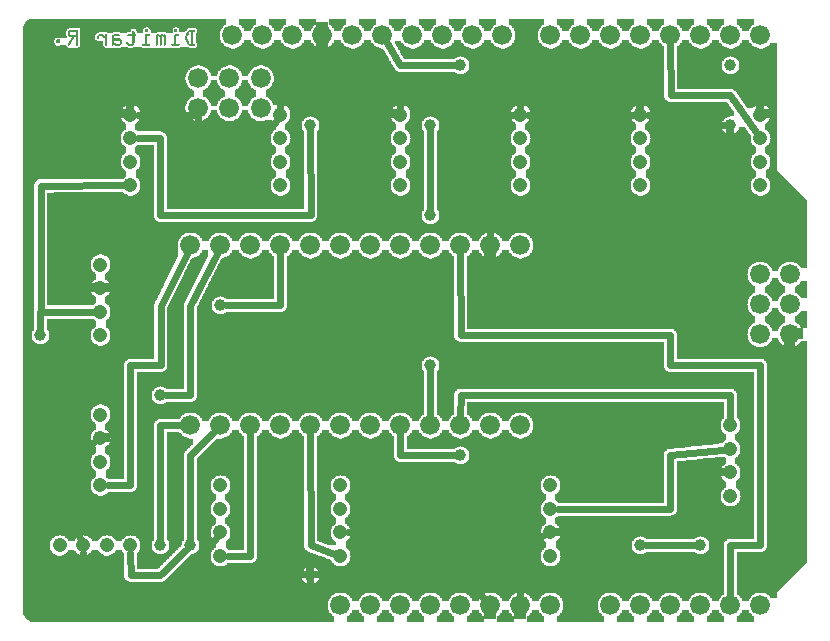
<source format=gbl>
G04 MADE WITH FRITZING*
G04 WWW.FRITZING.ORG*
G04 DOUBLE SIDED*
G04 HOLES PLATED*
G04 CONTOUR ON CENTER OF CONTOUR VECTOR*
%ASAXBY*%
%FSLAX23Y23*%
%MOIN*%
%OFA0B0*%
%SFA1.0B1.0*%
%ADD10C,0.075000*%
%ADD11C,0.039370*%
%ADD12C,0.066111*%
%ADD13C,0.066139*%
%ADD14C,0.066083*%
%ADD15C,0.066000*%
%ADD16C,0.047559*%
%ADD17C,0.024000*%
%ADD18R,0.001000X0.001000*%
%LNCOPPER0*%
G90*
G70*
G54D10*
X131Y1838D03*
G54D11*
X609Y303D03*
X509Y303D03*
X1509Y603D03*
X1409Y903D03*
X2309Y303D03*
X2109Y303D03*
X109Y1003D03*
X709Y1103D03*
X1009Y1703D03*
X1509Y1903D03*
X1409Y1703D03*
X1409Y1403D03*
X1009Y203D03*
G54D12*
X2109Y103D03*
X2209Y103D03*
X2309Y103D03*
X2409Y103D03*
X2509Y103D03*
X1649Y2003D03*
X1549Y2003D03*
X1449Y2003D03*
X1349Y2003D03*
X1249Y2003D03*
X1149Y2003D03*
X1049Y2003D03*
X949Y2003D03*
X849Y2003D03*
X749Y2003D03*
X2509Y2003D03*
X2409Y2003D03*
X2309Y2003D03*
G54D13*
X2209Y2003D03*
G54D12*
X2109Y2003D03*
X2009Y2003D03*
X1909Y2003D03*
X1809Y2003D03*
X1209Y103D03*
G54D14*
X1109Y103D03*
X1309Y103D03*
G54D12*
X1409Y103D03*
X1509Y103D03*
X1609Y103D03*
X1709Y103D03*
X1809Y103D03*
X2009Y103D03*
X2608Y1206D03*
G54D13*
X2508Y1206D03*
G54D12*
X2608Y1106D03*
G54D13*
X2508Y1106D03*
X2608Y1007D03*
X2508Y1007D03*
G54D12*
X739Y1860D03*
X739Y1761D03*
X843Y1860D03*
X843Y1761D03*
X635Y1860D03*
X635Y1761D03*
G54D15*
X609Y703D03*
X709Y703D03*
X809Y703D03*
X909Y703D03*
X1009Y703D03*
X1109Y703D03*
X1209Y703D03*
X1309Y703D03*
X1409Y703D03*
X1509Y703D03*
X1609Y703D03*
X1709Y703D03*
X1709Y1303D03*
X1609Y1303D03*
X1509Y1303D03*
X1409Y1303D03*
X1309Y1303D03*
X1209Y1303D03*
X1109Y1303D03*
X1009Y1303D03*
X909Y1303D03*
X809Y1303D03*
X709Y1303D03*
X609Y1303D03*
G54D16*
X1809Y503D03*
X1809Y424D03*
X1809Y346D03*
X1809Y267D03*
X709Y503D03*
X709Y424D03*
X709Y346D03*
X709Y267D03*
X2409Y703D03*
X2409Y624D03*
X2409Y546D03*
X2409Y467D03*
X1109Y503D03*
X1109Y424D03*
X1109Y346D03*
X1109Y267D03*
X309Y1003D03*
X309Y1082D03*
X309Y1161D03*
X309Y1239D03*
X409Y303D03*
X331Y303D03*
X252Y303D03*
X173Y303D03*
X309Y503D03*
X309Y582D03*
X309Y661D03*
X309Y739D03*
X2109Y1503D03*
X2109Y1582D03*
X2109Y1661D03*
X2109Y1739D03*
X1709Y1503D03*
X1709Y1582D03*
X1709Y1661D03*
X1709Y1739D03*
X2509Y1503D03*
X2509Y1582D03*
X2509Y1661D03*
X2509Y1739D03*
X1309Y1503D03*
X1309Y1582D03*
X1309Y1661D03*
X1309Y1739D03*
X409Y1503D03*
X409Y1582D03*
X409Y1661D03*
X409Y1739D03*
X909Y1503D03*
X909Y1582D03*
X909Y1661D03*
X909Y1739D03*
G54D11*
X2409Y1903D03*
X2409Y1703D03*
X509Y803D03*
G54D17*
X209Y503D02*
X209Y403D01*
D02*
X209Y603D02*
X209Y502D01*
D02*
X209Y403D02*
X242Y326D01*
D02*
X288Y648D02*
X209Y603D01*
D02*
X410Y204D02*
X509Y203D01*
D02*
X509Y203D02*
X596Y290D01*
D02*
X409Y278D02*
X410Y204D01*
D02*
X509Y322D02*
X509Y703D01*
D02*
X509Y703D02*
X579Y703D01*
D02*
X609Y603D02*
X687Y681D01*
D02*
X609Y322D02*
X609Y603D01*
D02*
X809Y672D02*
X809Y267D01*
D02*
X809Y267D02*
X734Y267D01*
D02*
X252Y103D02*
X252Y278D01*
D02*
X509Y103D02*
X252Y103D01*
D02*
X693Y326D02*
X509Y103D01*
D02*
X1209Y346D02*
X1209Y403D01*
D02*
X1209Y403D02*
X1510Y403D01*
D02*
X1510Y403D02*
X1510Y203D01*
D02*
X1510Y203D02*
X1588Y124D01*
D02*
X1134Y346D02*
X1209Y346D01*
D02*
X1010Y303D02*
X1086Y275D01*
D02*
X1009Y672D02*
X1010Y303D01*
D02*
X1710Y303D02*
X1709Y133D01*
D02*
X1786Y336D02*
X1710Y303D01*
D02*
X1309Y603D02*
X1490Y603D01*
D02*
X1309Y672D02*
X1309Y603D01*
D02*
X2409Y803D02*
X2409Y728D01*
D02*
X1510Y803D02*
X2409Y803D01*
D02*
X1509Y734D02*
X1510Y803D01*
D02*
X2209Y424D02*
X2209Y603D01*
D02*
X2209Y603D02*
X2385Y622D01*
D02*
X1834Y424D02*
X2209Y424D01*
D02*
X1409Y734D02*
X1409Y884D01*
D02*
X2409Y303D02*
X2409Y133D01*
D02*
X2509Y303D02*
X2409Y303D01*
D02*
X2509Y904D02*
X2509Y303D01*
D02*
X2208Y904D02*
X2509Y904D01*
D02*
X2208Y1004D02*
X2208Y904D01*
D02*
X1510Y1004D02*
X2208Y1004D01*
D02*
X1509Y1272D02*
X1510Y1004D01*
D02*
X2128Y303D02*
X2290Y303D01*
D02*
X635Y1739D02*
X635Y1730D01*
D02*
X434Y1739D02*
X635Y1739D01*
D02*
X810Y1603D02*
X635Y1603D01*
D02*
X635Y1603D02*
X635Y1730D01*
D02*
X895Y1719D02*
X810Y1603D01*
D02*
X110Y1502D02*
X110Y1082D01*
D02*
X110Y1082D02*
X284Y1082D01*
D02*
X384Y1503D02*
X110Y1502D01*
D02*
X109Y1082D02*
X109Y1022D01*
D02*
X284Y1082D02*
X109Y1082D01*
D02*
X909Y1103D02*
X728Y1103D01*
D02*
X909Y1272D02*
X909Y1103D01*
D02*
X1009Y1403D02*
X509Y1403D01*
D02*
X509Y1403D02*
X509Y1661D01*
D02*
X509Y1661D02*
X434Y1661D01*
D02*
X1009Y1684D02*
X1010Y1403D01*
D02*
X1409Y1422D02*
X1409Y1684D01*
D02*
X1309Y1903D02*
X1490Y1903D01*
D02*
X1265Y1977D02*
X1309Y1903D01*
D02*
X1009Y102D02*
X1009Y184D01*
D02*
X510Y102D02*
X1009Y102D01*
D02*
X693Y326D02*
X510Y102D01*
D02*
X2409Y1803D02*
X2495Y1681D01*
D02*
X2210Y1803D02*
X2409Y1803D01*
D02*
X2209Y1973D02*
X2210Y1803D01*
D02*
X1309Y1804D02*
X909Y1804D01*
D02*
X909Y1804D02*
X909Y1764D01*
D02*
X1309Y1764D02*
X1309Y1804D01*
D02*
X1710Y1804D02*
X1309Y1804D01*
D02*
X1309Y1804D02*
X1309Y1764D01*
D02*
X1709Y1764D02*
X1710Y1804D01*
D02*
X2084Y1739D02*
X1734Y1739D01*
D02*
X2134Y1736D02*
X2390Y1705D01*
D02*
X609Y803D02*
X609Y1102D01*
D02*
X609Y1102D02*
X696Y1275D01*
D02*
X528Y803D02*
X609Y803D01*
D02*
X409Y503D02*
X334Y503D01*
D02*
X409Y903D02*
X409Y503D01*
D02*
X510Y1102D02*
X510Y903D01*
D02*
X510Y903D02*
X409Y903D01*
D02*
X596Y1275D02*
X510Y1102D01*
D02*
X1609Y1739D02*
X1684Y1739D01*
D02*
X1609Y1334D02*
X1609Y1739D01*
G36*
X770Y2059D02*
X770Y2039D01*
X774Y2039D01*
X774Y2037D01*
X776Y2037D01*
X776Y2035D01*
X778Y2035D01*
X778Y2033D01*
X780Y2033D01*
X780Y2031D01*
X782Y2031D01*
X782Y2029D01*
X784Y2029D01*
X784Y2027D01*
X786Y2027D01*
X786Y2023D01*
X788Y2023D01*
X788Y2019D01*
X790Y2019D01*
X790Y2017D01*
X810Y2017D01*
X810Y2021D01*
X812Y2021D01*
X812Y2025D01*
X814Y2025D01*
X814Y2029D01*
X816Y2029D01*
X816Y2031D01*
X818Y2031D01*
X818Y2033D01*
X820Y2033D01*
X820Y2035D01*
X822Y2035D01*
X822Y2037D01*
X826Y2037D01*
X826Y2039D01*
X828Y2039D01*
X828Y2059D01*
X770Y2059D01*
G37*
D02*
G36*
X870Y2059D02*
X870Y2039D01*
X874Y2039D01*
X874Y2037D01*
X876Y2037D01*
X876Y2035D01*
X878Y2035D01*
X878Y2033D01*
X880Y2033D01*
X880Y2031D01*
X882Y2031D01*
X882Y2029D01*
X884Y2029D01*
X884Y2027D01*
X886Y2027D01*
X886Y2023D01*
X888Y2023D01*
X888Y2019D01*
X890Y2019D01*
X890Y2017D01*
X910Y2017D01*
X910Y2021D01*
X912Y2021D01*
X912Y2025D01*
X914Y2025D01*
X914Y2029D01*
X916Y2029D01*
X916Y2031D01*
X918Y2031D01*
X918Y2033D01*
X920Y2033D01*
X920Y2035D01*
X922Y2035D01*
X922Y2037D01*
X926Y2037D01*
X926Y2039D01*
X928Y2039D01*
X928Y2059D01*
X870Y2059D01*
G37*
D02*
G36*
X970Y2059D02*
X970Y2039D01*
X974Y2039D01*
X974Y2037D01*
X976Y2037D01*
X976Y2035D01*
X978Y2035D01*
X978Y2033D01*
X980Y2033D01*
X980Y2031D01*
X982Y2031D01*
X982Y2029D01*
X984Y2029D01*
X984Y2027D01*
X986Y2027D01*
X986Y2023D01*
X988Y2023D01*
X988Y2019D01*
X990Y2019D01*
X990Y2017D01*
X1010Y2017D01*
X1010Y2021D01*
X1012Y2021D01*
X1012Y2025D01*
X1014Y2025D01*
X1014Y2029D01*
X1016Y2029D01*
X1016Y2031D01*
X1018Y2031D01*
X1018Y2033D01*
X1020Y2033D01*
X1020Y2035D01*
X1022Y2035D01*
X1022Y2037D01*
X1026Y2037D01*
X1026Y2039D01*
X1028Y2039D01*
X1028Y2059D01*
X970Y2059D01*
G37*
D02*
G36*
X1070Y2059D02*
X1070Y2039D01*
X1074Y2039D01*
X1074Y2037D01*
X1076Y2037D01*
X1076Y2035D01*
X1078Y2035D01*
X1078Y2033D01*
X1080Y2033D01*
X1080Y2031D01*
X1082Y2031D01*
X1082Y2029D01*
X1084Y2029D01*
X1084Y2027D01*
X1086Y2027D01*
X1086Y2023D01*
X1088Y2023D01*
X1088Y2019D01*
X1090Y2019D01*
X1090Y2017D01*
X1110Y2017D01*
X1110Y2021D01*
X1112Y2021D01*
X1112Y2025D01*
X1114Y2025D01*
X1114Y2029D01*
X1116Y2029D01*
X1116Y2031D01*
X1118Y2031D01*
X1118Y2033D01*
X1120Y2033D01*
X1120Y2035D01*
X1122Y2035D01*
X1122Y2037D01*
X1126Y2037D01*
X1126Y2039D01*
X1128Y2039D01*
X1128Y2059D01*
X1070Y2059D01*
G37*
D02*
G36*
X1170Y2059D02*
X1170Y2039D01*
X1174Y2039D01*
X1174Y2037D01*
X1176Y2037D01*
X1176Y2035D01*
X1178Y2035D01*
X1178Y2033D01*
X1180Y2033D01*
X1180Y2031D01*
X1182Y2031D01*
X1182Y2029D01*
X1184Y2029D01*
X1184Y2027D01*
X1186Y2027D01*
X1186Y2023D01*
X1188Y2023D01*
X1188Y2019D01*
X1190Y2019D01*
X1190Y2017D01*
X1210Y2017D01*
X1210Y2021D01*
X1212Y2021D01*
X1212Y2025D01*
X1214Y2025D01*
X1214Y2029D01*
X1216Y2029D01*
X1216Y2031D01*
X1218Y2031D01*
X1218Y2033D01*
X1220Y2033D01*
X1220Y2035D01*
X1222Y2035D01*
X1222Y2037D01*
X1226Y2037D01*
X1226Y2039D01*
X1228Y2039D01*
X1228Y2059D01*
X1170Y2059D01*
G37*
D02*
G36*
X1270Y2059D02*
X1270Y2039D01*
X1274Y2039D01*
X1274Y2037D01*
X1276Y2037D01*
X1276Y2035D01*
X1278Y2035D01*
X1278Y2033D01*
X1280Y2033D01*
X1280Y2031D01*
X1282Y2031D01*
X1282Y2029D01*
X1284Y2029D01*
X1284Y2027D01*
X1286Y2027D01*
X1286Y2023D01*
X1288Y2023D01*
X1288Y2019D01*
X1290Y2019D01*
X1290Y2017D01*
X1310Y2017D01*
X1310Y2021D01*
X1312Y2021D01*
X1312Y2025D01*
X1314Y2025D01*
X1314Y2029D01*
X1316Y2029D01*
X1316Y2031D01*
X1318Y2031D01*
X1318Y2033D01*
X1320Y2033D01*
X1320Y2035D01*
X1322Y2035D01*
X1322Y2037D01*
X1326Y2037D01*
X1326Y2039D01*
X1328Y2039D01*
X1328Y2059D01*
X1270Y2059D01*
G37*
D02*
G36*
X1370Y2059D02*
X1370Y2039D01*
X1374Y2039D01*
X1374Y2037D01*
X1376Y2037D01*
X1376Y2035D01*
X1378Y2035D01*
X1378Y2033D01*
X1380Y2033D01*
X1380Y2031D01*
X1382Y2031D01*
X1382Y2029D01*
X1384Y2029D01*
X1384Y2027D01*
X1386Y2027D01*
X1386Y2023D01*
X1388Y2023D01*
X1388Y2019D01*
X1390Y2019D01*
X1390Y2017D01*
X1410Y2017D01*
X1410Y2021D01*
X1412Y2021D01*
X1412Y2025D01*
X1414Y2025D01*
X1414Y2029D01*
X1416Y2029D01*
X1416Y2031D01*
X1418Y2031D01*
X1418Y2033D01*
X1420Y2033D01*
X1420Y2035D01*
X1422Y2035D01*
X1422Y2037D01*
X1426Y2037D01*
X1426Y2039D01*
X1428Y2039D01*
X1428Y2059D01*
X1370Y2059D01*
G37*
D02*
G36*
X1470Y2059D02*
X1470Y2039D01*
X1474Y2039D01*
X1474Y2037D01*
X1476Y2037D01*
X1476Y2035D01*
X1478Y2035D01*
X1478Y2033D01*
X1480Y2033D01*
X1480Y2031D01*
X1482Y2031D01*
X1482Y2029D01*
X1484Y2029D01*
X1484Y2027D01*
X1486Y2027D01*
X1486Y2023D01*
X1488Y2023D01*
X1488Y2019D01*
X1490Y2019D01*
X1490Y2017D01*
X1510Y2017D01*
X1510Y2021D01*
X1512Y2021D01*
X1512Y2025D01*
X1514Y2025D01*
X1514Y2029D01*
X1516Y2029D01*
X1516Y2031D01*
X1518Y2031D01*
X1518Y2033D01*
X1520Y2033D01*
X1520Y2035D01*
X1522Y2035D01*
X1522Y2037D01*
X1526Y2037D01*
X1526Y2039D01*
X1528Y2039D01*
X1528Y2059D01*
X1470Y2059D01*
G37*
D02*
G36*
X1570Y2059D02*
X1570Y2039D01*
X1574Y2039D01*
X1574Y2037D01*
X1576Y2037D01*
X1576Y2035D01*
X1578Y2035D01*
X1578Y2033D01*
X1580Y2033D01*
X1580Y2031D01*
X1582Y2031D01*
X1582Y2029D01*
X1584Y2029D01*
X1584Y2027D01*
X1586Y2027D01*
X1586Y2023D01*
X1588Y2023D01*
X1588Y2019D01*
X1590Y2019D01*
X1590Y2017D01*
X1610Y2017D01*
X1610Y2021D01*
X1612Y2021D01*
X1612Y2025D01*
X1614Y2025D01*
X1614Y2029D01*
X1616Y2029D01*
X1616Y2031D01*
X1618Y2031D01*
X1618Y2033D01*
X1620Y2033D01*
X1620Y2035D01*
X1622Y2035D01*
X1622Y2037D01*
X1626Y2037D01*
X1626Y2039D01*
X1628Y2039D01*
X1628Y2059D01*
X1570Y2059D01*
G37*
D02*
G36*
X1830Y2059D02*
X1830Y2039D01*
X1834Y2039D01*
X1834Y2037D01*
X1836Y2037D01*
X1836Y2035D01*
X1838Y2035D01*
X1838Y2033D01*
X1840Y2033D01*
X1840Y2031D01*
X1842Y2031D01*
X1842Y2029D01*
X1844Y2029D01*
X1844Y2027D01*
X1846Y2027D01*
X1846Y2023D01*
X1848Y2023D01*
X1848Y2019D01*
X1850Y2019D01*
X1850Y2017D01*
X1870Y2017D01*
X1870Y2021D01*
X1872Y2021D01*
X1872Y2025D01*
X1874Y2025D01*
X1874Y2029D01*
X1876Y2029D01*
X1876Y2031D01*
X1878Y2031D01*
X1878Y2033D01*
X1880Y2033D01*
X1880Y2035D01*
X1882Y2035D01*
X1882Y2037D01*
X1886Y2037D01*
X1886Y2039D01*
X1888Y2039D01*
X1888Y2059D01*
X1830Y2059D01*
G37*
D02*
G36*
X1930Y2059D02*
X1930Y2039D01*
X1934Y2039D01*
X1934Y2037D01*
X1936Y2037D01*
X1936Y2035D01*
X1938Y2035D01*
X1938Y2033D01*
X1940Y2033D01*
X1940Y2031D01*
X1942Y2031D01*
X1942Y2029D01*
X1944Y2029D01*
X1944Y2027D01*
X1946Y2027D01*
X1946Y2023D01*
X1948Y2023D01*
X1948Y2019D01*
X1950Y2019D01*
X1950Y2017D01*
X1970Y2017D01*
X1970Y2021D01*
X1972Y2021D01*
X1972Y2025D01*
X1974Y2025D01*
X1974Y2029D01*
X1976Y2029D01*
X1976Y2031D01*
X1978Y2031D01*
X1978Y2033D01*
X1980Y2033D01*
X1980Y2035D01*
X1982Y2035D01*
X1982Y2037D01*
X1986Y2037D01*
X1986Y2039D01*
X1988Y2039D01*
X1988Y2059D01*
X1930Y2059D01*
G37*
D02*
G36*
X2030Y2059D02*
X2030Y2039D01*
X2034Y2039D01*
X2034Y2037D01*
X2036Y2037D01*
X2036Y2035D01*
X2038Y2035D01*
X2038Y2033D01*
X2040Y2033D01*
X2040Y2031D01*
X2042Y2031D01*
X2042Y2029D01*
X2044Y2029D01*
X2044Y2027D01*
X2046Y2027D01*
X2046Y2023D01*
X2048Y2023D01*
X2048Y2019D01*
X2050Y2019D01*
X2050Y2017D01*
X2070Y2017D01*
X2070Y2021D01*
X2072Y2021D01*
X2072Y2025D01*
X2074Y2025D01*
X2074Y2029D01*
X2076Y2029D01*
X2076Y2031D01*
X2078Y2031D01*
X2078Y2033D01*
X2080Y2033D01*
X2080Y2035D01*
X2082Y2035D01*
X2082Y2037D01*
X2086Y2037D01*
X2086Y2039D01*
X2088Y2039D01*
X2088Y2059D01*
X2030Y2059D01*
G37*
D02*
G36*
X2130Y2059D02*
X2130Y2039D01*
X2134Y2039D01*
X2134Y2037D01*
X2136Y2037D01*
X2136Y2035D01*
X2138Y2035D01*
X2138Y2033D01*
X2140Y2033D01*
X2140Y2031D01*
X2142Y2031D01*
X2142Y2029D01*
X2144Y2029D01*
X2144Y2027D01*
X2146Y2027D01*
X2146Y2023D01*
X2148Y2023D01*
X2148Y2019D01*
X2150Y2019D01*
X2150Y2017D01*
X2170Y2017D01*
X2170Y2021D01*
X2172Y2021D01*
X2172Y2025D01*
X2174Y2025D01*
X2174Y2029D01*
X2176Y2029D01*
X2176Y2031D01*
X2178Y2031D01*
X2178Y2033D01*
X2180Y2033D01*
X2180Y2035D01*
X2182Y2035D01*
X2182Y2037D01*
X2186Y2037D01*
X2186Y2039D01*
X2188Y2039D01*
X2188Y2059D01*
X2130Y2059D01*
G37*
D02*
G36*
X2230Y2059D02*
X2230Y2039D01*
X2234Y2039D01*
X2234Y2037D01*
X2236Y2037D01*
X2236Y2035D01*
X2238Y2035D01*
X2238Y2033D01*
X2240Y2033D01*
X2240Y2031D01*
X2242Y2031D01*
X2242Y2029D01*
X2244Y2029D01*
X2244Y2027D01*
X2246Y2027D01*
X2246Y2023D01*
X2248Y2023D01*
X2248Y2019D01*
X2250Y2019D01*
X2250Y2017D01*
X2270Y2017D01*
X2270Y2021D01*
X2272Y2021D01*
X2272Y2025D01*
X2274Y2025D01*
X2274Y2029D01*
X2276Y2029D01*
X2276Y2031D01*
X2278Y2031D01*
X2278Y2033D01*
X2280Y2033D01*
X2280Y2035D01*
X2282Y2035D01*
X2282Y2037D01*
X2286Y2037D01*
X2286Y2039D01*
X2288Y2039D01*
X2288Y2059D01*
X2230Y2059D01*
G37*
D02*
G36*
X2330Y2059D02*
X2330Y2039D01*
X2334Y2039D01*
X2334Y2037D01*
X2336Y2037D01*
X2336Y2035D01*
X2338Y2035D01*
X2338Y2033D01*
X2340Y2033D01*
X2340Y2031D01*
X2342Y2031D01*
X2342Y2029D01*
X2344Y2029D01*
X2344Y2027D01*
X2346Y2027D01*
X2346Y2023D01*
X2348Y2023D01*
X2348Y2019D01*
X2350Y2019D01*
X2350Y2017D01*
X2370Y2017D01*
X2370Y2021D01*
X2372Y2021D01*
X2372Y2025D01*
X2374Y2025D01*
X2374Y2029D01*
X2376Y2029D01*
X2376Y2031D01*
X2378Y2031D01*
X2378Y2033D01*
X2380Y2033D01*
X2380Y2035D01*
X2382Y2035D01*
X2382Y2037D01*
X2386Y2037D01*
X2386Y2039D01*
X2388Y2039D01*
X2388Y2059D01*
X2330Y2059D01*
G37*
D02*
G36*
X2430Y2059D02*
X2430Y2039D01*
X2434Y2039D01*
X2434Y2037D01*
X2436Y2037D01*
X2436Y2035D01*
X2438Y2035D01*
X2438Y2033D01*
X2440Y2033D01*
X2440Y2031D01*
X2442Y2031D01*
X2442Y2029D01*
X2444Y2029D01*
X2444Y2027D01*
X2446Y2027D01*
X2446Y2023D01*
X2448Y2023D01*
X2448Y2019D01*
X2450Y2019D01*
X2450Y2017D01*
X2470Y2017D01*
X2470Y2021D01*
X2472Y2021D01*
X2472Y2025D01*
X2474Y2025D01*
X2474Y2029D01*
X2476Y2029D01*
X2476Y2031D01*
X2478Y2031D01*
X2478Y2033D01*
X2480Y2033D01*
X2480Y2035D01*
X2482Y2035D01*
X2482Y2037D01*
X2486Y2037D01*
X2486Y2039D01*
X2488Y2039D01*
X2488Y2059D01*
X2430Y2059D01*
G37*
D02*
G36*
X678Y1853D02*
X678Y1849D01*
X676Y1849D01*
X676Y1843D01*
X674Y1843D01*
X674Y1839D01*
X672Y1839D01*
X672Y1835D01*
X670Y1835D01*
X670Y1833D01*
X668Y1833D01*
X668Y1831D01*
X666Y1831D01*
X666Y1829D01*
X664Y1829D01*
X664Y1827D01*
X662Y1827D01*
X662Y1825D01*
X660Y1825D01*
X660Y1823D01*
X656Y1823D01*
X656Y1821D01*
X652Y1821D01*
X652Y1799D01*
X656Y1799D01*
X656Y1797D01*
X660Y1797D01*
X660Y1795D01*
X662Y1795D01*
X662Y1793D01*
X664Y1793D01*
X664Y1791D01*
X666Y1791D01*
X666Y1789D01*
X668Y1789D01*
X668Y1787D01*
X670Y1787D01*
X670Y1785D01*
X672Y1785D01*
X672Y1781D01*
X674Y1781D01*
X674Y1777D01*
X676Y1777D01*
X676Y1771D01*
X678Y1771D01*
X678Y1767D01*
X698Y1767D01*
X698Y1775D01*
X700Y1775D01*
X700Y1779D01*
X702Y1779D01*
X702Y1783D01*
X704Y1783D01*
X704Y1785D01*
X706Y1785D01*
X706Y1789D01*
X708Y1789D01*
X708Y1791D01*
X710Y1791D01*
X710Y1793D01*
X714Y1793D01*
X714Y1795D01*
X716Y1795D01*
X716Y1797D01*
X720Y1797D01*
X720Y1799D01*
X724Y1799D01*
X724Y1819D01*
X722Y1819D01*
X722Y1821D01*
X718Y1821D01*
X718Y1823D01*
X716Y1823D01*
X716Y1825D01*
X712Y1825D01*
X712Y1827D01*
X710Y1827D01*
X710Y1829D01*
X708Y1829D01*
X708Y1831D01*
X706Y1831D01*
X706Y1833D01*
X704Y1833D01*
X704Y1837D01*
X702Y1837D01*
X702Y1841D01*
X700Y1841D01*
X700Y1845D01*
X698Y1845D01*
X698Y1853D01*
X678Y1853D01*
G37*
D02*
G36*
X782Y1853D02*
X782Y1849D01*
X780Y1849D01*
X780Y1843D01*
X778Y1843D01*
X778Y1839D01*
X776Y1839D01*
X776Y1835D01*
X774Y1835D01*
X774Y1833D01*
X772Y1833D01*
X772Y1831D01*
X770Y1831D01*
X770Y1829D01*
X768Y1829D01*
X768Y1827D01*
X766Y1827D01*
X766Y1825D01*
X764Y1825D01*
X764Y1823D01*
X760Y1823D01*
X760Y1821D01*
X756Y1821D01*
X756Y1799D01*
X760Y1799D01*
X760Y1797D01*
X764Y1797D01*
X764Y1795D01*
X766Y1795D01*
X766Y1793D01*
X768Y1793D01*
X768Y1791D01*
X770Y1791D01*
X770Y1789D01*
X772Y1789D01*
X772Y1787D01*
X774Y1787D01*
X774Y1785D01*
X776Y1785D01*
X776Y1781D01*
X778Y1781D01*
X778Y1777D01*
X780Y1777D01*
X780Y1771D01*
X782Y1771D01*
X782Y1767D01*
X802Y1767D01*
X802Y1775D01*
X804Y1775D01*
X804Y1779D01*
X806Y1779D01*
X806Y1783D01*
X808Y1783D01*
X808Y1785D01*
X810Y1785D01*
X810Y1789D01*
X812Y1789D01*
X812Y1791D01*
X814Y1791D01*
X814Y1793D01*
X818Y1793D01*
X818Y1795D01*
X820Y1795D01*
X820Y1797D01*
X824Y1797D01*
X824Y1799D01*
X828Y1799D01*
X828Y1819D01*
X826Y1819D01*
X826Y1821D01*
X822Y1821D01*
X822Y1823D01*
X820Y1823D01*
X820Y1825D01*
X816Y1825D01*
X816Y1827D01*
X814Y1827D01*
X814Y1829D01*
X812Y1829D01*
X812Y1831D01*
X810Y1831D01*
X810Y1833D01*
X808Y1833D01*
X808Y1837D01*
X806Y1837D01*
X806Y1841D01*
X804Y1841D01*
X804Y1845D01*
X802Y1845D01*
X802Y1853D01*
X782Y1853D01*
G37*
D02*
G36*
X2548Y1193D02*
X2548Y1187D01*
X2546Y1187D01*
X2546Y1183D01*
X2544Y1183D01*
X2544Y1181D01*
X2542Y1181D01*
X2542Y1177D01*
X2540Y1177D01*
X2540Y1175D01*
X2538Y1175D01*
X2538Y1173D01*
X2536Y1173D01*
X2536Y1171D01*
X2532Y1171D01*
X2532Y1169D01*
X2530Y1169D01*
X2530Y1167D01*
X2526Y1167D01*
X2526Y1165D01*
X2524Y1165D01*
X2524Y1145D01*
X2528Y1145D01*
X2528Y1143D01*
X2532Y1143D01*
X2532Y1141D01*
X2534Y1141D01*
X2534Y1139D01*
X2536Y1139D01*
X2536Y1137D01*
X2538Y1137D01*
X2538Y1135D01*
X2540Y1135D01*
X2540Y1133D01*
X2542Y1133D01*
X2542Y1131D01*
X2544Y1131D01*
X2544Y1127D01*
X2546Y1127D01*
X2546Y1123D01*
X2548Y1123D01*
X2548Y1119D01*
X2568Y1119D01*
X2568Y1125D01*
X2570Y1125D01*
X2570Y1127D01*
X2572Y1127D01*
X2572Y1131D01*
X2574Y1131D01*
X2574Y1133D01*
X2576Y1133D01*
X2576Y1135D01*
X2578Y1135D01*
X2578Y1137D01*
X2580Y1137D01*
X2580Y1139D01*
X2582Y1139D01*
X2582Y1141D01*
X2584Y1141D01*
X2584Y1143D01*
X2588Y1143D01*
X2588Y1145D01*
X2592Y1145D01*
X2592Y1165D01*
X2590Y1165D01*
X2590Y1167D01*
X2586Y1167D01*
X2586Y1169D01*
X2584Y1169D01*
X2584Y1171D01*
X2580Y1171D01*
X2580Y1173D01*
X2578Y1173D01*
X2578Y1175D01*
X2576Y1175D01*
X2576Y1177D01*
X2574Y1177D01*
X2574Y1181D01*
X2572Y1181D01*
X2572Y1183D01*
X2570Y1183D01*
X2570Y1187D01*
X2568Y1187D01*
X2568Y1193D01*
X2548Y1193D01*
G37*
D02*
G36*
X2644Y1183D02*
X2644Y1181D01*
X2642Y1181D01*
X2642Y1177D01*
X2640Y1177D01*
X2640Y1175D01*
X2638Y1175D01*
X2638Y1173D01*
X2636Y1173D01*
X2636Y1171D01*
X2632Y1171D01*
X2632Y1169D01*
X2630Y1169D01*
X2630Y1167D01*
X2626Y1167D01*
X2626Y1165D01*
X2624Y1165D01*
X2624Y1145D01*
X2628Y1145D01*
X2628Y1143D01*
X2632Y1143D01*
X2632Y1141D01*
X2634Y1141D01*
X2634Y1139D01*
X2636Y1139D01*
X2636Y1137D01*
X2638Y1137D01*
X2638Y1135D01*
X2640Y1135D01*
X2640Y1133D01*
X2642Y1133D01*
X2642Y1131D01*
X2644Y1131D01*
X2644Y1127D01*
X2664Y1127D01*
X2664Y1183D01*
X2644Y1183D01*
G37*
D02*
G36*
X2548Y1093D02*
X2548Y1089D01*
X2546Y1089D01*
X2546Y1085D01*
X2544Y1085D01*
X2544Y1081D01*
X2542Y1081D01*
X2542Y1079D01*
X2540Y1079D01*
X2540Y1077D01*
X2538Y1077D01*
X2538Y1075D01*
X2536Y1075D01*
X2536Y1073D01*
X2534Y1073D01*
X2534Y1071D01*
X2532Y1071D01*
X2532Y1069D01*
X2528Y1069D01*
X2528Y1067D01*
X2524Y1067D01*
X2524Y1047D01*
X2526Y1047D01*
X2526Y1045D01*
X2530Y1045D01*
X2530Y1043D01*
X2532Y1043D01*
X2532Y1041D01*
X2536Y1041D01*
X2536Y1039D01*
X2538Y1039D01*
X2538Y1037D01*
X2540Y1037D01*
X2540Y1035D01*
X2542Y1035D01*
X2542Y1031D01*
X2544Y1031D01*
X2544Y1029D01*
X2546Y1029D01*
X2546Y1025D01*
X2548Y1025D01*
X2548Y1019D01*
X2568Y1019D01*
X2568Y1025D01*
X2570Y1025D01*
X2570Y1029D01*
X2572Y1029D01*
X2572Y1031D01*
X2574Y1031D01*
X2574Y1035D01*
X2576Y1035D01*
X2576Y1037D01*
X2578Y1037D01*
X2578Y1039D01*
X2580Y1039D01*
X2580Y1041D01*
X2584Y1041D01*
X2584Y1043D01*
X2586Y1043D01*
X2586Y1045D01*
X2590Y1045D01*
X2590Y1047D01*
X2592Y1047D01*
X2592Y1067D01*
X2588Y1067D01*
X2588Y1069D01*
X2584Y1069D01*
X2584Y1071D01*
X2582Y1071D01*
X2582Y1073D01*
X2580Y1073D01*
X2580Y1075D01*
X2578Y1075D01*
X2578Y1077D01*
X2576Y1077D01*
X2576Y1079D01*
X2574Y1079D01*
X2574Y1081D01*
X2572Y1081D01*
X2572Y1085D01*
X2570Y1085D01*
X2570Y1087D01*
X2568Y1087D01*
X2568Y1093D01*
X2548Y1093D01*
G37*
D02*
G36*
X2644Y1085D02*
X2644Y1081D01*
X2642Y1081D01*
X2642Y1079D01*
X2640Y1079D01*
X2640Y1077D01*
X2638Y1077D01*
X2638Y1075D01*
X2636Y1075D01*
X2636Y1073D01*
X2634Y1073D01*
X2634Y1071D01*
X2632Y1071D01*
X2632Y1069D01*
X2628Y1069D01*
X2628Y1067D01*
X2624Y1067D01*
X2624Y1047D01*
X2626Y1047D01*
X2626Y1045D01*
X2630Y1045D01*
X2630Y1043D01*
X2632Y1043D01*
X2632Y1041D01*
X2636Y1041D01*
X2636Y1039D01*
X2638Y1039D01*
X2638Y1037D01*
X2640Y1037D01*
X2640Y1035D01*
X2642Y1035D01*
X2642Y1031D01*
X2644Y1031D01*
X2644Y1029D01*
X2664Y1029D01*
X2664Y1085D01*
X2644Y1085D01*
G37*
D02*
G36*
X76Y2059D02*
X76Y2057D01*
X70Y2057D01*
X70Y2055D01*
X68Y2055D01*
X68Y2053D01*
X64Y2053D01*
X64Y2051D01*
X62Y2051D01*
X62Y2049D01*
X60Y2049D01*
X60Y2047D01*
X58Y2047D01*
X58Y2043D01*
X56Y2043D01*
X56Y2041D01*
X54Y2041D01*
X54Y2035D01*
X52Y2035D01*
X52Y2031D01*
X564Y2031D01*
X564Y2029D01*
X568Y2029D01*
X568Y2027D01*
X626Y2027D01*
X626Y2025D01*
X628Y2025D01*
X628Y2023D01*
X630Y2023D01*
X630Y2021D01*
X632Y2021D01*
X632Y2013D01*
X630Y2013D01*
X630Y2011D01*
X628Y2011D01*
X628Y2009D01*
X626Y2009D01*
X626Y1979D01*
X628Y1979D01*
X628Y1977D01*
X630Y1977D01*
X630Y1975D01*
X632Y1975D01*
X632Y1967D01*
X630Y1967D01*
X630Y1965D01*
X628Y1965D01*
X628Y1963D01*
X626Y1963D01*
X626Y1961D01*
X736Y1961D01*
X736Y1963D01*
X730Y1963D01*
X730Y1965D01*
X726Y1965D01*
X726Y1967D01*
X724Y1967D01*
X724Y1969D01*
X722Y1969D01*
X722Y1971D01*
X720Y1971D01*
X720Y1973D01*
X718Y1973D01*
X718Y1975D01*
X716Y1975D01*
X716Y1977D01*
X714Y1977D01*
X714Y1979D01*
X712Y1979D01*
X712Y1983D01*
X710Y1983D01*
X710Y1987D01*
X708Y1987D01*
X708Y1995D01*
X706Y1995D01*
X706Y2011D01*
X708Y2011D01*
X708Y2017D01*
X710Y2017D01*
X710Y2021D01*
X712Y2021D01*
X712Y2025D01*
X714Y2025D01*
X714Y2029D01*
X716Y2029D01*
X716Y2031D01*
X718Y2031D01*
X718Y2033D01*
X720Y2033D01*
X720Y2035D01*
X722Y2035D01*
X722Y2037D01*
X726Y2037D01*
X726Y2039D01*
X728Y2039D01*
X728Y2059D01*
X76Y2059D01*
G37*
D02*
G36*
X1670Y2059D02*
X1670Y2039D01*
X1674Y2039D01*
X1674Y2037D01*
X1676Y2037D01*
X1676Y2035D01*
X1678Y2035D01*
X1678Y2033D01*
X1680Y2033D01*
X1680Y2031D01*
X1682Y2031D01*
X1682Y2029D01*
X1684Y2029D01*
X1684Y2027D01*
X1686Y2027D01*
X1686Y2023D01*
X1688Y2023D01*
X1688Y2019D01*
X1690Y2019D01*
X1690Y2013D01*
X1692Y2013D01*
X1692Y1993D01*
X1690Y1993D01*
X1690Y1987D01*
X1688Y1987D01*
X1688Y1983D01*
X1686Y1983D01*
X1686Y1979D01*
X1684Y1979D01*
X1684Y1977D01*
X1682Y1977D01*
X1682Y1973D01*
X1680Y1973D01*
X1680Y1971D01*
X1678Y1971D01*
X1678Y1969D01*
X1674Y1969D01*
X1674Y1967D01*
X1672Y1967D01*
X1672Y1965D01*
X1668Y1965D01*
X1668Y1963D01*
X1664Y1963D01*
X1664Y1961D01*
X1656Y1961D01*
X1656Y1959D01*
X1804Y1959D01*
X1804Y1961D01*
X1796Y1961D01*
X1796Y1963D01*
X1790Y1963D01*
X1790Y1965D01*
X1786Y1965D01*
X1786Y1967D01*
X1784Y1967D01*
X1784Y1969D01*
X1782Y1969D01*
X1782Y1971D01*
X1780Y1971D01*
X1780Y1973D01*
X1778Y1973D01*
X1778Y1975D01*
X1776Y1975D01*
X1776Y1977D01*
X1774Y1977D01*
X1774Y1979D01*
X1772Y1979D01*
X1772Y1983D01*
X1770Y1983D01*
X1770Y1987D01*
X1768Y1987D01*
X1768Y1995D01*
X1766Y1995D01*
X1766Y2011D01*
X1768Y2011D01*
X1768Y2017D01*
X1770Y2017D01*
X1770Y2021D01*
X1772Y2021D01*
X1772Y2025D01*
X1774Y2025D01*
X1774Y2029D01*
X1776Y2029D01*
X1776Y2031D01*
X1778Y2031D01*
X1778Y2033D01*
X1780Y2033D01*
X1780Y2035D01*
X1782Y2035D01*
X1782Y2037D01*
X1786Y2037D01*
X1786Y2039D01*
X1788Y2039D01*
X1788Y2059D01*
X1670Y2059D01*
G37*
D02*
G36*
X52Y2031D02*
X52Y2027D01*
X240Y2027D01*
X240Y2025D01*
X422Y2025D01*
X422Y2023D01*
X426Y2023D01*
X426Y2021D01*
X428Y2021D01*
X428Y2017D01*
X430Y2017D01*
X430Y2011D01*
X452Y2011D01*
X452Y2025D01*
X454Y2025D01*
X454Y2027D01*
X456Y2027D01*
X456Y2029D01*
X460Y2029D01*
X460Y2031D01*
X52Y2031D01*
G37*
D02*
G36*
X466Y2031D02*
X466Y2029D01*
X470Y2029D01*
X470Y2027D01*
X472Y2027D01*
X472Y2025D01*
X474Y2025D01*
X474Y2021D01*
X476Y2021D01*
X476Y2013D01*
X528Y2013D01*
X528Y2011D01*
X550Y2011D01*
X550Y2025D01*
X552Y2025D01*
X552Y2027D01*
X554Y2027D01*
X554Y2029D01*
X558Y2029D01*
X558Y2031D01*
X466Y2031D01*
G37*
D02*
G36*
X52Y2027D02*
X52Y1995D01*
X176Y1995D01*
X176Y1993D01*
X196Y1993D01*
X196Y2001D01*
X194Y2001D01*
X194Y2017D01*
X196Y2017D01*
X196Y2021D01*
X198Y2021D01*
X198Y2023D01*
X200Y2023D01*
X200Y2025D01*
X204Y2025D01*
X204Y2027D01*
X52Y2027D01*
G37*
D02*
G36*
X570Y2027D02*
X570Y2025D01*
X572Y2025D01*
X572Y2013D01*
X592Y2013D01*
X592Y2017D01*
X594Y2017D01*
X594Y2019D01*
X596Y2019D01*
X596Y2023D01*
X600Y2023D01*
X600Y2025D01*
X602Y2025D01*
X602Y2027D01*
X570Y2027D01*
G37*
D02*
G36*
X240Y2025D02*
X240Y2013D01*
X374Y2013D01*
X374Y2011D01*
X398Y2011D01*
X398Y2013D01*
X410Y2013D01*
X410Y2019D01*
X412Y2019D01*
X412Y2023D01*
X418Y2023D01*
X418Y2025D01*
X240Y2025D01*
G37*
D02*
G36*
X240Y2013D02*
X240Y1965D01*
X238Y1965D01*
X238Y1963D01*
X234Y1963D01*
X234Y1961D01*
X324Y1961D01*
X324Y1963D01*
X322Y1963D01*
X322Y1965D01*
X320Y1965D01*
X320Y1967D01*
X318Y1967D01*
X318Y1985D01*
X296Y1985D01*
X296Y1987D01*
X294Y1987D01*
X294Y1989D01*
X292Y1989D01*
X292Y2003D01*
X294Y2003D01*
X294Y2007D01*
X296Y2007D01*
X296Y2009D01*
X298Y2009D01*
X298Y2011D01*
X304Y2011D01*
X304Y2013D01*
X240Y2013D01*
G37*
D02*
G36*
X332Y2013D02*
X332Y2011D01*
X352Y2011D01*
X352Y2013D01*
X332Y2013D01*
G37*
D02*
G36*
X476Y2013D02*
X476Y2011D01*
X498Y2011D01*
X498Y2013D01*
X476Y2013D01*
G37*
D02*
G36*
X52Y1995D02*
X52Y1969D01*
X162Y1969D01*
X162Y1971D01*
X158Y1971D01*
X158Y1973D01*
X156Y1973D01*
X156Y1979D01*
X154Y1979D01*
X154Y1987D01*
X156Y1987D01*
X156Y1991D01*
X158Y1991D01*
X158Y1993D01*
X160Y1993D01*
X160Y1995D01*
X52Y1995D01*
G37*
D02*
G36*
X788Y1987D02*
X788Y1983D01*
X786Y1983D01*
X786Y1979D01*
X784Y1979D01*
X784Y1977D01*
X782Y1977D01*
X782Y1973D01*
X780Y1973D01*
X780Y1971D01*
X778Y1971D01*
X778Y1969D01*
X774Y1969D01*
X774Y1967D01*
X772Y1967D01*
X772Y1965D01*
X768Y1965D01*
X768Y1963D01*
X764Y1963D01*
X764Y1961D01*
X756Y1961D01*
X756Y1959D01*
X844Y1959D01*
X844Y1961D01*
X836Y1961D01*
X836Y1963D01*
X830Y1963D01*
X830Y1965D01*
X826Y1965D01*
X826Y1967D01*
X824Y1967D01*
X824Y1969D01*
X822Y1969D01*
X822Y1971D01*
X820Y1971D01*
X820Y1973D01*
X818Y1973D01*
X818Y1975D01*
X816Y1975D01*
X816Y1977D01*
X814Y1977D01*
X814Y1979D01*
X812Y1979D01*
X812Y1983D01*
X810Y1983D01*
X810Y1987D01*
X788Y1987D01*
G37*
D02*
G36*
X888Y1987D02*
X888Y1983D01*
X886Y1983D01*
X886Y1979D01*
X884Y1979D01*
X884Y1977D01*
X882Y1977D01*
X882Y1973D01*
X880Y1973D01*
X880Y1971D01*
X878Y1971D01*
X878Y1969D01*
X874Y1969D01*
X874Y1967D01*
X872Y1967D01*
X872Y1965D01*
X868Y1965D01*
X868Y1963D01*
X864Y1963D01*
X864Y1961D01*
X856Y1961D01*
X856Y1959D01*
X944Y1959D01*
X944Y1961D01*
X936Y1961D01*
X936Y1963D01*
X930Y1963D01*
X930Y1965D01*
X926Y1965D01*
X926Y1967D01*
X924Y1967D01*
X924Y1969D01*
X922Y1969D01*
X922Y1971D01*
X920Y1971D01*
X920Y1973D01*
X918Y1973D01*
X918Y1975D01*
X916Y1975D01*
X916Y1977D01*
X914Y1977D01*
X914Y1979D01*
X912Y1979D01*
X912Y1983D01*
X910Y1983D01*
X910Y1987D01*
X888Y1987D01*
G37*
D02*
G36*
X988Y1987D02*
X988Y1983D01*
X986Y1983D01*
X986Y1979D01*
X984Y1979D01*
X984Y1977D01*
X982Y1977D01*
X982Y1973D01*
X980Y1973D01*
X980Y1971D01*
X978Y1971D01*
X978Y1969D01*
X974Y1969D01*
X974Y1967D01*
X972Y1967D01*
X972Y1965D01*
X968Y1965D01*
X968Y1963D01*
X964Y1963D01*
X964Y1961D01*
X956Y1961D01*
X956Y1959D01*
X1044Y1959D01*
X1044Y1961D01*
X1036Y1961D01*
X1036Y1963D01*
X1030Y1963D01*
X1030Y1965D01*
X1026Y1965D01*
X1026Y1967D01*
X1024Y1967D01*
X1024Y1969D01*
X1022Y1969D01*
X1022Y1971D01*
X1020Y1971D01*
X1020Y1973D01*
X1018Y1973D01*
X1018Y1975D01*
X1016Y1975D01*
X1016Y1977D01*
X1014Y1977D01*
X1014Y1979D01*
X1012Y1979D01*
X1012Y1983D01*
X1010Y1983D01*
X1010Y1987D01*
X988Y1987D01*
G37*
D02*
G36*
X1088Y1987D02*
X1088Y1983D01*
X1086Y1983D01*
X1086Y1979D01*
X1084Y1979D01*
X1084Y1977D01*
X1082Y1977D01*
X1082Y1973D01*
X1080Y1973D01*
X1080Y1971D01*
X1078Y1971D01*
X1078Y1969D01*
X1074Y1969D01*
X1074Y1967D01*
X1072Y1967D01*
X1072Y1965D01*
X1068Y1965D01*
X1068Y1963D01*
X1064Y1963D01*
X1064Y1961D01*
X1056Y1961D01*
X1056Y1959D01*
X1144Y1959D01*
X1144Y1961D01*
X1136Y1961D01*
X1136Y1963D01*
X1130Y1963D01*
X1130Y1965D01*
X1126Y1965D01*
X1126Y1967D01*
X1124Y1967D01*
X1124Y1969D01*
X1122Y1969D01*
X1122Y1971D01*
X1120Y1971D01*
X1120Y1973D01*
X1118Y1973D01*
X1118Y1975D01*
X1116Y1975D01*
X1116Y1977D01*
X1114Y1977D01*
X1114Y1979D01*
X1112Y1979D01*
X1112Y1983D01*
X1110Y1983D01*
X1110Y1987D01*
X1088Y1987D01*
G37*
D02*
G36*
X1188Y1987D02*
X1188Y1983D01*
X1186Y1983D01*
X1186Y1979D01*
X1184Y1979D01*
X1184Y1977D01*
X1182Y1977D01*
X1182Y1973D01*
X1180Y1973D01*
X1180Y1971D01*
X1178Y1971D01*
X1178Y1969D01*
X1174Y1969D01*
X1174Y1967D01*
X1172Y1967D01*
X1172Y1965D01*
X1168Y1965D01*
X1168Y1963D01*
X1164Y1963D01*
X1164Y1961D01*
X1156Y1961D01*
X1156Y1959D01*
X1244Y1959D01*
X1244Y1961D01*
X1236Y1961D01*
X1236Y1963D01*
X1230Y1963D01*
X1230Y1965D01*
X1226Y1965D01*
X1226Y1967D01*
X1224Y1967D01*
X1224Y1969D01*
X1222Y1969D01*
X1222Y1971D01*
X1220Y1971D01*
X1220Y1973D01*
X1218Y1973D01*
X1218Y1975D01*
X1216Y1975D01*
X1216Y1977D01*
X1214Y1977D01*
X1214Y1979D01*
X1212Y1979D01*
X1212Y1983D01*
X1210Y1983D01*
X1210Y1987D01*
X1188Y1987D01*
G37*
D02*
G36*
X1388Y1987D02*
X1388Y1983D01*
X1386Y1983D01*
X1386Y1979D01*
X1384Y1979D01*
X1384Y1977D01*
X1382Y1977D01*
X1382Y1973D01*
X1380Y1973D01*
X1380Y1971D01*
X1378Y1971D01*
X1378Y1969D01*
X1374Y1969D01*
X1374Y1967D01*
X1372Y1967D01*
X1372Y1965D01*
X1368Y1965D01*
X1368Y1963D01*
X1364Y1963D01*
X1364Y1961D01*
X1356Y1961D01*
X1356Y1959D01*
X1444Y1959D01*
X1444Y1961D01*
X1436Y1961D01*
X1436Y1963D01*
X1430Y1963D01*
X1430Y1965D01*
X1426Y1965D01*
X1426Y1967D01*
X1424Y1967D01*
X1424Y1969D01*
X1422Y1969D01*
X1422Y1971D01*
X1420Y1971D01*
X1420Y1973D01*
X1418Y1973D01*
X1418Y1975D01*
X1416Y1975D01*
X1416Y1977D01*
X1414Y1977D01*
X1414Y1979D01*
X1412Y1979D01*
X1412Y1983D01*
X1410Y1983D01*
X1410Y1987D01*
X1388Y1987D01*
G37*
D02*
G36*
X1488Y1987D02*
X1488Y1983D01*
X1486Y1983D01*
X1486Y1979D01*
X1484Y1979D01*
X1484Y1977D01*
X1482Y1977D01*
X1482Y1973D01*
X1480Y1973D01*
X1480Y1971D01*
X1478Y1971D01*
X1478Y1969D01*
X1474Y1969D01*
X1474Y1967D01*
X1472Y1967D01*
X1472Y1965D01*
X1468Y1965D01*
X1468Y1963D01*
X1464Y1963D01*
X1464Y1961D01*
X1456Y1961D01*
X1456Y1959D01*
X1544Y1959D01*
X1544Y1961D01*
X1536Y1961D01*
X1536Y1963D01*
X1530Y1963D01*
X1530Y1965D01*
X1526Y1965D01*
X1526Y1967D01*
X1524Y1967D01*
X1524Y1969D01*
X1522Y1969D01*
X1522Y1971D01*
X1520Y1971D01*
X1520Y1973D01*
X1518Y1973D01*
X1518Y1975D01*
X1516Y1975D01*
X1516Y1977D01*
X1514Y1977D01*
X1514Y1979D01*
X1512Y1979D01*
X1512Y1983D01*
X1510Y1983D01*
X1510Y1987D01*
X1488Y1987D01*
G37*
D02*
G36*
X1588Y1987D02*
X1588Y1983D01*
X1586Y1983D01*
X1586Y1979D01*
X1584Y1979D01*
X1584Y1977D01*
X1582Y1977D01*
X1582Y1973D01*
X1580Y1973D01*
X1580Y1971D01*
X1578Y1971D01*
X1578Y1969D01*
X1574Y1969D01*
X1574Y1967D01*
X1572Y1967D01*
X1572Y1965D01*
X1568Y1965D01*
X1568Y1963D01*
X1564Y1963D01*
X1564Y1961D01*
X1556Y1961D01*
X1556Y1959D01*
X1644Y1959D01*
X1644Y1961D01*
X1636Y1961D01*
X1636Y1963D01*
X1630Y1963D01*
X1630Y1965D01*
X1626Y1965D01*
X1626Y1967D01*
X1624Y1967D01*
X1624Y1969D01*
X1622Y1969D01*
X1622Y1971D01*
X1620Y1971D01*
X1620Y1973D01*
X1618Y1973D01*
X1618Y1975D01*
X1616Y1975D01*
X1616Y1977D01*
X1614Y1977D01*
X1614Y1979D01*
X1612Y1979D01*
X1612Y1983D01*
X1610Y1983D01*
X1610Y1987D01*
X1588Y1987D01*
G37*
D02*
G36*
X1848Y1987D02*
X1848Y1983D01*
X1846Y1983D01*
X1846Y1979D01*
X1844Y1979D01*
X1844Y1977D01*
X1842Y1977D01*
X1842Y1973D01*
X1840Y1973D01*
X1840Y1971D01*
X1838Y1971D01*
X1838Y1969D01*
X1834Y1969D01*
X1834Y1967D01*
X1832Y1967D01*
X1832Y1965D01*
X1828Y1965D01*
X1828Y1963D01*
X1824Y1963D01*
X1824Y1961D01*
X1816Y1961D01*
X1816Y1959D01*
X1904Y1959D01*
X1904Y1961D01*
X1896Y1961D01*
X1896Y1963D01*
X1890Y1963D01*
X1890Y1965D01*
X1886Y1965D01*
X1886Y1967D01*
X1884Y1967D01*
X1884Y1969D01*
X1882Y1969D01*
X1882Y1971D01*
X1880Y1971D01*
X1880Y1973D01*
X1878Y1973D01*
X1878Y1975D01*
X1876Y1975D01*
X1876Y1977D01*
X1874Y1977D01*
X1874Y1979D01*
X1872Y1979D01*
X1872Y1983D01*
X1870Y1983D01*
X1870Y1987D01*
X1848Y1987D01*
G37*
D02*
G36*
X1948Y1987D02*
X1948Y1983D01*
X1946Y1983D01*
X1946Y1979D01*
X1944Y1979D01*
X1944Y1977D01*
X1942Y1977D01*
X1942Y1973D01*
X1940Y1973D01*
X1940Y1971D01*
X1938Y1971D01*
X1938Y1969D01*
X1934Y1969D01*
X1934Y1967D01*
X1932Y1967D01*
X1932Y1965D01*
X1928Y1965D01*
X1928Y1963D01*
X1924Y1963D01*
X1924Y1961D01*
X1916Y1961D01*
X1916Y1959D01*
X2004Y1959D01*
X2004Y1961D01*
X1996Y1961D01*
X1996Y1963D01*
X1990Y1963D01*
X1990Y1965D01*
X1986Y1965D01*
X1986Y1967D01*
X1984Y1967D01*
X1984Y1969D01*
X1982Y1969D01*
X1982Y1971D01*
X1980Y1971D01*
X1980Y1973D01*
X1978Y1973D01*
X1978Y1975D01*
X1976Y1975D01*
X1976Y1977D01*
X1974Y1977D01*
X1974Y1979D01*
X1972Y1979D01*
X1972Y1983D01*
X1970Y1983D01*
X1970Y1987D01*
X1948Y1987D01*
G37*
D02*
G36*
X2048Y1987D02*
X2048Y1983D01*
X2046Y1983D01*
X2046Y1979D01*
X2044Y1979D01*
X2044Y1977D01*
X2042Y1977D01*
X2042Y1973D01*
X2040Y1973D01*
X2040Y1971D01*
X2038Y1971D01*
X2038Y1969D01*
X2034Y1969D01*
X2034Y1967D01*
X2032Y1967D01*
X2032Y1965D01*
X2028Y1965D01*
X2028Y1963D01*
X2024Y1963D01*
X2024Y1961D01*
X2016Y1961D01*
X2016Y1959D01*
X2104Y1959D01*
X2104Y1961D01*
X2096Y1961D01*
X2096Y1963D01*
X2090Y1963D01*
X2090Y1965D01*
X2086Y1965D01*
X2086Y1967D01*
X2084Y1967D01*
X2084Y1969D01*
X2082Y1969D01*
X2082Y1971D01*
X2080Y1971D01*
X2080Y1973D01*
X2078Y1973D01*
X2078Y1975D01*
X2076Y1975D01*
X2076Y1977D01*
X2074Y1977D01*
X2074Y1979D01*
X2072Y1979D01*
X2072Y1983D01*
X2070Y1983D01*
X2070Y1987D01*
X2048Y1987D01*
G37*
D02*
G36*
X2148Y1987D02*
X2148Y1983D01*
X2146Y1983D01*
X2146Y1979D01*
X2144Y1979D01*
X2144Y1977D01*
X2142Y1977D01*
X2142Y1973D01*
X2140Y1973D01*
X2140Y1971D01*
X2138Y1971D01*
X2138Y1969D01*
X2134Y1969D01*
X2134Y1967D01*
X2132Y1967D01*
X2132Y1965D01*
X2128Y1965D01*
X2128Y1963D01*
X2124Y1963D01*
X2124Y1961D01*
X2116Y1961D01*
X2116Y1959D01*
X2188Y1959D01*
X2188Y1965D01*
X2186Y1965D01*
X2186Y1967D01*
X2184Y1967D01*
X2184Y1969D01*
X2182Y1969D01*
X2182Y1971D01*
X2180Y1971D01*
X2180Y1973D01*
X2178Y1973D01*
X2178Y1975D01*
X2176Y1975D01*
X2176Y1977D01*
X2174Y1977D01*
X2174Y1979D01*
X2172Y1979D01*
X2172Y1983D01*
X2170Y1983D01*
X2170Y1987D01*
X2148Y1987D01*
G37*
D02*
G36*
X2248Y1987D02*
X2248Y1983D01*
X2246Y1983D01*
X2246Y1979D01*
X2244Y1979D01*
X2244Y1977D01*
X2242Y1977D01*
X2242Y1973D01*
X2240Y1973D01*
X2240Y1971D01*
X2238Y1971D01*
X2238Y1969D01*
X2234Y1969D01*
X2234Y1967D01*
X2232Y1967D01*
X2232Y1959D01*
X2304Y1959D01*
X2304Y1961D01*
X2296Y1961D01*
X2296Y1963D01*
X2290Y1963D01*
X2290Y1965D01*
X2286Y1965D01*
X2286Y1967D01*
X2284Y1967D01*
X2284Y1969D01*
X2282Y1969D01*
X2282Y1971D01*
X2280Y1971D01*
X2280Y1973D01*
X2278Y1973D01*
X2278Y1975D01*
X2276Y1975D01*
X2276Y1977D01*
X2274Y1977D01*
X2274Y1979D01*
X2272Y1979D01*
X2272Y1983D01*
X2270Y1983D01*
X2270Y1987D01*
X2248Y1987D01*
G37*
D02*
G36*
X2348Y1987D02*
X2348Y1983D01*
X2346Y1983D01*
X2346Y1979D01*
X2344Y1979D01*
X2344Y1977D01*
X2342Y1977D01*
X2342Y1973D01*
X2340Y1973D01*
X2340Y1971D01*
X2338Y1971D01*
X2338Y1969D01*
X2334Y1969D01*
X2334Y1967D01*
X2332Y1967D01*
X2332Y1965D01*
X2328Y1965D01*
X2328Y1963D01*
X2324Y1963D01*
X2324Y1961D01*
X2316Y1961D01*
X2316Y1959D01*
X2404Y1959D01*
X2404Y1961D01*
X2396Y1961D01*
X2396Y1963D01*
X2390Y1963D01*
X2390Y1965D01*
X2386Y1965D01*
X2386Y1967D01*
X2384Y1967D01*
X2384Y1969D01*
X2382Y1969D01*
X2382Y1971D01*
X2380Y1971D01*
X2380Y1973D01*
X2378Y1973D01*
X2378Y1975D01*
X2376Y1975D01*
X2376Y1977D01*
X2374Y1977D01*
X2374Y1979D01*
X2372Y1979D01*
X2372Y1983D01*
X2370Y1983D01*
X2370Y1987D01*
X2348Y1987D01*
G37*
D02*
G36*
X2448Y1987D02*
X2448Y1983D01*
X2446Y1983D01*
X2446Y1979D01*
X2444Y1979D01*
X2444Y1977D01*
X2442Y1977D01*
X2442Y1973D01*
X2440Y1973D01*
X2440Y1971D01*
X2438Y1971D01*
X2438Y1969D01*
X2434Y1969D01*
X2434Y1967D01*
X2432Y1967D01*
X2432Y1965D01*
X2428Y1965D01*
X2428Y1963D01*
X2424Y1963D01*
X2424Y1961D01*
X2416Y1961D01*
X2416Y1959D01*
X2504Y1959D01*
X2504Y1961D01*
X2496Y1961D01*
X2496Y1963D01*
X2490Y1963D01*
X2490Y1965D01*
X2486Y1965D01*
X2486Y1967D01*
X2484Y1967D01*
X2484Y1969D01*
X2482Y1969D01*
X2482Y1971D01*
X2480Y1971D01*
X2480Y1973D01*
X2478Y1973D01*
X2478Y1975D01*
X2476Y1975D01*
X2476Y1977D01*
X2474Y1977D01*
X2474Y1979D01*
X2472Y1979D01*
X2472Y1983D01*
X2470Y1983D01*
X2470Y1987D01*
X2448Y1987D01*
G37*
D02*
G36*
X1292Y1983D02*
X1292Y1973D01*
X1294Y1973D01*
X1294Y1969D01*
X1296Y1969D01*
X1296Y1965D01*
X1298Y1965D01*
X1298Y1963D01*
X1300Y1963D01*
X1300Y1959D01*
X1344Y1959D01*
X1344Y1961D01*
X1336Y1961D01*
X1336Y1963D01*
X1330Y1963D01*
X1330Y1965D01*
X1326Y1965D01*
X1326Y1967D01*
X1324Y1967D01*
X1324Y1969D01*
X1322Y1969D01*
X1322Y1971D01*
X1320Y1971D01*
X1320Y1973D01*
X1318Y1973D01*
X1318Y1975D01*
X1316Y1975D01*
X1316Y1977D01*
X1314Y1977D01*
X1314Y1979D01*
X1312Y1979D01*
X1312Y1983D01*
X1292Y1983D01*
G37*
D02*
G36*
X2544Y1979D02*
X2544Y1977D01*
X2542Y1977D01*
X2542Y1973D01*
X2540Y1973D01*
X2540Y1971D01*
X2538Y1971D01*
X2538Y1969D01*
X2534Y1969D01*
X2534Y1967D01*
X2532Y1967D01*
X2532Y1965D01*
X2528Y1965D01*
X2528Y1963D01*
X2524Y1963D01*
X2524Y1961D01*
X2516Y1961D01*
X2516Y1959D01*
X2564Y1959D01*
X2564Y1979D01*
X2544Y1979D01*
G37*
D02*
G36*
X174Y1971D02*
X174Y1969D01*
X194Y1969D01*
X194Y1971D01*
X174Y1971D01*
G37*
D02*
G36*
X52Y1969D02*
X52Y1967D01*
X194Y1967D01*
X194Y1969D01*
X52Y1969D01*
G37*
D02*
G36*
X52Y1969D02*
X52Y1967D01*
X194Y1967D01*
X194Y1969D01*
X52Y1969D01*
G37*
D02*
G36*
X52Y1967D02*
X52Y1961D01*
X200Y1961D01*
X200Y1963D01*
X196Y1963D01*
X196Y1967D01*
X52Y1967D01*
G37*
D02*
G36*
X422Y1965D02*
X422Y1963D01*
X418Y1963D01*
X418Y1961D01*
X448Y1961D01*
X448Y1963D01*
X444Y1963D01*
X444Y1965D01*
X422Y1965D01*
G37*
D02*
G36*
X576Y1965D02*
X576Y1963D01*
X574Y1963D01*
X574Y1961D01*
X604Y1961D01*
X604Y1963D01*
X600Y1963D01*
X600Y1965D01*
X576Y1965D01*
G37*
D02*
G36*
X376Y1963D02*
X376Y1961D01*
X400Y1961D01*
X400Y1963D01*
X376Y1963D01*
G37*
D02*
G36*
X52Y1961D02*
X52Y1959D01*
X744Y1959D01*
X744Y1961D01*
X52Y1961D01*
G37*
D02*
G36*
X52Y1961D02*
X52Y1959D01*
X744Y1959D01*
X744Y1961D01*
X52Y1961D01*
G37*
D02*
G36*
X52Y1961D02*
X52Y1959D01*
X744Y1959D01*
X744Y1961D01*
X52Y1961D01*
G37*
D02*
G36*
X52Y1961D02*
X52Y1959D01*
X744Y1959D01*
X744Y1961D01*
X52Y1961D01*
G37*
D02*
G36*
X52Y1961D02*
X52Y1959D01*
X744Y1959D01*
X744Y1961D01*
X52Y1961D01*
G37*
D02*
G36*
X52Y1961D02*
X52Y1959D01*
X744Y1959D01*
X744Y1961D01*
X52Y1961D01*
G37*
D02*
G36*
X52Y1959D02*
X52Y1957D01*
X1250Y1957D01*
X1250Y1959D01*
X52Y1959D01*
G37*
D02*
G36*
X52Y1959D02*
X52Y1957D01*
X1250Y1957D01*
X1250Y1959D01*
X52Y1959D01*
G37*
D02*
G36*
X52Y1959D02*
X52Y1957D01*
X1250Y1957D01*
X1250Y1959D01*
X52Y1959D01*
G37*
D02*
G36*
X52Y1959D02*
X52Y1957D01*
X1250Y1957D01*
X1250Y1959D01*
X52Y1959D01*
G37*
D02*
G36*
X52Y1959D02*
X52Y1957D01*
X1250Y1957D01*
X1250Y1959D01*
X52Y1959D01*
G37*
D02*
G36*
X52Y1959D02*
X52Y1957D01*
X1250Y1957D01*
X1250Y1959D01*
X52Y1959D01*
G37*
D02*
G36*
X1302Y1959D02*
X1302Y1957D01*
X2188Y1957D01*
X2188Y1959D01*
X1302Y1959D01*
G37*
D02*
G36*
X1302Y1959D02*
X1302Y1957D01*
X2188Y1957D01*
X2188Y1959D01*
X1302Y1959D01*
G37*
D02*
G36*
X1302Y1959D02*
X1302Y1957D01*
X2188Y1957D01*
X2188Y1959D01*
X1302Y1959D01*
G37*
D02*
G36*
X1302Y1959D02*
X1302Y1957D01*
X2188Y1957D01*
X2188Y1959D01*
X1302Y1959D01*
G37*
D02*
G36*
X1302Y1959D02*
X1302Y1957D01*
X2188Y1957D01*
X2188Y1959D01*
X1302Y1959D01*
G37*
D02*
G36*
X1302Y1959D02*
X1302Y1957D01*
X2188Y1957D01*
X2188Y1959D01*
X1302Y1959D01*
G37*
D02*
G36*
X1302Y1959D02*
X1302Y1957D01*
X2188Y1957D01*
X2188Y1959D01*
X1302Y1959D01*
G37*
D02*
G36*
X1302Y1959D02*
X1302Y1957D01*
X2188Y1957D01*
X2188Y1959D01*
X1302Y1959D01*
G37*
D02*
G36*
X1302Y1959D02*
X1302Y1957D01*
X2188Y1957D01*
X2188Y1959D01*
X1302Y1959D01*
G37*
D02*
G36*
X2232Y1959D02*
X2232Y1957D01*
X2564Y1957D01*
X2564Y1959D01*
X2232Y1959D01*
G37*
D02*
G36*
X2232Y1959D02*
X2232Y1957D01*
X2564Y1957D01*
X2564Y1959D01*
X2232Y1959D01*
G37*
D02*
G36*
X2232Y1959D02*
X2232Y1957D01*
X2564Y1957D01*
X2564Y1959D01*
X2232Y1959D01*
G37*
D02*
G36*
X2232Y1959D02*
X2232Y1957D01*
X2564Y1957D01*
X2564Y1959D01*
X2232Y1959D01*
G37*
D02*
G36*
X52Y1957D02*
X52Y1903D01*
X850Y1903D01*
X850Y1901D01*
X858Y1901D01*
X858Y1899D01*
X862Y1899D01*
X862Y1897D01*
X866Y1897D01*
X866Y1895D01*
X868Y1895D01*
X868Y1893D01*
X872Y1893D01*
X872Y1891D01*
X874Y1891D01*
X874Y1889D01*
X876Y1889D01*
X876Y1885D01*
X878Y1885D01*
X878Y1883D01*
X880Y1883D01*
X880Y1879D01*
X882Y1879D01*
X882Y1877D01*
X884Y1877D01*
X884Y1873D01*
X1502Y1873D01*
X1502Y1875D01*
X1496Y1875D01*
X1496Y1877D01*
X1492Y1877D01*
X1492Y1879D01*
X1490Y1879D01*
X1490Y1881D01*
X1302Y1881D01*
X1302Y1883D01*
X1298Y1883D01*
X1298Y1885D01*
X1294Y1885D01*
X1294Y1887D01*
X1292Y1887D01*
X1292Y1891D01*
X1290Y1891D01*
X1290Y1893D01*
X1288Y1893D01*
X1288Y1897D01*
X1286Y1897D01*
X1286Y1899D01*
X1284Y1899D01*
X1284Y1903D01*
X1282Y1903D01*
X1282Y1907D01*
X1280Y1907D01*
X1280Y1909D01*
X1278Y1909D01*
X1278Y1913D01*
X1276Y1913D01*
X1276Y1917D01*
X1274Y1917D01*
X1274Y1919D01*
X1272Y1919D01*
X1272Y1923D01*
X1270Y1923D01*
X1270Y1927D01*
X1268Y1927D01*
X1268Y1929D01*
X1266Y1929D01*
X1266Y1933D01*
X1264Y1933D01*
X1264Y1937D01*
X1262Y1937D01*
X1262Y1939D01*
X1260Y1939D01*
X1260Y1943D01*
X1258Y1943D01*
X1258Y1947D01*
X1256Y1947D01*
X1256Y1951D01*
X1254Y1951D01*
X1254Y1953D01*
X1252Y1953D01*
X1252Y1957D01*
X52Y1957D01*
G37*
D02*
G36*
X1302Y1957D02*
X1302Y1955D01*
X1304Y1955D01*
X1304Y1953D01*
X1306Y1953D01*
X1306Y1949D01*
X1308Y1949D01*
X1308Y1945D01*
X1310Y1945D01*
X1310Y1943D01*
X1312Y1943D01*
X1312Y1939D01*
X1314Y1939D01*
X1314Y1935D01*
X1316Y1935D01*
X1316Y1933D01*
X1512Y1933D01*
X1512Y1931D01*
X1520Y1931D01*
X1520Y1929D01*
X1524Y1929D01*
X1524Y1927D01*
X1528Y1927D01*
X1528Y1925D01*
X1530Y1925D01*
X1530Y1923D01*
X1532Y1923D01*
X1532Y1921D01*
X1534Y1921D01*
X1534Y1917D01*
X1536Y1917D01*
X1536Y1913D01*
X1538Y1913D01*
X1538Y1893D01*
X1536Y1893D01*
X1536Y1889D01*
X1534Y1889D01*
X1534Y1885D01*
X1532Y1885D01*
X1532Y1883D01*
X1530Y1883D01*
X1530Y1881D01*
X1528Y1881D01*
X1528Y1879D01*
X1526Y1879D01*
X1526Y1877D01*
X1522Y1877D01*
X1522Y1875D01*
X1516Y1875D01*
X1516Y1873D01*
X2188Y1873D01*
X2188Y1957D01*
X1302Y1957D01*
G37*
D02*
G36*
X2232Y1957D02*
X2232Y1933D01*
X2412Y1933D01*
X2412Y1931D01*
X2420Y1931D01*
X2420Y1929D01*
X2424Y1929D01*
X2424Y1927D01*
X2428Y1927D01*
X2428Y1925D01*
X2430Y1925D01*
X2430Y1923D01*
X2432Y1923D01*
X2432Y1921D01*
X2434Y1921D01*
X2434Y1917D01*
X2436Y1917D01*
X2436Y1913D01*
X2438Y1913D01*
X2438Y1893D01*
X2436Y1893D01*
X2436Y1889D01*
X2434Y1889D01*
X2434Y1885D01*
X2432Y1885D01*
X2432Y1883D01*
X2430Y1883D01*
X2430Y1881D01*
X2428Y1881D01*
X2428Y1879D01*
X2426Y1879D01*
X2426Y1877D01*
X2422Y1877D01*
X2422Y1875D01*
X2416Y1875D01*
X2416Y1873D01*
X2564Y1873D01*
X2564Y1957D01*
X2232Y1957D01*
G37*
D02*
G36*
X1318Y1933D02*
X1318Y1929D01*
X1320Y1929D01*
X1320Y1925D01*
X1492Y1925D01*
X1492Y1927D01*
X1494Y1927D01*
X1494Y1929D01*
X1498Y1929D01*
X1498Y1931D01*
X1508Y1931D01*
X1508Y1933D01*
X1318Y1933D01*
G37*
D02*
G36*
X2232Y1933D02*
X2232Y1873D01*
X2402Y1873D01*
X2402Y1875D01*
X2396Y1875D01*
X2396Y1877D01*
X2392Y1877D01*
X2392Y1879D01*
X2390Y1879D01*
X2390Y1881D01*
X2388Y1881D01*
X2388Y1883D01*
X2386Y1883D01*
X2386Y1885D01*
X2384Y1885D01*
X2384Y1889D01*
X2382Y1889D01*
X2382Y1895D01*
X2380Y1895D01*
X2380Y1911D01*
X2382Y1911D01*
X2382Y1917D01*
X2384Y1917D01*
X2384Y1919D01*
X2386Y1919D01*
X2386Y1921D01*
X2388Y1921D01*
X2388Y1925D01*
X2392Y1925D01*
X2392Y1927D01*
X2394Y1927D01*
X2394Y1929D01*
X2398Y1929D01*
X2398Y1931D01*
X2408Y1931D01*
X2408Y1933D01*
X2232Y1933D01*
G37*
D02*
G36*
X52Y1903D02*
X52Y1773D01*
X414Y1773D01*
X414Y1771D01*
X422Y1771D01*
X422Y1769D01*
X426Y1769D01*
X426Y1767D01*
X430Y1767D01*
X430Y1765D01*
X432Y1765D01*
X432Y1763D01*
X434Y1763D01*
X434Y1761D01*
X436Y1761D01*
X436Y1757D01*
X438Y1757D01*
X438Y1755D01*
X440Y1755D01*
X440Y1749D01*
X442Y1749D01*
X442Y1727D01*
X440Y1727D01*
X440Y1723D01*
X438Y1723D01*
X438Y1719D01*
X436Y1719D01*
X436Y1717D01*
X628Y1717D01*
X628Y1719D01*
X620Y1719D01*
X620Y1721D01*
X616Y1721D01*
X616Y1723D01*
X612Y1723D01*
X612Y1725D01*
X610Y1725D01*
X610Y1727D01*
X608Y1727D01*
X608Y1729D01*
X604Y1729D01*
X604Y1733D01*
X602Y1733D01*
X602Y1735D01*
X600Y1735D01*
X600Y1737D01*
X598Y1737D01*
X598Y1741D01*
X596Y1741D01*
X596Y1747D01*
X594Y1747D01*
X594Y1753D01*
X592Y1753D01*
X592Y1767D01*
X594Y1767D01*
X594Y1775D01*
X596Y1775D01*
X596Y1779D01*
X598Y1779D01*
X598Y1783D01*
X600Y1783D01*
X600Y1785D01*
X602Y1785D01*
X602Y1789D01*
X604Y1789D01*
X604Y1791D01*
X606Y1791D01*
X606Y1793D01*
X610Y1793D01*
X610Y1795D01*
X612Y1795D01*
X612Y1797D01*
X616Y1797D01*
X616Y1799D01*
X620Y1799D01*
X620Y1819D01*
X618Y1819D01*
X618Y1821D01*
X614Y1821D01*
X614Y1823D01*
X612Y1823D01*
X612Y1825D01*
X608Y1825D01*
X608Y1827D01*
X606Y1827D01*
X606Y1829D01*
X604Y1829D01*
X604Y1831D01*
X602Y1831D01*
X602Y1833D01*
X600Y1833D01*
X600Y1837D01*
X598Y1837D01*
X598Y1841D01*
X596Y1841D01*
X596Y1845D01*
X594Y1845D01*
X594Y1853D01*
X592Y1853D01*
X592Y1865D01*
X594Y1865D01*
X594Y1873D01*
X596Y1873D01*
X596Y1879D01*
X598Y1879D01*
X598Y1881D01*
X600Y1881D01*
X600Y1885D01*
X602Y1885D01*
X602Y1887D01*
X604Y1887D01*
X604Y1889D01*
X606Y1889D01*
X606Y1891D01*
X608Y1891D01*
X608Y1893D01*
X610Y1893D01*
X610Y1895D01*
X614Y1895D01*
X614Y1897D01*
X616Y1897D01*
X616Y1899D01*
X622Y1899D01*
X622Y1901D01*
X630Y1901D01*
X630Y1903D01*
X52Y1903D01*
G37*
D02*
G36*
X642Y1903D02*
X642Y1901D01*
X650Y1901D01*
X650Y1899D01*
X654Y1899D01*
X654Y1897D01*
X658Y1897D01*
X658Y1895D01*
X660Y1895D01*
X660Y1893D01*
X664Y1893D01*
X664Y1891D01*
X666Y1891D01*
X666Y1889D01*
X668Y1889D01*
X668Y1887D01*
X670Y1887D01*
X670Y1883D01*
X672Y1883D01*
X672Y1881D01*
X674Y1881D01*
X674Y1877D01*
X676Y1877D01*
X676Y1869D01*
X678Y1869D01*
X678Y1867D01*
X698Y1867D01*
X698Y1873D01*
X700Y1873D01*
X700Y1879D01*
X702Y1879D01*
X702Y1883D01*
X704Y1883D01*
X704Y1885D01*
X706Y1885D01*
X706Y1887D01*
X708Y1887D01*
X708Y1889D01*
X710Y1889D01*
X710Y1891D01*
X712Y1891D01*
X712Y1893D01*
X714Y1893D01*
X714Y1895D01*
X718Y1895D01*
X718Y1897D01*
X720Y1897D01*
X720Y1899D01*
X726Y1899D01*
X726Y1901D01*
X734Y1901D01*
X734Y1903D01*
X642Y1903D01*
G37*
D02*
G36*
X746Y1903D02*
X746Y1901D01*
X754Y1901D01*
X754Y1899D01*
X758Y1899D01*
X758Y1897D01*
X762Y1897D01*
X762Y1895D01*
X764Y1895D01*
X764Y1893D01*
X768Y1893D01*
X768Y1891D01*
X770Y1891D01*
X770Y1889D01*
X772Y1889D01*
X772Y1885D01*
X774Y1885D01*
X774Y1883D01*
X776Y1883D01*
X776Y1879D01*
X778Y1879D01*
X778Y1877D01*
X780Y1877D01*
X780Y1869D01*
X782Y1869D01*
X782Y1867D01*
X802Y1867D01*
X802Y1873D01*
X804Y1873D01*
X804Y1879D01*
X806Y1879D01*
X806Y1883D01*
X808Y1883D01*
X808Y1885D01*
X810Y1885D01*
X810Y1887D01*
X812Y1887D01*
X812Y1889D01*
X814Y1889D01*
X814Y1891D01*
X816Y1891D01*
X816Y1893D01*
X818Y1893D01*
X818Y1895D01*
X822Y1895D01*
X822Y1897D01*
X824Y1897D01*
X824Y1899D01*
X830Y1899D01*
X830Y1901D01*
X838Y1901D01*
X838Y1903D01*
X746Y1903D01*
G37*
D02*
G36*
X884Y1873D02*
X884Y1871D01*
X2188Y1871D01*
X2188Y1873D01*
X884Y1873D01*
G37*
D02*
G36*
X884Y1873D02*
X884Y1871D01*
X2188Y1871D01*
X2188Y1873D01*
X884Y1873D01*
G37*
D02*
G36*
X2232Y1873D02*
X2232Y1871D01*
X2564Y1871D01*
X2564Y1873D01*
X2232Y1873D01*
G37*
D02*
G36*
X2232Y1873D02*
X2232Y1871D01*
X2564Y1871D01*
X2564Y1873D01*
X2232Y1873D01*
G37*
D02*
G36*
X884Y1871D02*
X884Y1869D01*
X886Y1869D01*
X886Y1849D01*
X884Y1849D01*
X884Y1843D01*
X882Y1843D01*
X882Y1839D01*
X880Y1839D01*
X880Y1835D01*
X878Y1835D01*
X878Y1833D01*
X876Y1833D01*
X876Y1831D01*
X874Y1831D01*
X874Y1829D01*
X872Y1829D01*
X872Y1827D01*
X870Y1827D01*
X870Y1825D01*
X868Y1825D01*
X868Y1823D01*
X864Y1823D01*
X864Y1821D01*
X860Y1821D01*
X860Y1799D01*
X864Y1799D01*
X864Y1797D01*
X868Y1797D01*
X868Y1795D01*
X870Y1795D01*
X870Y1793D01*
X872Y1793D01*
X872Y1791D01*
X874Y1791D01*
X874Y1789D01*
X876Y1789D01*
X876Y1787D01*
X878Y1787D01*
X878Y1785D01*
X880Y1785D01*
X880Y1781D01*
X882Y1781D01*
X882Y1777D01*
X884Y1777D01*
X884Y1773D01*
X2114Y1773D01*
X2114Y1771D01*
X2122Y1771D01*
X2122Y1769D01*
X2126Y1769D01*
X2126Y1767D01*
X2130Y1767D01*
X2130Y1765D01*
X2132Y1765D01*
X2132Y1763D01*
X2134Y1763D01*
X2134Y1761D01*
X2136Y1761D01*
X2136Y1757D01*
X2138Y1757D01*
X2138Y1755D01*
X2140Y1755D01*
X2140Y1749D01*
X2142Y1749D01*
X2142Y1727D01*
X2140Y1727D01*
X2140Y1723D01*
X2138Y1723D01*
X2138Y1719D01*
X2136Y1719D01*
X2136Y1717D01*
X2134Y1717D01*
X2134Y1715D01*
X2132Y1715D01*
X2132Y1713D01*
X2130Y1713D01*
X2130Y1711D01*
X2126Y1711D01*
X2126Y1709D01*
X2124Y1709D01*
X2124Y1689D01*
X2128Y1689D01*
X2128Y1687D01*
X2130Y1687D01*
X2130Y1685D01*
X2134Y1685D01*
X2134Y1681D01*
X2136Y1681D01*
X2136Y1679D01*
X2138Y1679D01*
X2138Y1675D01*
X2140Y1675D01*
X2140Y1673D01*
X2402Y1673D01*
X2402Y1675D01*
X2396Y1675D01*
X2396Y1677D01*
X2392Y1677D01*
X2392Y1679D01*
X2390Y1679D01*
X2390Y1681D01*
X2388Y1681D01*
X2388Y1683D01*
X2386Y1683D01*
X2386Y1685D01*
X2384Y1685D01*
X2384Y1689D01*
X2382Y1689D01*
X2382Y1695D01*
X2380Y1695D01*
X2380Y1711D01*
X2382Y1711D01*
X2382Y1717D01*
X2384Y1717D01*
X2384Y1719D01*
X2386Y1719D01*
X2386Y1721D01*
X2388Y1721D01*
X2388Y1725D01*
X2392Y1725D01*
X2392Y1727D01*
X2394Y1727D01*
X2394Y1729D01*
X2398Y1729D01*
X2398Y1731D01*
X2408Y1731D01*
X2408Y1733D01*
X2420Y1733D01*
X2420Y1751D01*
X2418Y1751D01*
X2418Y1753D01*
X2416Y1753D01*
X2416Y1755D01*
X2414Y1755D01*
X2414Y1759D01*
X2412Y1759D01*
X2412Y1761D01*
X2410Y1761D01*
X2410Y1765D01*
X2408Y1765D01*
X2408Y1767D01*
X2406Y1767D01*
X2406Y1769D01*
X2404Y1769D01*
X2404Y1773D01*
X2402Y1773D01*
X2402Y1775D01*
X2400Y1775D01*
X2400Y1779D01*
X2398Y1779D01*
X2398Y1781D01*
X2202Y1781D01*
X2202Y1783D01*
X2198Y1783D01*
X2198Y1785D01*
X2196Y1785D01*
X2196Y1787D01*
X2194Y1787D01*
X2194Y1789D01*
X2192Y1789D01*
X2192Y1791D01*
X2190Y1791D01*
X2190Y1795D01*
X2188Y1795D01*
X2188Y1871D01*
X884Y1871D01*
G37*
D02*
G36*
X2232Y1871D02*
X2232Y1825D01*
X2410Y1825D01*
X2410Y1823D01*
X2418Y1823D01*
X2418Y1821D01*
X2422Y1821D01*
X2422Y1819D01*
X2424Y1819D01*
X2424Y1817D01*
X2426Y1817D01*
X2426Y1815D01*
X2428Y1815D01*
X2428Y1813D01*
X2430Y1813D01*
X2430Y1809D01*
X2432Y1809D01*
X2432Y1807D01*
X2434Y1807D01*
X2434Y1803D01*
X2436Y1803D01*
X2436Y1801D01*
X2438Y1801D01*
X2438Y1799D01*
X2440Y1799D01*
X2440Y1795D01*
X2442Y1795D01*
X2442Y1793D01*
X2444Y1793D01*
X2444Y1789D01*
X2446Y1789D01*
X2446Y1787D01*
X2448Y1787D01*
X2448Y1783D01*
X2450Y1783D01*
X2450Y1781D01*
X2452Y1781D01*
X2452Y1779D01*
X2454Y1779D01*
X2454Y1775D01*
X2456Y1775D01*
X2456Y1773D01*
X2514Y1773D01*
X2514Y1771D01*
X2522Y1771D01*
X2522Y1769D01*
X2526Y1769D01*
X2526Y1767D01*
X2530Y1767D01*
X2530Y1765D01*
X2532Y1765D01*
X2532Y1763D01*
X2534Y1763D01*
X2534Y1761D01*
X2536Y1761D01*
X2536Y1757D01*
X2538Y1757D01*
X2538Y1755D01*
X2540Y1755D01*
X2540Y1749D01*
X2542Y1749D01*
X2542Y1727D01*
X2540Y1727D01*
X2540Y1723D01*
X2538Y1723D01*
X2538Y1719D01*
X2536Y1719D01*
X2536Y1717D01*
X2534Y1717D01*
X2534Y1715D01*
X2532Y1715D01*
X2532Y1713D01*
X2530Y1713D01*
X2530Y1711D01*
X2526Y1711D01*
X2526Y1709D01*
X2524Y1709D01*
X2524Y1689D01*
X2528Y1689D01*
X2528Y1687D01*
X2530Y1687D01*
X2530Y1685D01*
X2534Y1685D01*
X2534Y1681D01*
X2536Y1681D01*
X2536Y1679D01*
X2538Y1679D01*
X2538Y1675D01*
X2540Y1675D01*
X2540Y1671D01*
X2542Y1671D01*
X2542Y1661D01*
X2544Y1661D01*
X2544Y1659D01*
X2542Y1659D01*
X2542Y1649D01*
X2540Y1649D01*
X2540Y1645D01*
X2538Y1645D01*
X2538Y1641D01*
X2536Y1641D01*
X2536Y1639D01*
X2534Y1639D01*
X2534Y1637D01*
X2532Y1637D01*
X2532Y1635D01*
X2530Y1635D01*
X2530Y1633D01*
X2528Y1633D01*
X2528Y1631D01*
X2524Y1631D01*
X2524Y1611D01*
X2526Y1611D01*
X2526Y1609D01*
X2530Y1609D01*
X2530Y1607D01*
X2532Y1607D01*
X2532Y1605D01*
X2534Y1605D01*
X2534Y1603D01*
X2536Y1603D01*
X2536Y1601D01*
X2538Y1601D01*
X2538Y1597D01*
X2540Y1597D01*
X2540Y1593D01*
X2542Y1593D01*
X2542Y1571D01*
X2540Y1571D01*
X2540Y1565D01*
X2538Y1565D01*
X2538Y1563D01*
X2536Y1563D01*
X2536Y1559D01*
X2534Y1559D01*
X2534Y1557D01*
X2532Y1557D01*
X2532Y1555D01*
X2528Y1555D01*
X2528Y1553D01*
X2526Y1553D01*
X2526Y1531D01*
X2528Y1531D01*
X2528Y1529D01*
X2532Y1529D01*
X2532Y1527D01*
X2534Y1527D01*
X2534Y1525D01*
X2536Y1525D01*
X2536Y1521D01*
X2538Y1521D01*
X2538Y1519D01*
X2540Y1519D01*
X2540Y1513D01*
X2542Y1513D01*
X2542Y1491D01*
X2540Y1491D01*
X2540Y1487D01*
X2538Y1487D01*
X2538Y1483D01*
X2536Y1483D01*
X2536Y1481D01*
X2534Y1481D01*
X2534Y1479D01*
X2532Y1479D01*
X2532Y1477D01*
X2530Y1477D01*
X2530Y1475D01*
X2528Y1475D01*
X2528Y1473D01*
X2524Y1473D01*
X2524Y1471D01*
X2518Y1471D01*
X2518Y1469D01*
X2646Y1469D01*
X2646Y1471D01*
X2644Y1471D01*
X2644Y1473D01*
X2642Y1473D01*
X2642Y1475D01*
X2640Y1475D01*
X2640Y1477D01*
X2638Y1477D01*
X2638Y1479D01*
X2636Y1479D01*
X2636Y1481D01*
X2634Y1481D01*
X2634Y1483D01*
X2632Y1483D01*
X2632Y1485D01*
X2630Y1485D01*
X2630Y1487D01*
X2628Y1487D01*
X2628Y1489D01*
X2626Y1489D01*
X2626Y1491D01*
X2624Y1491D01*
X2624Y1493D01*
X2622Y1493D01*
X2622Y1495D01*
X2620Y1495D01*
X2620Y1497D01*
X2618Y1497D01*
X2618Y1499D01*
X2616Y1499D01*
X2616Y1501D01*
X2614Y1501D01*
X2614Y1503D01*
X2612Y1503D01*
X2612Y1505D01*
X2610Y1505D01*
X2610Y1507D01*
X2608Y1507D01*
X2608Y1509D01*
X2606Y1509D01*
X2606Y1511D01*
X2604Y1511D01*
X2604Y1513D01*
X2602Y1513D01*
X2602Y1515D01*
X2600Y1515D01*
X2600Y1517D01*
X2598Y1517D01*
X2598Y1519D01*
X2596Y1519D01*
X2596Y1521D01*
X2594Y1521D01*
X2594Y1523D01*
X2592Y1523D01*
X2592Y1525D01*
X2590Y1525D01*
X2590Y1527D01*
X2588Y1527D01*
X2588Y1529D01*
X2586Y1529D01*
X2586Y1531D01*
X2584Y1531D01*
X2584Y1533D01*
X2582Y1533D01*
X2582Y1535D01*
X2580Y1535D01*
X2580Y1537D01*
X2578Y1537D01*
X2578Y1539D01*
X2576Y1539D01*
X2576Y1541D01*
X2574Y1541D01*
X2574Y1543D01*
X2572Y1543D01*
X2572Y1545D01*
X2570Y1545D01*
X2570Y1547D01*
X2568Y1547D01*
X2568Y1549D01*
X2566Y1549D01*
X2566Y1551D01*
X2564Y1551D01*
X2564Y1871D01*
X2232Y1871D01*
G37*
D02*
G36*
X52Y1773D02*
X52Y973D01*
X102Y973D01*
X102Y975D01*
X96Y975D01*
X96Y977D01*
X92Y977D01*
X92Y979D01*
X90Y979D01*
X90Y981D01*
X88Y981D01*
X88Y983D01*
X86Y983D01*
X86Y985D01*
X84Y985D01*
X84Y989D01*
X82Y989D01*
X82Y995D01*
X80Y995D01*
X80Y1011D01*
X82Y1011D01*
X82Y1017D01*
X84Y1017D01*
X84Y1019D01*
X86Y1019D01*
X86Y1021D01*
X88Y1021D01*
X88Y1509D01*
X90Y1509D01*
X90Y1513D01*
X92Y1513D01*
X92Y1515D01*
X94Y1515D01*
X94Y1517D01*
X96Y1517D01*
X96Y1519D01*
X98Y1519D01*
X98Y1521D01*
X102Y1521D01*
X102Y1523D01*
X148Y1523D01*
X148Y1525D01*
X386Y1525D01*
X386Y1527D01*
X388Y1527D01*
X388Y1529D01*
X390Y1529D01*
X390Y1531D01*
X394Y1531D01*
X394Y1551D01*
X392Y1551D01*
X392Y1553D01*
X390Y1553D01*
X390Y1555D01*
X388Y1555D01*
X388Y1557D01*
X384Y1557D01*
X384Y1561D01*
X382Y1561D01*
X382Y1563D01*
X380Y1563D01*
X380Y1567D01*
X378Y1567D01*
X378Y1573D01*
X376Y1573D01*
X376Y1591D01*
X378Y1591D01*
X378Y1595D01*
X380Y1595D01*
X380Y1599D01*
X382Y1599D01*
X382Y1603D01*
X384Y1603D01*
X384Y1605D01*
X386Y1605D01*
X386Y1607D01*
X388Y1607D01*
X388Y1609D01*
X392Y1609D01*
X392Y1611D01*
X394Y1611D01*
X394Y1631D01*
X390Y1631D01*
X390Y1633D01*
X388Y1633D01*
X388Y1635D01*
X386Y1635D01*
X386Y1637D01*
X384Y1637D01*
X384Y1639D01*
X382Y1639D01*
X382Y1641D01*
X380Y1641D01*
X380Y1645D01*
X378Y1645D01*
X378Y1651D01*
X376Y1651D01*
X376Y1669D01*
X378Y1669D01*
X378Y1675D01*
X380Y1675D01*
X380Y1679D01*
X382Y1679D01*
X382Y1681D01*
X384Y1681D01*
X384Y1683D01*
X386Y1683D01*
X386Y1685D01*
X388Y1685D01*
X388Y1687D01*
X390Y1687D01*
X390Y1689D01*
X394Y1689D01*
X394Y1709D01*
X392Y1709D01*
X392Y1711D01*
X390Y1711D01*
X390Y1713D01*
X386Y1713D01*
X386Y1715D01*
X384Y1715D01*
X384Y1717D01*
X382Y1717D01*
X382Y1721D01*
X380Y1721D01*
X380Y1725D01*
X378Y1725D01*
X378Y1729D01*
X376Y1729D01*
X376Y1749D01*
X378Y1749D01*
X378Y1753D01*
X380Y1753D01*
X380Y1757D01*
X382Y1757D01*
X382Y1759D01*
X384Y1759D01*
X384Y1763D01*
X388Y1763D01*
X388Y1765D01*
X390Y1765D01*
X390Y1767D01*
X392Y1767D01*
X392Y1769D01*
X396Y1769D01*
X396Y1771D01*
X404Y1771D01*
X404Y1773D01*
X52Y1773D01*
G37*
D02*
G36*
X884Y1773D02*
X884Y1771D01*
X904Y1771D01*
X904Y1773D01*
X884Y1773D01*
G37*
D02*
G36*
X914Y1773D02*
X914Y1771D01*
X922Y1771D01*
X922Y1769D01*
X926Y1769D01*
X926Y1767D01*
X930Y1767D01*
X930Y1765D01*
X932Y1765D01*
X932Y1763D01*
X934Y1763D01*
X934Y1761D01*
X936Y1761D01*
X936Y1757D01*
X938Y1757D01*
X938Y1755D01*
X940Y1755D01*
X940Y1749D01*
X942Y1749D01*
X942Y1733D01*
X1012Y1733D01*
X1012Y1731D01*
X1020Y1731D01*
X1020Y1729D01*
X1024Y1729D01*
X1024Y1727D01*
X1028Y1727D01*
X1028Y1725D01*
X1030Y1725D01*
X1030Y1723D01*
X1032Y1723D01*
X1032Y1721D01*
X1034Y1721D01*
X1034Y1717D01*
X1036Y1717D01*
X1036Y1713D01*
X1038Y1713D01*
X1038Y1693D01*
X1036Y1693D01*
X1036Y1689D01*
X1034Y1689D01*
X1034Y1685D01*
X1032Y1685D01*
X1032Y1469D01*
X1302Y1469D01*
X1302Y1471D01*
X1296Y1471D01*
X1296Y1473D01*
X1292Y1473D01*
X1292Y1475D01*
X1288Y1475D01*
X1288Y1477D01*
X1286Y1477D01*
X1286Y1479D01*
X1284Y1479D01*
X1284Y1481D01*
X1282Y1481D01*
X1282Y1485D01*
X1280Y1485D01*
X1280Y1487D01*
X1278Y1487D01*
X1278Y1493D01*
X1276Y1493D01*
X1276Y1511D01*
X1278Y1511D01*
X1278Y1517D01*
X1280Y1517D01*
X1280Y1521D01*
X1282Y1521D01*
X1282Y1523D01*
X1284Y1523D01*
X1284Y1525D01*
X1286Y1525D01*
X1286Y1527D01*
X1288Y1527D01*
X1288Y1529D01*
X1290Y1529D01*
X1290Y1531D01*
X1294Y1531D01*
X1294Y1551D01*
X1292Y1551D01*
X1292Y1553D01*
X1290Y1553D01*
X1290Y1555D01*
X1288Y1555D01*
X1288Y1557D01*
X1284Y1557D01*
X1284Y1561D01*
X1282Y1561D01*
X1282Y1563D01*
X1280Y1563D01*
X1280Y1567D01*
X1278Y1567D01*
X1278Y1573D01*
X1276Y1573D01*
X1276Y1591D01*
X1278Y1591D01*
X1278Y1595D01*
X1280Y1595D01*
X1280Y1599D01*
X1282Y1599D01*
X1282Y1603D01*
X1284Y1603D01*
X1284Y1605D01*
X1286Y1605D01*
X1286Y1607D01*
X1288Y1607D01*
X1288Y1609D01*
X1292Y1609D01*
X1292Y1611D01*
X1294Y1611D01*
X1294Y1631D01*
X1290Y1631D01*
X1290Y1633D01*
X1288Y1633D01*
X1288Y1635D01*
X1286Y1635D01*
X1286Y1637D01*
X1284Y1637D01*
X1284Y1639D01*
X1282Y1639D01*
X1282Y1641D01*
X1280Y1641D01*
X1280Y1645D01*
X1278Y1645D01*
X1278Y1651D01*
X1276Y1651D01*
X1276Y1669D01*
X1278Y1669D01*
X1278Y1675D01*
X1280Y1675D01*
X1280Y1679D01*
X1282Y1679D01*
X1282Y1681D01*
X1284Y1681D01*
X1284Y1683D01*
X1286Y1683D01*
X1286Y1685D01*
X1288Y1685D01*
X1288Y1687D01*
X1290Y1687D01*
X1290Y1689D01*
X1294Y1689D01*
X1294Y1709D01*
X1292Y1709D01*
X1292Y1711D01*
X1290Y1711D01*
X1290Y1713D01*
X1286Y1713D01*
X1286Y1715D01*
X1284Y1715D01*
X1284Y1717D01*
X1282Y1717D01*
X1282Y1721D01*
X1280Y1721D01*
X1280Y1725D01*
X1278Y1725D01*
X1278Y1729D01*
X1276Y1729D01*
X1276Y1749D01*
X1278Y1749D01*
X1278Y1753D01*
X1280Y1753D01*
X1280Y1757D01*
X1282Y1757D01*
X1282Y1759D01*
X1284Y1759D01*
X1284Y1763D01*
X1288Y1763D01*
X1288Y1765D01*
X1290Y1765D01*
X1290Y1767D01*
X1292Y1767D01*
X1292Y1769D01*
X1296Y1769D01*
X1296Y1771D01*
X1304Y1771D01*
X1304Y1773D01*
X914Y1773D01*
G37*
D02*
G36*
X1314Y1773D02*
X1314Y1771D01*
X1322Y1771D01*
X1322Y1769D01*
X1326Y1769D01*
X1326Y1767D01*
X1330Y1767D01*
X1330Y1765D01*
X1332Y1765D01*
X1332Y1763D01*
X1334Y1763D01*
X1334Y1761D01*
X1336Y1761D01*
X1336Y1757D01*
X1338Y1757D01*
X1338Y1755D01*
X1340Y1755D01*
X1340Y1749D01*
X1342Y1749D01*
X1342Y1733D01*
X1412Y1733D01*
X1412Y1731D01*
X1420Y1731D01*
X1420Y1729D01*
X1424Y1729D01*
X1424Y1727D01*
X1428Y1727D01*
X1428Y1725D01*
X1430Y1725D01*
X1430Y1723D01*
X1432Y1723D01*
X1432Y1721D01*
X1434Y1721D01*
X1434Y1717D01*
X1436Y1717D01*
X1436Y1713D01*
X1438Y1713D01*
X1438Y1693D01*
X1436Y1693D01*
X1436Y1689D01*
X1434Y1689D01*
X1434Y1685D01*
X1432Y1685D01*
X1432Y1469D01*
X1702Y1469D01*
X1702Y1471D01*
X1696Y1471D01*
X1696Y1473D01*
X1692Y1473D01*
X1692Y1475D01*
X1688Y1475D01*
X1688Y1477D01*
X1686Y1477D01*
X1686Y1479D01*
X1684Y1479D01*
X1684Y1481D01*
X1682Y1481D01*
X1682Y1485D01*
X1680Y1485D01*
X1680Y1487D01*
X1678Y1487D01*
X1678Y1493D01*
X1676Y1493D01*
X1676Y1511D01*
X1678Y1511D01*
X1678Y1517D01*
X1680Y1517D01*
X1680Y1521D01*
X1682Y1521D01*
X1682Y1523D01*
X1684Y1523D01*
X1684Y1525D01*
X1686Y1525D01*
X1686Y1527D01*
X1688Y1527D01*
X1688Y1529D01*
X1690Y1529D01*
X1690Y1531D01*
X1694Y1531D01*
X1694Y1551D01*
X1692Y1551D01*
X1692Y1553D01*
X1690Y1553D01*
X1690Y1555D01*
X1688Y1555D01*
X1688Y1557D01*
X1684Y1557D01*
X1684Y1561D01*
X1682Y1561D01*
X1682Y1563D01*
X1680Y1563D01*
X1680Y1567D01*
X1678Y1567D01*
X1678Y1573D01*
X1676Y1573D01*
X1676Y1591D01*
X1678Y1591D01*
X1678Y1595D01*
X1680Y1595D01*
X1680Y1599D01*
X1682Y1599D01*
X1682Y1603D01*
X1684Y1603D01*
X1684Y1605D01*
X1686Y1605D01*
X1686Y1607D01*
X1688Y1607D01*
X1688Y1609D01*
X1692Y1609D01*
X1692Y1611D01*
X1694Y1611D01*
X1694Y1631D01*
X1690Y1631D01*
X1690Y1633D01*
X1688Y1633D01*
X1688Y1635D01*
X1686Y1635D01*
X1686Y1637D01*
X1684Y1637D01*
X1684Y1639D01*
X1682Y1639D01*
X1682Y1641D01*
X1680Y1641D01*
X1680Y1645D01*
X1678Y1645D01*
X1678Y1651D01*
X1676Y1651D01*
X1676Y1669D01*
X1678Y1669D01*
X1678Y1675D01*
X1680Y1675D01*
X1680Y1679D01*
X1682Y1679D01*
X1682Y1681D01*
X1684Y1681D01*
X1684Y1683D01*
X1686Y1683D01*
X1686Y1685D01*
X1688Y1685D01*
X1688Y1687D01*
X1690Y1687D01*
X1690Y1689D01*
X1694Y1689D01*
X1694Y1709D01*
X1692Y1709D01*
X1692Y1711D01*
X1690Y1711D01*
X1690Y1713D01*
X1686Y1713D01*
X1686Y1715D01*
X1684Y1715D01*
X1684Y1717D01*
X1682Y1717D01*
X1682Y1721D01*
X1680Y1721D01*
X1680Y1725D01*
X1678Y1725D01*
X1678Y1729D01*
X1676Y1729D01*
X1676Y1749D01*
X1678Y1749D01*
X1678Y1753D01*
X1680Y1753D01*
X1680Y1757D01*
X1682Y1757D01*
X1682Y1759D01*
X1684Y1759D01*
X1684Y1763D01*
X1688Y1763D01*
X1688Y1765D01*
X1690Y1765D01*
X1690Y1767D01*
X1692Y1767D01*
X1692Y1769D01*
X1696Y1769D01*
X1696Y1771D01*
X1704Y1771D01*
X1704Y1773D01*
X1314Y1773D01*
G37*
D02*
G36*
X1714Y1773D02*
X1714Y1771D01*
X1722Y1771D01*
X1722Y1769D01*
X1726Y1769D01*
X1726Y1767D01*
X1730Y1767D01*
X1730Y1765D01*
X1732Y1765D01*
X1732Y1763D01*
X1734Y1763D01*
X1734Y1761D01*
X1736Y1761D01*
X1736Y1757D01*
X1738Y1757D01*
X1738Y1755D01*
X1740Y1755D01*
X1740Y1749D01*
X1742Y1749D01*
X1742Y1727D01*
X1740Y1727D01*
X1740Y1723D01*
X1738Y1723D01*
X1738Y1719D01*
X1736Y1719D01*
X1736Y1717D01*
X1734Y1717D01*
X1734Y1715D01*
X1732Y1715D01*
X1732Y1713D01*
X1730Y1713D01*
X1730Y1711D01*
X1726Y1711D01*
X1726Y1709D01*
X1724Y1709D01*
X1724Y1689D01*
X1728Y1689D01*
X1728Y1687D01*
X1730Y1687D01*
X1730Y1685D01*
X1734Y1685D01*
X1734Y1681D01*
X1736Y1681D01*
X1736Y1679D01*
X1738Y1679D01*
X1738Y1675D01*
X1740Y1675D01*
X1740Y1671D01*
X1742Y1671D01*
X1742Y1661D01*
X1744Y1661D01*
X1744Y1659D01*
X1742Y1659D01*
X1742Y1649D01*
X1740Y1649D01*
X1740Y1645D01*
X1738Y1645D01*
X1738Y1641D01*
X1736Y1641D01*
X1736Y1639D01*
X1734Y1639D01*
X1734Y1637D01*
X1732Y1637D01*
X1732Y1635D01*
X1730Y1635D01*
X1730Y1633D01*
X1728Y1633D01*
X1728Y1631D01*
X1724Y1631D01*
X1724Y1611D01*
X1726Y1611D01*
X1726Y1609D01*
X1730Y1609D01*
X1730Y1607D01*
X1732Y1607D01*
X1732Y1605D01*
X1734Y1605D01*
X1734Y1603D01*
X1736Y1603D01*
X1736Y1601D01*
X1738Y1601D01*
X1738Y1597D01*
X1740Y1597D01*
X1740Y1593D01*
X1742Y1593D01*
X1742Y1571D01*
X1740Y1571D01*
X1740Y1565D01*
X1738Y1565D01*
X1738Y1563D01*
X1736Y1563D01*
X1736Y1559D01*
X1734Y1559D01*
X1734Y1557D01*
X1732Y1557D01*
X1732Y1555D01*
X1728Y1555D01*
X1728Y1553D01*
X1726Y1553D01*
X1726Y1531D01*
X1728Y1531D01*
X1728Y1529D01*
X1732Y1529D01*
X1732Y1527D01*
X1734Y1527D01*
X1734Y1525D01*
X1736Y1525D01*
X1736Y1521D01*
X1738Y1521D01*
X1738Y1519D01*
X1740Y1519D01*
X1740Y1513D01*
X1742Y1513D01*
X1742Y1491D01*
X1740Y1491D01*
X1740Y1487D01*
X1738Y1487D01*
X1738Y1483D01*
X1736Y1483D01*
X1736Y1481D01*
X1734Y1481D01*
X1734Y1479D01*
X1732Y1479D01*
X1732Y1477D01*
X1730Y1477D01*
X1730Y1475D01*
X1728Y1475D01*
X1728Y1473D01*
X1724Y1473D01*
X1724Y1471D01*
X1718Y1471D01*
X1718Y1469D01*
X2102Y1469D01*
X2102Y1471D01*
X2096Y1471D01*
X2096Y1473D01*
X2092Y1473D01*
X2092Y1475D01*
X2088Y1475D01*
X2088Y1477D01*
X2086Y1477D01*
X2086Y1479D01*
X2084Y1479D01*
X2084Y1481D01*
X2082Y1481D01*
X2082Y1485D01*
X2080Y1485D01*
X2080Y1487D01*
X2078Y1487D01*
X2078Y1493D01*
X2076Y1493D01*
X2076Y1511D01*
X2078Y1511D01*
X2078Y1517D01*
X2080Y1517D01*
X2080Y1521D01*
X2082Y1521D01*
X2082Y1523D01*
X2084Y1523D01*
X2084Y1525D01*
X2086Y1525D01*
X2086Y1527D01*
X2088Y1527D01*
X2088Y1529D01*
X2090Y1529D01*
X2090Y1531D01*
X2094Y1531D01*
X2094Y1551D01*
X2092Y1551D01*
X2092Y1553D01*
X2090Y1553D01*
X2090Y1555D01*
X2088Y1555D01*
X2088Y1557D01*
X2084Y1557D01*
X2084Y1561D01*
X2082Y1561D01*
X2082Y1563D01*
X2080Y1563D01*
X2080Y1567D01*
X2078Y1567D01*
X2078Y1573D01*
X2076Y1573D01*
X2076Y1591D01*
X2078Y1591D01*
X2078Y1595D01*
X2080Y1595D01*
X2080Y1599D01*
X2082Y1599D01*
X2082Y1603D01*
X2084Y1603D01*
X2084Y1605D01*
X2086Y1605D01*
X2086Y1607D01*
X2088Y1607D01*
X2088Y1609D01*
X2092Y1609D01*
X2092Y1611D01*
X2094Y1611D01*
X2094Y1631D01*
X2090Y1631D01*
X2090Y1633D01*
X2088Y1633D01*
X2088Y1635D01*
X2086Y1635D01*
X2086Y1637D01*
X2084Y1637D01*
X2084Y1639D01*
X2082Y1639D01*
X2082Y1641D01*
X2080Y1641D01*
X2080Y1645D01*
X2078Y1645D01*
X2078Y1651D01*
X2076Y1651D01*
X2076Y1669D01*
X2078Y1669D01*
X2078Y1675D01*
X2080Y1675D01*
X2080Y1679D01*
X2082Y1679D01*
X2082Y1681D01*
X2084Y1681D01*
X2084Y1683D01*
X2086Y1683D01*
X2086Y1685D01*
X2088Y1685D01*
X2088Y1687D01*
X2090Y1687D01*
X2090Y1689D01*
X2094Y1689D01*
X2094Y1709D01*
X2092Y1709D01*
X2092Y1711D01*
X2090Y1711D01*
X2090Y1713D01*
X2086Y1713D01*
X2086Y1715D01*
X2084Y1715D01*
X2084Y1717D01*
X2082Y1717D01*
X2082Y1721D01*
X2080Y1721D01*
X2080Y1725D01*
X2078Y1725D01*
X2078Y1729D01*
X2076Y1729D01*
X2076Y1749D01*
X2078Y1749D01*
X2078Y1753D01*
X2080Y1753D01*
X2080Y1757D01*
X2082Y1757D01*
X2082Y1759D01*
X2084Y1759D01*
X2084Y1763D01*
X2088Y1763D01*
X2088Y1765D01*
X2090Y1765D01*
X2090Y1767D01*
X2092Y1767D01*
X2092Y1769D01*
X2096Y1769D01*
X2096Y1771D01*
X2104Y1771D01*
X2104Y1773D01*
X1714Y1773D01*
G37*
D02*
G36*
X2458Y1773D02*
X2458Y1769D01*
X2460Y1769D01*
X2460Y1767D01*
X2462Y1767D01*
X2462Y1765D01*
X2464Y1765D01*
X2464Y1761D01*
X2484Y1761D01*
X2484Y1763D01*
X2488Y1763D01*
X2488Y1765D01*
X2490Y1765D01*
X2490Y1767D01*
X2492Y1767D01*
X2492Y1769D01*
X2496Y1769D01*
X2496Y1771D01*
X2504Y1771D01*
X2504Y1773D01*
X2458Y1773D01*
G37*
D02*
G36*
X678Y1753D02*
X678Y1749D01*
X676Y1749D01*
X676Y1743D01*
X674Y1743D01*
X674Y1739D01*
X672Y1739D01*
X672Y1737D01*
X670Y1737D01*
X670Y1733D01*
X668Y1733D01*
X668Y1731D01*
X666Y1731D01*
X666Y1729D01*
X664Y1729D01*
X664Y1727D01*
X662Y1727D01*
X662Y1725D01*
X658Y1725D01*
X658Y1723D01*
X654Y1723D01*
X654Y1721D01*
X650Y1721D01*
X650Y1719D01*
X644Y1719D01*
X644Y1717D01*
X732Y1717D01*
X732Y1719D01*
X724Y1719D01*
X724Y1721D01*
X720Y1721D01*
X720Y1723D01*
X716Y1723D01*
X716Y1725D01*
X714Y1725D01*
X714Y1727D01*
X712Y1727D01*
X712Y1729D01*
X708Y1729D01*
X708Y1733D01*
X706Y1733D01*
X706Y1735D01*
X704Y1735D01*
X704Y1737D01*
X702Y1737D01*
X702Y1741D01*
X700Y1741D01*
X700Y1745D01*
X698Y1745D01*
X698Y1753D01*
X678Y1753D01*
G37*
D02*
G36*
X782Y1753D02*
X782Y1749D01*
X780Y1749D01*
X780Y1743D01*
X778Y1743D01*
X778Y1739D01*
X776Y1739D01*
X776Y1737D01*
X774Y1737D01*
X774Y1733D01*
X772Y1733D01*
X772Y1731D01*
X770Y1731D01*
X770Y1729D01*
X768Y1729D01*
X768Y1727D01*
X766Y1727D01*
X766Y1725D01*
X762Y1725D01*
X762Y1723D01*
X758Y1723D01*
X758Y1721D01*
X754Y1721D01*
X754Y1719D01*
X748Y1719D01*
X748Y1717D01*
X836Y1717D01*
X836Y1719D01*
X828Y1719D01*
X828Y1721D01*
X824Y1721D01*
X824Y1723D01*
X820Y1723D01*
X820Y1725D01*
X818Y1725D01*
X818Y1727D01*
X816Y1727D01*
X816Y1729D01*
X812Y1729D01*
X812Y1733D01*
X810Y1733D01*
X810Y1735D01*
X808Y1735D01*
X808Y1737D01*
X806Y1737D01*
X806Y1741D01*
X804Y1741D01*
X804Y1745D01*
X802Y1745D01*
X802Y1753D01*
X782Y1753D01*
G37*
D02*
G36*
X942Y1733D02*
X942Y1727D01*
X940Y1727D01*
X940Y1723D01*
X938Y1723D01*
X938Y1719D01*
X936Y1719D01*
X936Y1717D01*
X934Y1717D01*
X934Y1715D01*
X932Y1715D01*
X932Y1713D01*
X930Y1713D01*
X930Y1711D01*
X926Y1711D01*
X926Y1709D01*
X924Y1709D01*
X924Y1689D01*
X928Y1689D01*
X928Y1687D01*
X930Y1687D01*
X930Y1685D01*
X934Y1685D01*
X934Y1681D01*
X936Y1681D01*
X936Y1679D01*
X938Y1679D01*
X938Y1675D01*
X940Y1675D01*
X940Y1671D01*
X942Y1671D01*
X942Y1661D01*
X944Y1661D01*
X944Y1659D01*
X942Y1659D01*
X942Y1649D01*
X940Y1649D01*
X940Y1645D01*
X938Y1645D01*
X938Y1641D01*
X936Y1641D01*
X936Y1639D01*
X934Y1639D01*
X934Y1637D01*
X932Y1637D01*
X932Y1635D01*
X930Y1635D01*
X930Y1633D01*
X928Y1633D01*
X928Y1631D01*
X924Y1631D01*
X924Y1611D01*
X926Y1611D01*
X926Y1609D01*
X930Y1609D01*
X930Y1607D01*
X932Y1607D01*
X932Y1605D01*
X934Y1605D01*
X934Y1603D01*
X936Y1603D01*
X936Y1601D01*
X938Y1601D01*
X938Y1597D01*
X940Y1597D01*
X940Y1593D01*
X942Y1593D01*
X942Y1571D01*
X940Y1571D01*
X940Y1565D01*
X938Y1565D01*
X938Y1563D01*
X936Y1563D01*
X936Y1559D01*
X934Y1559D01*
X934Y1557D01*
X932Y1557D01*
X932Y1555D01*
X928Y1555D01*
X928Y1553D01*
X926Y1553D01*
X926Y1531D01*
X928Y1531D01*
X928Y1529D01*
X932Y1529D01*
X932Y1527D01*
X934Y1527D01*
X934Y1525D01*
X936Y1525D01*
X936Y1521D01*
X938Y1521D01*
X938Y1519D01*
X940Y1519D01*
X940Y1513D01*
X942Y1513D01*
X942Y1491D01*
X940Y1491D01*
X940Y1487D01*
X938Y1487D01*
X938Y1483D01*
X936Y1483D01*
X936Y1481D01*
X934Y1481D01*
X934Y1479D01*
X932Y1479D01*
X932Y1477D01*
X930Y1477D01*
X930Y1475D01*
X928Y1475D01*
X928Y1473D01*
X924Y1473D01*
X924Y1471D01*
X918Y1471D01*
X918Y1469D01*
X988Y1469D01*
X988Y1683D01*
X986Y1683D01*
X986Y1685D01*
X984Y1685D01*
X984Y1689D01*
X982Y1689D01*
X982Y1695D01*
X980Y1695D01*
X980Y1711D01*
X982Y1711D01*
X982Y1717D01*
X984Y1717D01*
X984Y1719D01*
X986Y1719D01*
X986Y1721D01*
X988Y1721D01*
X988Y1725D01*
X992Y1725D01*
X992Y1727D01*
X994Y1727D01*
X994Y1729D01*
X998Y1729D01*
X998Y1731D01*
X1008Y1731D01*
X1008Y1733D01*
X942Y1733D01*
G37*
D02*
G36*
X1342Y1733D02*
X1342Y1727D01*
X1340Y1727D01*
X1340Y1723D01*
X1338Y1723D01*
X1338Y1719D01*
X1336Y1719D01*
X1336Y1717D01*
X1334Y1717D01*
X1334Y1715D01*
X1332Y1715D01*
X1332Y1713D01*
X1330Y1713D01*
X1330Y1711D01*
X1326Y1711D01*
X1326Y1709D01*
X1324Y1709D01*
X1324Y1689D01*
X1328Y1689D01*
X1328Y1687D01*
X1330Y1687D01*
X1330Y1685D01*
X1334Y1685D01*
X1334Y1681D01*
X1336Y1681D01*
X1336Y1679D01*
X1338Y1679D01*
X1338Y1675D01*
X1340Y1675D01*
X1340Y1671D01*
X1342Y1671D01*
X1342Y1661D01*
X1344Y1661D01*
X1344Y1659D01*
X1342Y1659D01*
X1342Y1649D01*
X1340Y1649D01*
X1340Y1645D01*
X1338Y1645D01*
X1338Y1641D01*
X1336Y1641D01*
X1336Y1639D01*
X1334Y1639D01*
X1334Y1637D01*
X1332Y1637D01*
X1332Y1635D01*
X1330Y1635D01*
X1330Y1633D01*
X1328Y1633D01*
X1328Y1631D01*
X1324Y1631D01*
X1324Y1611D01*
X1326Y1611D01*
X1326Y1609D01*
X1330Y1609D01*
X1330Y1607D01*
X1332Y1607D01*
X1332Y1605D01*
X1334Y1605D01*
X1334Y1603D01*
X1336Y1603D01*
X1336Y1601D01*
X1338Y1601D01*
X1338Y1597D01*
X1340Y1597D01*
X1340Y1593D01*
X1342Y1593D01*
X1342Y1571D01*
X1340Y1571D01*
X1340Y1565D01*
X1338Y1565D01*
X1338Y1563D01*
X1336Y1563D01*
X1336Y1559D01*
X1334Y1559D01*
X1334Y1557D01*
X1332Y1557D01*
X1332Y1555D01*
X1328Y1555D01*
X1328Y1553D01*
X1326Y1553D01*
X1326Y1531D01*
X1328Y1531D01*
X1328Y1529D01*
X1332Y1529D01*
X1332Y1527D01*
X1334Y1527D01*
X1334Y1525D01*
X1336Y1525D01*
X1336Y1521D01*
X1338Y1521D01*
X1338Y1519D01*
X1340Y1519D01*
X1340Y1513D01*
X1342Y1513D01*
X1342Y1491D01*
X1340Y1491D01*
X1340Y1487D01*
X1338Y1487D01*
X1338Y1483D01*
X1336Y1483D01*
X1336Y1481D01*
X1334Y1481D01*
X1334Y1479D01*
X1332Y1479D01*
X1332Y1477D01*
X1330Y1477D01*
X1330Y1475D01*
X1328Y1475D01*
X1328Y1473D01*
X1324Y1473D01*
X1324Y1471D01*
X1318Y1471D01*
X1318Y1469D01*
X1388Y1469D01*
X1388Y1683D01*
X1386Y1683D01*
X1386Y1685D01*
X1384Y1685D01*
X1384Y1689D01*
X1382Y1689D01*
X1382Y1695D01*
X1380Y1695D01*
X1380Y1711D01*
X1382Y1711D01*
X1382Y1717D01*
X1384Y1717D01*
X1384Y1719D01*
X1386Y1719D01*
X1386Y1721D01*
X1388Y1721D01*
X1388Y1725D01*
X1392Y1725D01*
X1392Y1727D01*
X1394Y1727D01*
X1394Y1729D01*
X1398Y1729D01*
X1398Y1731D01*
X1408Y1731D01*
X1408Y1733D01*
X1342Y1733D01*
G37*
D02*
G36*
X858Y1721D02*
X858Y1719D01*
X852Y1719D01*
X852Y1717D01*
X882Y1717D01*
X882Y1721D01*
X858Y1721D01*
G37*
D02*
G36*
X434Y1717D02*
X434Y1715D01*
X884Y1715D01*
X884Y1717D01*
X434Y1717D01*
G37*
D02*
G36*
X434Y1717D02*
X434Y1715D01*
X884Y1715D01*
X884Y1717D01*
X434Y1717D01*
G37*
D02*
G36*
X434Y1717D02*
X434Y1715D01*
X884Y1715D01*
X884Y1717D01*
X434Y1717D01*
G37*
D02*
G36*
X434Y1717D02*
X434Y1715D01*
X884Y1715D01*
X884Y1717D01*
X434Y1717D01*
G37*
D02*
G36*
X432Y1715D02*
X432Y1713D01*
X430Y1713D01*
X430Y1711D01*
X426Y1711D01*
X426Y1709D01*
X424Y1709D01*
X424Y1689D01*
X428Y1689D01*
X428Y1687D01*
X430Y1687D01*
X430Y1685D01*
X434Y1685D01*
X434Y1683D01*
X510Y1683D01*
X510Y1681D01*
X518Y1681D01*
X518Y1679D01*
X522Y1679D01*
X522Y1677D01*
X524Y1677D01*
X524Y1675D01*
X526Y1675D01*
X526Y1673D01*
X528Y1673D01*
X528Y1669D01*
X530Y1669D01*
X530Y1469D01*
X902Y1469D01*
X902Y1471D01*
X896Y1471D01*
X896Y1473D01*
X892Y1473D01*
X892Y1475D01*
X888Y1475D01*
X888Y1477D01*
X886Y1477D01*
X886Y1479D01*
X884Y1479D01*
X884Y1481D01*
X882Y1481D01*
X882Y1485D01*
X880Y1485D01*
X880Y1487D01*
X878Y1487D01*
X878Y1493D01*
X876Y1493D01*
X876Y1511D01*
X878Y1511D01*
X878Y1517D01*
X880Y1517D01*
X880Y1521D01*
X882Y1521D01*
X882Y1523D01*
X884Y1523D01*
X884Y1525D01*
X886Y1525D01*
X886Y1527D01*
X888Y1527D01*
X888Y1529D01*
X890Y1529D01*
X890Y1531D01*
X894Y1531D01*
X894Y1551D01*
X892Y1551D01*
X892Y1553D01*
X890Y1553D01*
X890Y1555D01*
X888Y1555D01*
X888Y1557D01*
X884Y1557D01*
X884Y1561D01*
X882Y1561D01*
X882Y1563D01*
X880Y1563D01*
X880Y1567D01*
X878Y1567D01*
X878Y1573D01*
X876Y1573D01*
X876Y1591D01*
X878Y1591D01*
X878Y1595D01*
X880Y1595D01*
X880Y1599D01*
X882Y1599D01*
X882Y1603D01*
X884Y1603D01*
X884Y1605D01*
X886Y1605D01*
X886Y1607D01*
X888Y1607D01*
X888Y1609D01*
X892Y1609D01*
X892Y1611D01*
X894Y1611D01*
X894Y1631D01*
X890Y1631D01*
X890Y1633D01*
X888Y1633D01*
X888Y1635D01*
X886Y1635D01*
X886Y1637D01*
X884Y1637D01*
X884Y1639D01*
X882Y1639D01*
X882Y1641D01*
X880Y1641D01*
X880Y1645D01*
X878Y1645D01*
X878Y1651D01*
X876Y1651D01*
X876Y1669D01*
X878Y1669D01*
X878Y1675D01*
X880Y1675D01*
X880Y1679D01*
X882Y1679D01*
X882Y1681D01*
X884Y1681D01*
X884Y1683D01*
X886Y1683D01*
X886Y1685D01*
X888Y1685D01*
X888Y1687D01*
X890Y1687D01*
X890Y1689D01*
X894Y1689D01*
X894Y1709D01*
X892Y1709D01*
X892Y1711D01*
X890Y1711D01*
X890Y1713D01*
X886Y1713D01*
X886Y1715D01*
X432Y1715D01*
G37*
D02*
G36*
X2438Y1697D02*
X2438Y1693D01*
X2436Y1693D01*
X2436Y1689D01*
X2434Y1689D01*
X2434Y1685D01*
X2432Y1685D01*
X2432Y1683D01*
X2430Y1683D01*
X2430Y1681D01*
X2428Y1681D01*
X2428Y1679D01*
X2426Y1679D01*
X2426Y1677D01*
X2422Y1677D01*
X2422Y1675D01*
X2416Y1675D01*
X2416Y1673D01*
X2472Y1673D01*
X2472Y1677D01*
X2470Y1677D01*
X2470Y1679D01*
X2468Y1679D01*
X2468Y1681D01*
X2466Y1681D01*
X2466Y1685D01*
X2464Y1685D01*
X2464Y1687D01*
X2462Y1687D01*
X2462Y1691D01*
X2460Y1691D01*
X2460Y1693D01*
X2458Y1693D01*
X2458Y1697D01*
X2438Y1697D01*
G37*
D02*
G36*
X2140Y1673D02*
X2140Y1671D01*
X2474Y1671D01*
X2474Y1673D01*
X2140Y1673D01*
G37*
D02*
G36*
X2140Y1673D02*
X2140Y1671D01*
X2474Y1671D01*
X2474Y1673D01*
X2140Y1673D01*
G37*
D02*
G36*
X2142Y1671D02*
X2142Y1661D01*
X2144Y1661D01*
X2144Y1659D01*
X2142Y1659D01*
X2142Y1649D01*
X2140Y1649D01*
X2140Y1645D01*
X2138Y1645D01*
X2138Y1641D01*
X2136Y1641D01*
X2136Y1639D01*
X2134Y1639D01*
X2134Y1637D01*
X2132Y1637D01*
X2132Y1635D01*
X2130Y1635D01*
X2130Y1633D01*
X2128Y1633D01*
X2128Y1631D01*
X2124Y1631D01*
X2124Y1611D01*
X2126Y1611D01*
X2126Y1609D01*
X2130Y1609D01*
X2130Y1607D01*
X2132Y1607D01*
X2132Y1605D01*
X2134Y1605D01*
X2134Y1603D01*
X2136Y1603D01*
X2136Y1601D01*
X2138Y1601D01*
X2138Y1597D01*
X2140Y1597D01*
X2140Y1593D01*
X2142Y1593D01*
X2142Y1571D01*
X2140Y1571D01*
X2140Y1565D01*
X2138Y1565D01*
X2138Y1563D01*
X2136Y1563D01*
X2136Y1559D01*
X2134Y1559D01*
X2134Y1557D01*
X2132Y1557D01*
X2132Y1555D01*
X2128Y1555D01*
X2128Y1553D01*
X2126Y1553D01*
X2126Y1531D01*
X2128Y1531D01*
X2128Y1529D01*
X2132Y1529D01*
X2132Y1527D01*
X2134Y1527D01*
X2134Y1525D01*
X2136Y1525D01*
X2136Y1521D01*
X2138Y1521D01*
X2138Y1519D01*
X2140Y1519D01*
X2140Y1513D01*
X2142Y1513D01*
X2142Y1491D01*
X2140Y1491D01*
X2140Y1487D01*
X2138Y1487D01*
X2138Y1483D01*
X2136Y1483D01*
X2136Y1481D01*
X2134Y1481D01*
X2134Y1479D01*
X2132Y1479D01*
X2132Y1477D01*
X2130Y1477D01*
X2130Y1475D01*
X2128Y1475D01*
X2128Y1473D01*
X2124Y1473D01*
X2124Y1471D01*
X2118Y1471D01*
X2118Y1469D01*
X2502Y1469D01*
X2502Y1471D01*
X2496Y1471D01*
X2496Y1473D01*
X2492Y1473D01*
X2492Y1475D01*
X2488Y1475D01*
X2488Y1477D01*
X2486Y1477D01*
X2486Y1479D01*
X2484Y1479D01*
X2484Y1481D01*
X2482Y1481D01*
X2482Y1485D01*
X2480Y1485D01*
X2480Y1487D01*
X2478Y1487D01*
X2478Y1493D01*
X2476Y1493D01*
X2476Y1511D01*
X2478Y1511D01*
X2478Y1517D01*
X2480Y1517D01*
X2480Y1521D01*
X2482Y1521D01*
X2482Y1523D01*
X2484Y1523D01*
X2484Y1525D01*
X2486Y1525D01*
X2486Y1527D01*
X2488Y1527D01*
X2488Y1529D01*
X2490Y1529D01*
X2490Y1531D01*
X2494Y1531D01*
X2494Y1551D01*
X2492Y1551D01*
X2492Y1553D01*
X2490Y1553D01*
X2490Y1555D01*
X2488Y1555D01*
X2488Y1557D01*
X2484Y1557D01*
X2484Y1561D01*
X2482Y1561D01*
X2482Y1563D01*
X2480Y1563D01*
X2480Y1567D01*
X2478Y1567D01*
X2478Y1573D01*
X2476Y1573D01*
X2476Y1591D01*
X2478Y1591D01*
X2478Y1595D01*
X2480Y1595D01*
X2480Y1599D01*
X2482Y1599D01*
X2482Y1603D01*
X2484Y1603D01*
X2484Y1605D01*
X2486Y1605D01*
X2486Y1607D01*
X2488Y1607D01*
X2488Y1609D01*
X2492Y1609D01*
X2492Y1611D01*
X2494Y1611D01*
X2494Y1631D01*
X2490Y1631D01*
X2490Y1633D01*
X2488Y1633D01*
X2488Y1635D01*
X2486Y1635D01*
X2486Y1637D01*
X2484Y1637D01*
X2484Y1639D01*
X2482Y1639D01*
X2482Y1641D01*
X2480Y1641D01*
X2480Y1645D01*
X2478Y1645D01*
X2478Y1651D01*
X2476Y1651D01*
X2476Y1671D01*
X2142Y1671D01*
G37*
D02*
G36*
X434Y1639D02*
X434Y1637D01*
X432Y1637D01*
X432Y1635D01*
X430Y1635D01*
X430Y1633D01*
X428Y1633D01*
X428Y1631D01*
X424Y1631D01*
X424Y1611D01*
X426Y1611D01*
X426Y1609D01*
X430Y1609D01*
X430Y1607D01*
X432Y1607D01*
X432Y1605D01*
X434Y1605D01*
X434Y1603D01*
X436Y1603D01*
X436Y1601D01*
X438Y1601D01*
X438Y1597D01*
X440Y1597D01*
X440Y1593D01*
X442Y1593D01*
X442Y1571D01*
X440Y1571D01*
X440Y1565D01*
X438Y1565D01*
X438Y1563D01*
X436Y1563D01*
X436Y1559D01*
X434Y1559D01*
X434Y1557D01*
X432Y1557D01*
X432Y1555D01*
X428Y1555D01*
X428Y1553D01*
X426Y1553D01*
X426Y1531D01*
X428Y1531D01*
X428Y1529D01*
X432Y1529D01*
X432Y1527D01*
X434Y1527D01*
X434Y1525D01*
X436Y1525D01*
X436Y1521D01*
X438Y1521D01*
X438Y1519D01*
X440Y1519D01*
X440Y1513D01*
X442Y1513D01*
X442Y1491D01*
X440Y1491D01*
X440Y1487D01*
X438Y1487D01*
X438Y1483D01*
X436Y1483D01*
X436Y1481D01*
X434Y1481D01*
X434Y1479D01*
X432Y1479D01*
X432Y1477D01*
X430Y1477D01*
X430Y1475D01*
X428Y1475D01*
X428Y1473D01*
X424Y1473D01*
X424Y1471D01*
X418Y1471D01*
X418Y1469D01*
X486Y1469D01*
X486Y1639D01*
X434Y1639D01*
G37*
D02*
G36*
X154Y1481D02*
X154Y1479D01*
X132Y1479D01*
X132Y1469D01*
X402Y1469D01*
X402Y1471D01*
X396Y1471D01*
X396Y1473D01*
X392Y1473D01*
X392Y1475D01*
X388Y1475D01*
X388Y1477D01*
X386Y1477D01*
X386Y1479D01*
X384Y1479D01*
X384Y1481D01*
X154Y1481D01*
G37*
D02*
G36*
X132Y1469D02*
X132Y1467D01*
X486Y1467D01*
X486Y1469D01*
X132Y1469D01*
G37*
D02*
G36*
X132Y1469D02*
X132Y1467D01*
X486Y1467D01*
X486Y1469D01*
X132Y1469D01*
G37*
D02*
G36*
X530Y1469D02*
X530Y1467D01*
X988Y1467D01*
X988Y1469D01*
X530Y1469D01*
G37*
D02*
G36*
X530Y1469D02*
X530Y1467D01*
X988Y1467D01*
X988Y1469D01*
X530Y1469D01*
G37*
D02*
G36*
X1032Y1469D02*
X1032Y1467D01*
X1388Y1467D01*
X1388Y1469D01*
X1032Y1469D01*
G37*
D02*
G36*
X1032Y1469D02*
X1032Y1467D01*
X1388Y1467D01*
X1388Y1469D01*
X1032Y1469D01*
G37*
D02*
G36*
X1432Y1469D02*
X1432Y1467D01*
X2648Y1467D01*
X2648Y1469D01*
X1432Y1469D01*
G37*
D02*
G36*
X1432Y1469D02*
X1432Y1467D01*
X2648Y1467D01*
X2648Y1469D01*
X1432Y1469D01*
G37*
D02*
G36*
X1432Y1469D02*
X1432Y1467D01*
X2648Y1467D01*
X2648Y1469D01*
X1432Y1469D01*
G37*
D02*
G36*
X1432Y1469D02*
X1432Y1467D01*
X2648Y1467D01*
X2648Y1469D01*
X1432Y1469D01*
G37*
D02*
G36*
X132Y1467D02*
X132Y1381D01*
X502Y1381D01*
X502Y1383D01*
X498Y1383D01*
X498Y1385D01*
X494Y1385D01*
X494Y1387D01*
X492Y1387D01*
X492Y1391D01*
X490Y1391D01*
X490Y1393D01*
X488Y1393D01*
X488Y1401D01*
X486Y1401D01*
X486Y1467D01*
X132Y1467D01*
G37*
D02*
G36*
X530Y1467D02*
X530Y1425D01*
X988Y1425D01*
X988Y1467D01*
X530Y1467D01*
G37*
D02*
G36*
X1032Y1467D02*
X1032Y1399D01*
X1030Y1399D01*
X1030Y1393D01*
X1028Y1393D01*
X1028Y1389D01*
X1026Y1389D01*
X1026Y1387D01*
X1024Y1387D01*
X1024Y1385D01*
X1020Y1385D01*
X1020Y1383D01*
X1016Y1383D01*
X1016Y1381D01*
X1388Y1381D01*
X1388Y1383D01*
X1386Y1383D01*
X1386Y1385D01*
X1384Y1385D01*
X1384Y1389D01*
X1382Y1389D01*
X1382Y1395D01*
X1380Y1395D01*
X1380Y1411D01*
X1382Y1411D01*
X1382Y1417D01*
X1384Y1417D01*
X1384Y1419D01*
X1386Y1419D01*
X1386Y1421D01*
X1388Y1421D01*
X1388Y1467D01*
X1032Y1467D01*
G37*
D02*
G36*
X1432Y1467D02*
X1432Y1421D01*
X1434Y1421D01*
X1434Y1417D01*
X1436Y1417D01*
X1436Y1413D01*
X1438Y1413D01*
X1438Y1393D01*
X1436Y1393D01*
X1436Y1389D01*
X1434Y1389D01*
X1434Y1385D01*
X1432Y1385D01*
X1432Y1383D01*
X1430Y1383D01*
X1430Y1381D01*
X1428Y1381D01*
X1428Y1379D01*
X1426Y1379D01*
X1426Y1377D01*
X1422Y1377D01*
X1422Y1375D01*
X1416Y1375D01*
X1416Y1373D01*
X2664Y1373D01*
X2664Y1453D01*
X2662Y1453D01*
X2662Y1455D01*
X2660Y1455D01*
X2660Y1457D01*
X2658Y1457D01*
X2658Y1459D01*
X2656Y1459D01*
X2656Y1461D01*
X2654Y1461D01*
X2654Y1463D01*
X2652Y1463D01*
X2652Y1465D01*
X2650Y1465D01*
X2650Y1467D01*
X1432Y1467D01*
G37*
D02*
G36*
X132Y1381D02*
X132Y1379D01*
X1390Y1379D01*
X1390Y1381D01*
X132Y1381D01*
G37*
D02*
G36*
X132Y1381D02*
X132Y1379D01*
X1390Y1379D01*
X1390Y1381D01*
X132Y1381D01*
G37*
D02*
G36*
X132Y1379D02*
X132Y1373D01*
X1402Y1373D01*
X1402Y1375D01*
X1396Y1375D01*
X1396Y1377D01*
X1392Y1377D01*
X1392Y1379D01*
X132Y1379D01*
G37*
D02*
G36*
X132Y1373D02*
X132Y1371D01*
X2664Y1371D01*
X2664Y1373D01*
X132Y1373D01*
G37*
D02*
G36*
X132Y1373D02*
X132Y1371D01*
X2664Y1371D01*
X2664Y1373D01*
X132Y1373D01*
G37*
D02*
G36*
X132Y1371D02*
X132Y1345D01*
X1720Y1345D01*
X1720Y1343D01*
X1726Y1343D01*
X1726Y1341D01*
X1730Y1341D01*
X1730Y1339D01*
X1734Y1339D01*
X1734Y1337D01*
X1736Y1337D01*
X1736Y1335D01*
X1738Y1335D01*
X1738Y1333D01*
X1740Y1333D01*
X1740Y1331D01*
X1742Y1331D01*
X1742Y1329D01*
X1744Y1329D01*
X1744Y1327D01*
X1746Y1327D01*
X1746Y1323D01*
X1748Y1323D01*
X1748Y1319D01*
X1750Y1319D01*
X1750Y1313D01*
X1752Y1313D01*
X1752Y1293D01*
X1750Y1293D01*
X1750Y1287D01*
X1748Y1287D01*
X1748Y1283D01*
X1746Y1283D01*
X1746Y1279D01*
X1744Y1279D01*
X1744Y1277D01*
X1742Y1277D01*
X1742Y1273D01*
X1740Y1273D01*
X1740Y1271D01*
X1738Y1271D01*
X1738Y1269D01*
X1734Y1269D01*
X1734Y1267D01*
X1732Y1267D01*
X1732Y1265D01*
X1728Y1265D01*
X1728Y1263D01*
X1722Y1263D01*
X1722Y1261D01*
X1714Y1261D01*
X1714Y1259D01*
X2664Y1259D01*
X2664Y1371D01*
X132Y1371D01*
G37*
D02*
G36*
X132Y1345D02*
X132Y1273D01*
X314Y1273D01*
X314Y1271D01*
X322Y1271D01*
X322Y1269D01*
X326Y1269D01*
X326Y1267D01*
X330Y1267D01*
X330Y1265D01*
X332Y1265D01*
X332Y1263D01*
X334Y1263D01*
X334Y1261D01*
X336Y1261D01*
X336Y1257D01*
X338Y1257D01*
X338Y1255D01*
X340Y1255D01*
X340Y1249D01*
X342Y1249D01*
X342Y1227D01*
X340Y1227D01*
X340Y1223D01*
X338Y1223D01*
X338Y1219D01*
X336Y1219D01*
X336Y1217D01*
X334Y1217D01*
X334Y1215D01*
X332Y1215D01*
X332Y1213D01*
X330Y1213D01*
X330Y1211D01*
X326Y1211D01*
X326Y1209D01*
X324Y1209D01*
X324Y1189D01*
X328Y1189D01*
X328Y1187D01*
X330Y1187D01*
X330Y1185D01*
X334Y1185D01*
X334Y1181D01*
X336Y1181D01*
X336Y1179D01*
X338Y1179D01*
X338Y1175D01*
X340Y1175D01*
X340Y1171D01*
X342Y1171D01*
X342Y1161D01*
X344Y1161D01*
X344Y1159D01*
X342Y1159D01*
X342Y1149D01*
X340Y1149D01*
X340Y1145D01*
X338Y1145D01*
X338Y1141D01*
X336Y1141D01*
X336Y1139D01*
X334Y1139D01*
X334Y1137D01*
X332Y1137D01*
X332Y1135D01*
X330Y1135D01*
X330Y1133D01*
X328Y1133D01*
X328Y1131D01*
X324Y1131D01*
X324Y1111D01*
X326Y1111D01*
X326Y1109D01*
X330Y1109D01*
X330Y1107D01*
X332Y1107D01*
X332Y1105D01*
X334Y1105D01*
X334Y1103D01*
X336Y1103D01*
X336Y1101D01*
X338Y1101D01*
X338Y1097D01*
X340Y1097D01*
X340Y1093D01*
X342Y1093D01*
X342Y1071D01*
X340Y1071D01*
X340Y1065D01*
X338Y1065D01*
X338Y1063D01*
X336Y1063D01*
X336Y1059D01*
X334Y1059D01*
X334Y1057D01*
X332Y1057D01*
X332Y1055D01*
X328Y1055D01*
X328Y1053D01*
X326Y1053D01*
X326Y1031D01*
X328Y1031D01*
X328Y1029D01*
X332Y1029D01*
X332Y1027D01*
X334Y1027D01*
X334Y1025D01*
X336Y1025D01*
X336Y1021D01*
X338Y1021D01*
X338Y1019D01*
X340Y1019D01*
X340Y1013D01*
X342Y1013D01*
X342Y991D01*
X340Y991D01*
X340Y987D01*
X338Y987D01*
X338Y983D01*
X336Y983D01*
X336Y981D01*
X334Y981D01*
X334Y979D01*
X332Y979D01*
X332Y977D01*
X330Y977D01*
X330Y975D01*
X328Y975D01*
X328Y973D01*
X324Y973D01*
X324Y971D01*
X318Y971D01*
X318Y969D01*
X488Y969D01*
X488Y1109D01*
X490Y1109D01*
X490Y1113D01*
X492Y1113D01*
X492Y1117D01*
X494Y1117D01*
X494Y1121D01*
X496Y1121D01*
X496Y1125D01*
X498Y1125D01*
X498Y1129D01*
X500Y1129D01*
X500Y1133D01*
X502Y1133D01*
X502Y1137D01*
X504Y1137D01*
X504Y1141D01*
X506Y1141D01*
X506Y1145D01*
X508Y1145D01*
X508Y1149D01*
X510Y1149D01*
X510Y1153D01*
X512Y1153D01*
X512Y1157D01*
X514Y1157D01*
X514Y1161D01*
X516Y1161D01*
X516Y1165D01*
X518Y1165D01*
X518Y1169D01*
X520Y1169D01*
X520Y1173D01*
X522Y1173D01*
X522Y1177D01*
X524Y1177D01*
X524Y1183D01*
X526Y1183D01*
X526Y1187D01*
X528Y1187D01*
X528Y1191D01*
X530Y1191D01*
X530Y1195D01*
X532Y1195D01*
X532Y1199D01*
X534Y1199D01*
X534Y1203D01*
X536Y1203D01*
X536Y1207D01*
X538Y1207D01*
X538Y1211D01*
X540Y1211D01*
X540Y1215D01*
X542Y1215D01*
X542Y1219D01*
X544Y1219D01*
X544Y1223D01*
X546Y1223D01*
X546Y1227D01*
X548Y1227D01*
X548Y1231D01*
X550Y1231D01*
X550Y1235D01*
X552Y1235D01*
X552Y1239D01*
X554Y1239D01*
X554Y1243D01*
X556Y1243D01*
X556Y1247D01*
X558Y1247D01*
X558Y1251D01*
X560Y1251D01*
X560Y1255D01*
X562Y1255D01*
X562Y1259D01*
X564Y1259D01*
X564Y1263D01*
X566Y1263D01*
X566Y1267D01*
X568Y1267D01*
X568Y1295D01*
X566Y1295D01*
X566Y1309D01*
X568Y1309D01*
X568Y1317D01*
X570Y1317D01*
X570Y1321D01*
X572Y1321D01*
X572Y1325D01*
X574Y1325D01*
X574Y1329D01*
X576Y1329D01*
X576Y1331D01*
X578Y1331D01*
X578Y1333D01*
X580Y1333D01*
X580Y1335D01*
X582Y1335D01*
X582Y1337D01*
X586Y1337D01*
X586Y1339D01*
X588Y1339D01*
X588Y1341D01*
X592Y1341D01*
X592Y1343D01*
X598Y1343D01*
X598Y1345D01*
X132Y1345D01*
G37*
D02*
G36*
X620Y1345D02*
X620Y1343D01*
X626Y1343D01*
X626Y1341D01*
X630Y1341D01*
X630Y1339D01*
X634Y1339D01*
X634Y1337D01*
X636Y1337D01*
X636Y1335D01*
X638Y1335D01*
X638Y1333D01*
X640Y1333D01*
X640Y1331D01*
X642Y1331D01*
X642Y1329D01*
X644Y1329D01*
X644Y1327D01*
X646Y1327D01*
X646Y1323D01*
X648Y1323D01*
X648Y1319D01*
X650Y1319D01*
X650Y1317D01*
X670Y1317D01*
X670Y1321D01*
X672Y1321D01*
X672Y1325D01*
X674Y1325D01*
X674Y1329D01*
X676Y1329D01*
X676Y1331D01*
X678Y1331D01*
X678Y1333D01*
X680Y1333D01*
X680Y1335D01*
X682Y1335D01*
X682Y1337D01*
X686Y1337D01*
X686Y1339D01*
X688Y1339D01*
X688Y1341D01*
X692Y1341D01*
X692Y1343D01*
X698Y1343D01*
X698Y1345D01*
X620Y1345D01*
G37*
D02*
G36*
X720Y1345D02*
X720Y1343D01*
X726Y1343D01*
X726Y1341D01*
X730Y1341D01*
X730Y1339D01*
X734Y1339D01*
X734Y1337D01*
X736Y1337D01*
X736Y1335D01*
X738Y1335D01*
X738Y1333D01*
X740Y1333D01*
X740Y1331D01*
X742Y1331D01*
X742Y1329D01*
X744Y1329D01*
X744Y1327D01*
X746Y1327D01*
X746Y1323D01*
X748Y1323D01*
X748Y1319D01*
X750Y1319D01*
X750Y1317D01*
X770Y1317D01*
X770Y1321D01*
X772Y1321D01*
X772Y1325D01*
X774Y1325D01*
X774Y1329D01*
X776Y1329D01*
X776Y1331D01*
X778Y1331D01*
X778Y1333D01*
X780Y1333D01*
X780Y1335D01*
X782Y1335D01*
X782Y1337D01*
X786Y1337D01*
X786Y1339D01*
X788Y1339D01*
X788Y1341D01*
X792Y1341D01*
X792Y1343D01*
X798Y1343D01*
X798Y1345D01*
X720Y1345D01*
G37*
D02*
G36*
X820Y1345D02*
X820Y1343D01*
X826Y1343D01*
X826Y1341D01*
X830Y1341D01*
X830Y1339D01*
X834Y1339D01*
X834Y1337D01*
X836Y1337D01*
X836Y1335D01*
X838Y1335D01*
X838Y1333D01*
X840Y1333D01*
X840Y1331D01*
X842Y1331D01*
X842Y1329D01*
X844Y1329D01*
X844Y1327D01*
X846Y1327D01*
X846Y1323D01*
X848Y1323D01*
X848Y1319D01*
X850Y1319D01*
X850Y1317D01*
X870Y1317D01*
X870Y1321D01*
X872Y1321D01*
X872Y1325D01*
X874Y1325D01*
X874Y1329D01*
X876Y1329D01*
X876Y1331D01*
X878Y1331D01*
X878Y1333D01*
X880Y1333D01*
X880Y1335D01*
X882Y1335D01*
X882Y1337D01*
X886Y1337D01*
X886Y1339D01*
X888Y1339D01*
X888Y1341D01*
X892Y1341D01*
X892Y1343D01*
X898Y1343D01*
X898Y1345D01*
X820Y1345D01*
G37*
D02*
G36*
X920Y1345D02*
X920Y1343D01*
X926Y1343D01*
X926Y1341D01*
X930Y1341D01*
X930Y1339D01*
X934Y1339D01*
X934Y1337D01*
X936Y1337D01*
X936Y1335D01*
X938Y1335D01*
X938Y1333D01*
X940Y1333D01*
X940Y1331D01*
X942Y1331D01*
X942Y1329D01*
X944Y1329D01*
X944Y1327D01*
X946Y1327D01*
X946Y1323D01*
X948Y1323D01*
X948Y1319D01*
X950Y1319D01*
X950Y1317D01*
X970Y1317D01*
X970Y1321D01*
X972Y1321D01*
X972Y1325D01*
X974Y1325D01*
X974Y1329D01*
X976Y1329D01*
X976Y1331D01*
X978Y1331D01*
X978Y1333D01*
X980Y1333D01*
X980Y1335D01*
X982Y1335D01*
X982Y1337D01*
X986Y1337D01*
X986Y1339D01*
X988Y1339D01*
X988Y1341D01*
X992Y1341D01*
X992Y1343D01*
X998Y1343D01*
X998Y1345D01*
X920Y1345D01*
G37*
D02*
G36*
X1020Y1345D02*
X1020Y1343D01*
X1026Y1343D01*
X1026Y1341D01*
X1030Y1341D01*
X1030Y1339D01*
X1034Y1339D01*
X1034Y1337D01*
X1036Y1337D01*
X1036Y1335D01*
X1038Y1335D01*
X1038Y1333D01*
X1040Y1333D01*
X1040Y1331D01*
X1042Y1331D01*
X1042Y1329D01*
X1044Y1329D01*
X1044Y1327D01*
X1046Y1327D01*
X1046Y1323D01*
X1048Y1323D01*
X1048Y1319D01*
X1050Y1319D01*
X1050Y1317D01*
X1070Y1317D01*
X1070Y1321D01*
X1072Y1321D01*
X1072Y1325D01*
X1074Y1325D01*
X1074Y1329D01*
X1076Y1329D01*
X1076Y1331D01*
X1078Y1331D01*
X1078Y1333D01*
X1080Y1333D01*
X1080Y1335D01*
X1082Y1335D01*
X1082Y1337D01*
X1086Y1337D01*
X1086Y1339D01*
X1088Y1339D01*
X1088Y1341D01*
X1092Y1341D01*
X1092Y1343D01*
X1098Y1343D01*
X1098Y1345D01*
X1020Y1345D01*
G37*
D02*
G36*
X1120Y1345D02*
X1120Y1343D01*
X1126Y1343D01*
X1126Y1341D01*
X1130Y1341D01*
X1130Y1339D01*
X1134Y1339D01*
X1134Y1337D01*
X1136Y1337D01*
X1136Y1335D01*
X1138Y1335D01*
X1138Y1333D01*
X1140Y1333D01*
X1140Y1331D01*
X1142Y1331D01*
X1142Y1329D01*
X1144Y1329D01*
X1144Y1327D01*
X1146Y1327D01*
X1146Y1323D01*
X1148Y1323D01*
X1148Y1319D01*
X1150Y1319D01*
X1150Y1317D01*
X1170Y1317D01*
X1170Y1321D01*
X1172Y1321D01*
X1172Y1325D01*
X1174Y1325D01*
X1174Y1329D01*
X1176Y1329D01*
X1176Y1331D01*
X1178Y1331D01*
X1178Y1333D01*
X1180Y1333D01*
X1180Y1335D01*
X1182Y1335D01*
X1182Y1337D01*
X1186Y1337D01*
X1186Y1339D01*
X1188Y1339D01*
X1188Y1341D01*
X1192Y1341D01*
X1192Y1343D01*
X1198Y1343D01*
X1198Y1345D01*
X1120Y1345D01*
G37*
D02*
G36*
X1220Y1345D02*
X1220Y1343D01*
X1226Y1343D01*
X1226Y1341D01*
X1230Y1341D01*
X1230Y1339D01*
X1234Y1339D01*
X1234Y1337D01*
X1236Y1337D01*
X1236Y1335D01*
X1238Y1335D01*
X1238Y1333D01*
X1240Y1333D01*
X1240Y1331D01*
X1242Y1331D01*
X1242Y1329D01*
X1244Y1329D01*
X1244Y1327D01*
X1246Y1327D01*
X1246Y1323D01*
X1248Y1323D01*
X1248Y1319D01*
X1250Y1319D01*
X1250Y1317D01*
X1270Y1317D01*
X1270Y1321D01*
X1272Y1321D01*
X1272Y1325D01*
X1274Y1325D01*
X1274Y1329D01*
X1276Y1329D01*
X1276Y1331D01*
X1278Y1331D01*
X1278Y1333D01*
X1280Y1333D01*
X1280Y1335D01*
X1282Y1335D01*
X1282Y1337D01*
X1286Y1337D01*
X1286Y1339D01*
X1288Y1339D01*
X1288Y1341D01*
X1292Y1341D01*
X1292Y1343D01*
X1298Y1343D01*
X1298Y1345D01*
X1220Y1345D01*
G37*
D02*
G36*
X1320Y1345D02*
X1320Y1343D01*
X1326Y1343D01*
X1326Y1341D01*
X1330Y1341D01*
X1330Y1339D01*
X1334Y1339D01*
X1334Y1337D01*
X1336Y1337D01*
X1336Y1335D01*
X1338Y1335D01*
X1338Y1333D01*
X1340Y1333D01*
X1340Y1331D01*
X1342Y1331D01*
X1342Y1329D01*
X1344Y1329D01*
X1344Y1327D01*
X1346Y1327D01*
X1346Y1323D01*
X1348Y1323D01*
X1348Y1319D01*
X1350Y1319D01*
X1350Y1317D01*
X1370Y1317D01*
X1370Y1321D01*
X1372Y1321D01*
X1372Y1325D01*
X1374Y1325D01*
X1374Y1329D01*
X1376Y1329D01*
X1376Y1331D01*
X1378Y1331D01*
X1378Y1333D01*
X1380Y1333D01*
X1380Y1335D01*
X1382Y1335D01*
X1382Y1337D01*
X1386Y1337D01*
X1386Y1339D01*
X1388Y1339D01*
X1388Y1341D01*
X1392Y1341D01*
X1392Y1343D01*
X1398Y1343D01*
X1398Y1345D01*
X1320Y1345D01*
G37*
D02*
G36*
X1420Y1345D02*
X1420Y1343D01*
X1426Y1343D01*
X1426Y1341D01*
X1430Y1341D01*
X1430Y1339D01*
X1434Y1339D01*
X1434Y1337D01*
X1436Y1337D01*
X1436Y1335D01*
X1438Y1335D01*
X1438Y1333D01*
X1440Y1333D01*
X1440Y1331D01*
X1442Y1331D01*
X1442Y1329D01*
X1444Y1329D01*
X1444Y1327D01*
X1446Y1327D01*
X1446Y1323D01*
X1448Y1323D01*
X1448Y1319D01*
X1450Y1319D01*
X1450Y1317D01*
X1470Y1317D01*
X1470Y1321D01*
X1472Y1321D01*
X1472Y1325D01*
X1474Y1325D01*
X1474Y1329D01*
X1476Y1329D01*
X1476Y1331D01*
X1478Y1331D01*
X1478Y1333D01*
X1480Y1333D01*
X1480Y1335D01*
X1482Y1335D01*
X1482Y1337D01*
X1486Y1337D01*
X1486Y1339D01*
X1488Y1339D01*
X1488Y1341D01*
X1492Y1341D01*
X1492Y1343D01*
X1498Y1343D01*
X1498Y1345D01*
X1420Y1345D01*
G37*
D02*
G36*
X1520Y1345D02*
X1520Y1343D01*
X1526Y1343D01*
X1526Y1341D01*
X1530Y1341D01*
X1530Y1339D01*
X1534Y1339D01*
X1534Y1337D01*
X1536Y1337D01*
X1536Y1335D01*
X1538Y1335D01*
X1538Y1333D01*
X1540Y1333D01*
X1540Y1331D01*
X1542Y1331D01*
X1542Y1329D01*
X1544Y1329D01*
X1544Y1327D01*
X1546Y1327D01*
X1546Y1323D01*
X1548Y1323D01*
X1548Y1319D01*
X1550Y1319D01*
X1550Y1317D01*
X1570Y1317D01*
X1570Y1321D01*
X1572Y1321D01*
X1572Y1325D01*
X1574Y1325D01*
X1574Y1329D01*
X1576Y1329D01*
X1576Y1331D01*
X1578Y1331D01*
X1578Y1333D01*
X1580Y1333D01*
X1580Y1335D01*
X1582Y1335D01*
X1582Y1337D01*
X1586Y1337D01*
X1586Y1339D01*
X1588Y1339D01*
X1588Y1341D01*
X1592Y1341D01*
X1592Y1343D01*
X1598Y1343D01*
X1598Y1345D01*
X1520Y1345D01*
G37*
D02*
G36*
X1620Y1345D02*
X1620Y1343D01*
X1626Y1343D01*
X1626Y1341D01*
X1630Y1341D01*
X1630Y1339D01*
X1634Y1339D01*
X1634Y1337D01*
X1636Y1337D01*
X1636Y1335D01*
X1638Y1335D01*
X1638Y1333D01*
X1640Y1333D01*
X1640Y1331D01*
X1642Y1331D01*
X1642Y1329D01*
X1644Y1329D01*
X1644Y1327D01*
X1646Y1327D01*
X1646Y1323D01*
X1648Y1323D01*
X1648Y1319D01*
X1650Y1319D01*
X1650Y1317D01*
X1670Y1317D01*
X1670Y1321D01*
X1672Y1321D01*
X1672Y1325D01*
X1674Y1325D01*
X1674Y1329D01*
X1676Y1329D01*
X1676Y1331D01*
X1678Y1331D01*
X1678Y1333D01*
X1680Y1333D01*
X1680Y1335D01*
X1682Y1335D01*
X1682Y1337D01*
X1686Y1337D01*
X1686Y1339D01*
X1688Y1339D01*
X1688Y1341D01*
X1692Y1341D01*
X1692Y1343D01*
X1698Y1343D01*
X1698Y1345D01*
X1620Y1345D01*
G37*
D02*
G36*
X750Y1289D02*
X750Y1287D01*
X748Y1287D01*
X748Y1283D01*
X746Y1283D01*
X746Y1279D01*
X744Y1279D01*
X744Y1277D01*
X742Y1277D01*
X742Y1273D01*
X740Y1273D01*
X740Y1271D01*
X738Y1271D01*
X738Y1269D01*
X734Y1269D01*
X734Y1267D01*
X732Y1267D01*
X732Y1265D01*
X728Y1265D01*
X728Y1263D01*
X722Y1263D01*
X722Y1261D01*
X714Y1261D01*
X714Y1259D01*
X804Y1259D01*
X804Y1261D01*
X796Y1261D01*
X796Y1263D01*
X790Y1263D01*
X790Y1265D01*
X788Y1265D01*
X788Y1267D01*
X784Y1267D01*
X784Y1269D01*
X782Y1269D01*
X782Y1271D01*
X780Y1271D01*
X780Y1273D01*
X778Y1273D01*
X778Y1275D01*
X776Y1275D01*
X776Y1277D01*
X774Y1277D01*
X774Y1279D01*
X772Y1279D01*
X772Y1283D01*
X770Y1283D01*
X770Y1289D01*
X750Y1289D01*
G37*
D02*
G36*
X850Y1289D02*
X850Y1287D01*
X848Y1287D01*
X848Y1283D01*
X846Y1283D01*
X846Y1279D01*
X844Y1279D01*
X844Y1277D01*
X842Y1277D01*
X842Y1273D01*
X840Y1273D01*
X840Y1271D01*
X838Y1271D01*
X838Y1269D01*
X834Y1269D01*
X834Y1267D01*
X832Y1267D01*
X832Y1265D01*
X828Y1265D01*
X828Y1263D01*
X822Y1263D01*
X822Y1261D01*
X814Y1261D01*
X814Y1259D01*
X888Y1259D01*
X888Y1267D01*
X884Y1267D01*
X884Y1269D01*
X882Y1269D01*
X882Y1271D01*
X880Y1271D01*
X880Y1273D01*
X878Y1273D01*
X878Y1275D01*
X876Y1275D01*
X876Y1277D01*
X874Y1277D01*
X874Y1279D01*
X872Y1279D01*
X872Y1283D01*
X870Y1283D01*
X870Y1289D01*
X850Y1289D01*
G37*
D02*
G36*
X950Y1289D02*
X950Y1287D01*
X948Y1287D01*
X948Y1283D01*
X946Y1283D01*
X946Y1279D01*
X944Y1279D01*
X944Y1277D01*
X942Y1277D01*
X942Y1273D01*
X940Y1273D01*
X940Y1271D01*
X938Y1271D01*
X938Y1269D01*
X934Y1269D01*
X934Y1267D01*
X932Y1267D01*
X932Y1259D01*
X1004Y1259D01*
X1004Y1261D01*
X996Y1261D01*
X996Y1263D01*
X990Y1263D01*
X990Y1265D01*
X988Y1265D01*
X988Y1267D01*
X984Y1267D01*
X984Y1269D01*
X982Y1269D01*
X982Y1271D01*
X980Y1271D01*
X980Y1273D01*
X978Y1273D01*
X978Y1275D01*
X976Y1275D01*
X976Y1277D01*
X974Y1277D01*
X974Y1279D01*
X972Y1279D01*
X972Y1283D01*
X970Y1283D01*
X970Y1289D01*
X950Y1289D01*
G37*
D02*
G36*
X1050Y1289D02*
X1050Y1287D01*
X1048Y1287D01*
X1048Y1283D01*
X1046Y1283D01*
X1046Y1279D01*
X1044Y1279D01*
X1044Y1277D01*
X1042Y1277D01*
X1042Y1273D01*
X1040Y1273D01*
X1040Y1271D01*
X1038Y1271D01*
X1038Y1269D01*
X1034Y1269D01*
X1034Y1267D01*
X1032Y1267D01*
X1032Y1265D01*
X1028Y1265D01*
X1028Y1263D01*
X1022Y1263D01*
X1022Y1261D01*
X1014Y1261D01*
X1014Y1259D01*
X1104Y1259D01*
X1104Y1261D01*
X1096Y1261D01*
X1096Y1263D01*
X1090Y1263D01*
X1090Y1265D01*
X1088Y1265D01*
X1088Y1267D01*
X1084Y1267D01*
X1084Y1269D01*
X1082Y1269D01*
X1082Y1271D01*
X1080Y1271D01*
X1080Y1273D01*
X1078Y1273D01*
X1078Y1275D01*
X1076Y1275D01*
X1076Y1277D01*
X1074Y1277D01*
X1074Y1279D01*
X1072Y1279D01*
X1072Y1283D01*
X1070Y1283D01*
X1070Y1289D01*
X1050Y1289D01*
G37*
D02*
G36*
X1150Y1289D02*
X1150Y1287D01*
X1148Y1287D01*
X1148Y1283D01*
X1146Y1283D01*
X1146Y1279D01*
X1144Y1279D01*
X1144Y1277D01*
X1142Y1277D01*
X1142Y1273D01*
X1140Y1273D01*
X1140Y1271D01*
X1138Y1271D01*
X1138Y1269D01*
X1134Y1269D01*
X1134Y1267D01*
X1132Y1267D01*
X1132Y1265D01*
X1128Y1265D01*
X1128Y1263D01*
X1122Y1263D01*
X1122Y1261D01*
X1114Y1261D01*
X1114Y1259D01*
X1204Y1259D01*
X1204Y1261D01*
X1196Y1261D01*
X1196Y1263D01*
X1190Y1263D01*
X1190Y1265D01*
X1188Y1265D01*
X1188Y1267D01*
X1184Y1267D01*
X1184Y1269D01*
X1182Y1269D01*
X1182Y1271D01*
X1180Y1271D01*
X1180Y1273D01*
X1178Y1273D01*
X1178Y1275D01*
X1176Y1275D01*
X1176Y1277D01*
X1174Y1277D01*
X1174Y1279D01*
X1172Y1279D01*
X1172Y1283D01*
X1170Y1283D01*
X1170Y1289D01*
X1150Y1289D01*
G37*
D02*
G36*
X1250Y1289D02*
X1250Y1287D01*
X1248Y1287D01*
X1248Y1283D01*
X1246Y1283D01*
X1246Y1279D01*
X1244Y1279D01*
X1244Y1277D01*
X1242Y1277D01*
X1242Y1273D01*
X1240Y1273D01*
X1240Y1271D01*
X1238Y1271D01*
X1238Y1269D01*
X1234Y1269D01*
X1234Y1267D01*
X1232Y1267D01*
X1232Y1265D01*
X1228Y1265D01*
X1228Y1263D01*
X1222Y1263D01*
X1222Y1261D01*
X1214Y1261D01*
X1214Y1259D01*
X1304Y1259D01*
X1304Y1261D01*
X1296Y1261D01*
X1296Y1263D01*
X1290Y1263D01*
X1290Y1265D01*
X1288Y1265D01*
X1288Y1267D01*
X1284Y1267D01*
X1284Y1269D01*
X1282Y1269D01*
X1282Y1271D01*
X1280Y1271D01*
X1280Y1273D01*
X1278Y1273D01*
X1278Y1275D01*
X1276Y1275D01*
X1276Y1277D01*
X1274Y1277D01*
X1274Y1279D01*
X1272Y1279D01*
X1272Y1283D01*
X1270Y1283D01*
X1270Y1289D01*
X1250Y1289D01*
G37*
D02*
G36*
X1350Y1289D02*
X1350Y1287D01*
X1348Y1287D01*
X1348Y1283D01*
X1346Y1283D01*
X1346Y1279D01*
X1344Y1279D01*
X1344Y1277D01*
X1342Y1277D01*
X1342Y1273D01*
X1340Y1273D01*
X1340Y1271D01*
X1338Y1271D01*
X1338Y1269D01*
X1334Y1269D01*
X1334Y1267D01*
X1332Y1267D01*
X1332Y1265D01*
X1328Y1265D01*
X1328Y1263D01*
X1322Y1263D01*
X1322Y1261D01*
X1314Y1261D01*
X1314Y1259D01*
X1404Y1259D01*
X1404Y1261D01*
X1396Y1261D01*
X1396Y1263D01*
X1390Y1263D01*
X1390Y1265D01*
X1388Y1265D01*
X1388Y1267D01*
X1384Y1267D01*
X1384Y1269D01*
X1382Y1269D01*
X1382Y1271D01*
X1380Y1271D01*
X1380Y1273D01*
X1378Y1273D01*
X1378Y1275D01*
X1376Y1275D01*
X1376Y1277D01*
X1374Y1277D01*
X1374Y1279D01*
X1372Y1279D01*
X1372Y1283D01*
X1370Y1283D01*
X1370Y1289D01*
X1350Y1289D01*
G37*
D02*
G36*
X1450Y1289D02*
X1450Y1287D01*
X1448Y1287D01*
X1448Y1283D01*
X1446Y1283D01*
X1446Y1279D01*
X1444Y1279D01*
X1444Y1277D01*
X1442Y1277D01*
X1442Y1273D01*
X1440Y1273D01*
X1440Y1271D01*
X1438Y1271D01*
X1438Y1269D01*
X1434Y1269D01*
X1434Y1267D01*
X1432Y1267D01*
X1432Y1265D01*
X1428Y1265D01*
X1428Y1263D01*
X1422Y1263D01*
X1422Y1261D01*
X1414Y1261D01*
X1414Y1259D01*
X1488Y1259D01*
X1488Y1267D01*
X1484Y1267D01*
X1484Y1269D01*
X1482Y1269D01*
X1482Y1271D01*
X1480Y1271D01*
X1480Y1273D01*
X1478Y1273D01*
X1478Y1275D01*
X1476Y1275D01*
X1476Y1277D01*
X1474Y1277D01*
X1474Y1279D01*
X1472Y1279D01*
X1472Y1283D01*
X1470Y1283D01*
X1470Y1289D01*
X1450Y1289D01*
G37*
D02*
G36*
X1550Y1289D02*
X1550Y1287D01*
X1548Y1287D01*
X1548Y1283D01*
X1546Y1283D01*
X1546Y1279D01*
X1544Y1279D01*
X1544Y1277D01*
X1542Y1277D01*
X1542Y1273D01*
X1540Y1273D01*
X1540Y1271D01*
X1538Y1271D01*
X1538Y1269D01*
X1534Y1269D01*
X1534Y1267D01*
X1532Y1267D01*
X1532Y1259D01*
X1604Y1259D01*
X1604Y1261D01*
X1596Y1261D01*
X1596Y1263D01*
X1590Y1263D01*
X1590Y1265D01*
X1588Y1265D01*
X1588Y1267D01*
X1584Y1267D01*
X1584Y1269D01*
X1582Y1269D01*
X1582Y1271D01*
X1580Y1271D01*
X1580Y1273D01*
X1578Y1273D01*
X1578Y1275D01*
X1576Y1275D01*
X1576Y1277D01*
X1574Y1277D01*
X1574Y1279D01*
X1572Y1279D01*
X1572Y1283D01*
X1570Y1283D01*
X1570Y1289D01*
X1550Y1289D01*
G37*
D02*
G36*
X1650Y1289D02*
X1650Y1287D01*
X1648Y1287D01*
X1648Y1283D01*
X1646Y1283D01*
X1646Y1279D01*
X1644Y1279D01*
X1644Y1277D01*
X1642Y1277D01*
X1642Y1273D01*
X1640Y1273D01*
X1640Y1271D01*
X1638Y1271D01*
X1638Y1269D01*
X1634Y1269D01*
X1634Y1267D01*
X1632Y1267D01*
X1632Y1265D01*
X1628Y1265D01*
X1628Y1263D01*
X1622Y1263D01*
X1622Y1261D01*
X1614Y1261D01*
X1614Y1259D01*
X1704Y1259D01*
X1704Y1261D01*
X1696Y1261D01*
X1696Y1263D01*
X1690Y1263D01*
X1690Y1265D01*
X1688Y1265D01*
X1688Y1267D01*
X1684Y1267D01*
X1684Y1269D01*
X1682Y1269D01*
X1682Y1271D01*
X1680Y1271D01*
X1680Y1273D01*
X1678Y1273D01*
X1678Y1275D01*
X1676Y1275D01*
X1676Y1277D01*
X1674Y1277D01*
X1674Y1279D01*
X1672Y1279D01*
X1672Y1283D01*
X1670Y1283D01*
X1670Y1289D01*
X1650Y1289D01*
G37*
D02*
G36*
X648Y1287D02*
X648Y1283D01*
X646Y1283D01*
X646Y1279D01*
X644Y1279D01*
X644Y1277D01*
X642Y1277D01*
X642Y1273D01*
X640Y1273D01*
X640Y1271D01*
X638Y1271D01*
X638Y1269D01*
X634Y1269D01*
X634Y1267D01*
X632Y1267D01*
X632Y1265D01*
X628Y1265D01*
X628Y1263D01*
X622Y1263D01*
X622Y1261D01*
X614Y1261D01*
X614Y1259D01*
X612Y1259D01*
X612Y1257D01*
X610Y1257D01*
X610Y1253D01*
X608Y1253D01*
X608Y1249D01*
X606Y1249D01*
X606Y1245D01*
X604Y1245D01*
X604Y1241D01*
X602Y1241D01*
X602Y1237D01*
X600Y1237D01*
X600Y1233D01*
X598Y1233D01*
X598Y1229D01*
X596Y1229D01*
X596Y1225D01*
X594Y1225D01*
X594Y1221D01*
X592Y1221D01*
X592Y1217D01*
X590Y1217D01*
X590Y1213D01*
X588Y1213D01*
X588Y1207D01*
X586Y1207D01*
X586Y1203D01*
X584Y1203D01*
X584Y1199D01*
X582Y1199D01*
X582Y1195D01*
X580Y1195D01*
X580Y1191D01*
X578Y1191D01*
X578Y1187D01*
X576Y1187D01*
X576Y1183D01*
X574Y1183D01*
X574Y1179D01*
X572Y1179D01*
X572Y1175D01*
X570Y1175D01*
X570Y1171D01*
X568Y1171D01*
X568Y1167D01*
X566Y1167D01*
X566Y1163D01*
X564Y1163D01*
X564Y1159D01*
X562Y1159D01*
X562Y1155D01*
X560Y1155D01*
X560Y1151D01*
X558Y1151D01*
X558Y1147D01*
X556Y1147D01*
X556Y1143D01*
X554Y1143D01*
X554Y1139D01*
X552Y1139D01*
X552Y1135D01*
X550Y1135D01*
X550Y1131D01*
X548Y1131D01*
X548Y1127D01*
X546Y1127D01*
X546Y1123D01*
X544Y1123D01*
X544Y1119D01*
X542Y1119D01*
X542Y1115D01*
X540Y1115D01*
X540Y1111D01*
X538Y1111D01*
X538Y1107D01*
X536Y1107D01*
X536Y1103D01*
X534Y1103D01*
X534Y1099D01*
X532Y1099D01*
X532Y897D01*
X530Y897D01*
X530Y891D01*
X528Y891D01*
X528Y889D01*
X526Y889D01*
X526Y887D01*
X524Y887D01*
X524Y885D01*
X522Y885D01*
X522Y883D01*
X518Y883D01*
X518Y881D01*
X432Y881D01*
X432Y833D01*
X512Y833D01*
X512Y831D01*
X520Y831D01*
X520Y829D01*
X524Y829D01*
X524Y827D01*
X528Y827D01*
X528Y825D01*
X586Y825D01*
X586Y1103D01*
X588Y1103D01*
X588Y1111D01*
X590Y1111D01*
X590Y1115D01*
X592Y1115D01*
X592Y1119D01*
X594Y1119D01*
X594Y1123D01*
X596Y1123D01*
X596Y1127D01*
X598Y1127D01*
X598Y1131D01*
X600Y1131D01*
X600Y1135D01*
X602Y1135D01*
X602Y1139D01*
X604Y1139D01*
X604Y1143D01*
X606Y1143D01*
X606Y1147D01*
X608Y1147D01*
X608Y1151D01*
X610Y1151D01*
X610Y1155D01*
X612Y1155D01*
X612Y1159D01*
X614Y1159D01*
X614Y1163D01*
X616Y1163D01*
X616Y1167D01*
X618Y1167D01*
X618Y1171D01*
X620Y1171D01*
X620Y1175D01*
X622Y1175D01*
X622Y1179D01*
X624Y1179D01*
X624Y1183D01*
X626Y1183D01*
X626Y1187D01*
X628Y1187D01*
X628Y1191D01*
X630Y1191D01*
X630Y1195D01*
X632Y1195D01*
X632Y1199D01*
X634Y1199D01*
X634Y1203D01*
X636Y1203D01*
X636Y1207D01*
X638Y1207D01*
X638Y1211D01*
X640Y1211D01*
X640Y1215D01*
X642Y1215D01*
X642Y1219D01*
X644Y1219D01*
X644Y1223D01*
X646Y1223D01*
X646Y1227D01*
X648Y1227D01*
X648Y1231D01*
X650Y1231D01*
X650Y1235D01*
X652Y1235D01*
X652Y1239D01*
X654Y1239D01*
X654Y1243D01*
X656Y1243D01*
X656Y1247D01*
X658Y1247D01*
X658Y1251D01*
X660Y1251D01*
X660Y1255D01*
X662Y1255D01*
X662Y1259D01*
X664Y1259D01*
X664Y1263D01*
X666Y1263D01*
X666Y1267D01*
X668Y1267D01*
X668Y1287D01*
X648Y1287D01*
G37*
D02*
G36*
X132Y1273D02*
X132Y1103D01*
X284Y1103D01*
X284Y1105D01*
X286Y1105D01*
X286Y1107D01*
X288Y1107D01*
X288Y1109D01*
X292Y1109D01*
X292Y1111D01*
X294Y1111D01*
X294Y1131D01*
X290Y1131D01*
X290Y1133D01*
X288Y1133D01*
X288Y1135D01*
X286Y1135D01*
X286Y1137D01*
X284Y1137D01*
X284Y1139D01*
X282Y1139D01*
X282Y1141D01*
X280Y1141D01*
X280Y1145D01*
X278Y1145D01*
X278Y1151D01*
X276Y1151D01*
X276Y1169D01*
X278Y1169D01*
X278Y1175D01*
X280Y1175D01*
X280Y1179D01*
X282Y1179D01*
X282Y1181D01*
X284Y1181D01*
X284Y1183D01*
X286Y1183D01*
X286Y1185D01*
X288Y1185D01*
X288Y1187D01*
X290Y1187D01*
X290Y1189D01*
X294Y1189D01*
X294Y1209D01*
X292Y1209D01*
X292Y1211D01*
X290Y1211D01*
X290Y1213D01*
X286Y1213D01*
X286Y1215D01*
X284Y1215D01*
X284Y1217D01*
X282Y1217D01*
X282Y1221D01*
X280Y1221D01*
X280Y1225D01*
X278Y1225D01*
X278Y1229D01*
X276Y1229D01*
X276Y1249D01*
X278Y1249D01*
X278Y1253D01*
X280Y1253D01*
X280Y1257D01*
X282Y1257D01*
X282Y1259D01*
X284Y1259D01*
X284Y1263D01*
X288Y1263D01*
X288Y1265D01*
X290Y1265D01*
X290Y1267D01*
X292Y1267D01*
X292Y1269D01*
X296Y1269D01*
X296Y1271D01*
X304Y1271D01*
X304Y1273D01*
X132Y1273D01*
G37*
D02*
G36*
X712Y1259D02*
X712Y1257D01*
X888Y1257D01*
X888Y1259D01*
X712Y1259D01*
G37*
D02*
G36*
X712Y1259D02*
X712Y1257D01*
X888Y1257D01*
X888Y1259D01*
X712Y1259D01*
G37*
D02*
G36*
X932Y1259D02*
X932Y1257D01*
X1488Y1257D01*
X1488Y1259D01*
X932Y1259D01*
G37*
D02*
G36*
X932Y1259D02*
X932Y1257D01*
X1488Y1257D01*
X1488Y1259D01*
X932Y1259D01*
G37*
D02*
G36*
X932Y1259D02*
X932Y1257D01*
X1488Y1257D01*
X1488Y1259D01*
X932Y1259D01*
G37*
D02*
G36*
X932Y1259D02*
X932Y1257D01*
X1488Y1257D01*
X1488Y1259D01*
X932Y1259D01*
G37*
D02*
G36*
X932Y1259D02*
X932Y1257D01*
X1488Y1257D01*
X1488Y1259D01*
X932Y1259D01*
G37*
D02*
G36*
X932Y1259D02*
X932Y1257D01*
X1488Y1257D01*
X1488Y1259D01*
X932Y1259D01*
G37*
D02*
G36*
X1532Y1259D02*
X1532Y1257D01*
X2664Y1257D01*
X2664Y1259D01*
X1532Y1259D01*
G37*
D02*
G36*
X1532Y1259D02*
X1532Y1257D01*
X2664Y1257D01*
X2664Y1259D01*
X1532Y1259D01*
G37*
D02*
G36*
X1532Y1259D02*
X1532Y1257D01*
X2664Y1257D01*
X2664Y1259D01*
X1532Y1259D01*
G37*
D02*
G36*
X710Y1257D02*
X710Y1253D01*
X708Y1253D01*
X708Y1249D01*
X706Y1249D01*
X706Y1245D01*
X704Y1245D01*
X704Y1241D01*
X702Y1241D01*
X702Y1237D01*
X700Y1237D01*
X700Y1233D01*
X698Y1233D01*
X698Y1229D01*
X696Y1229D01*
X696Y1225D01*
X694Y1225D01*
X694Y1221D01*
X692Y1221D01*
X692Y1217D01*
X690Y1217D01*
X690Y1213D01*
X688Y1213D01*
X688Y1209D01*
X686Y1209D01*
X686Y1205D01*
X684Y1205D01*
X684Y1201D01*
X682Y1201D01*
X682Y1197D01*
X680Y1197D01*
X680Y1193D01*
X678Y1193D01*
X678Y1189D01*
X676Y1189D01*
X676Y1185D01*
X674Y1185D01*
X674Y1181D01*
X672Y1181D01*
X672Y1177D01*
X670Y1177D01*
X670Y1173D01*
X668Y1173D01*
X668Y1169D01*
X666Y1169D01*
X666Y1165D01*
X664Y1165D01*
X664Y1161D01*
X662Y1161D01*
X662Y1157D01*
X660Y1157D01*
X660Y1153D01*
X658Y1153D01*
X658Y1149D01*
X656Y1149D01*
X656Y1145D01*
X654Y1145D01*
X654Y1141D01*
X652Y1141D01*
X652Y1137D01*
X650Y1137D01*
X650Y1133D01*
X712Y1133D01*
X712Y1131D01*
X720Y1131D01*
X720Y1129D01*
X724Y1129D01*
X724Y1127D01*
X728Y1127D01*
X728Y1125D01*
X888Y1125D01*
X888Y1257D01*
X710Y1257D01*
G37*
D02*
G36*
X932Y1257D02*
X932Y1099D01*
X930Y1099D01*
X930Y1093D01*
X928Y1093D01*
X928Y1089D01*
X926Y1089D01*
X926Y1087D01*
X924Y1087D01*
X924Y1085D01*
X922Y1085D01*
X922Y1083D01*
X916Y1083D01*
X916Y1081D01*
X728Y1081D01*
X728Y1079D01*
X726Y1079D01*
X726Y1077D01*
X722Y1077D01*
X722Y1075D01*
X716Y1075D01*
X716Y1073D01*
X1488Y1073D01*
X1488Y1257D01*
X932Y1257D01*
G37*
D02*
G36*
X1532Y1257D02*
X1532Y1249D01*
X2612Y1249D01*
X2612Y1247D01*
X2622Y1247D01*
X2622Y1245D01*
X2626Y1245D01*
X2626Y1243D01*
X2630Y1243D01*
X2630Y1241D01*
X2634Y1241D01*
X2634Y1239D01*
X2636Y1239D01*
X2636Y1237D01*
X2638Y1237D01*
X2638Y1235D01*
X2640Y1235D01*
X2640Y1233D01*
X2642Y1233D01*
X2642Y1231D01*
X2644Y1231D01*
X2644Y1227D01*
X2664Y1227D01*
X2664Y1257D01*
X1532Y1257D01*
G37*
D02*
G36*
X1532Y1249D02*
X1532Y1025D01*
X2216Y1025D01*
X2216Y1023D01*
X2220Y1023D01*
X2220Y1021D01*
X2222Y1021D01*
X2222Y1019D01*
X2224Y1019D01*
X2224Y1017D01*
X2226Y1017D01*
X2226Y1015D01*
X2228Y1015D01*
X2228Y1011D01*
X2230Y1011D01*
X2230Y963D01*
X2504Y963D01*
X2504Y965D01*
X2494Y965D01*
X2494Y967D01*
X2490Y967D01*
X2490Y969D01*
X2486Y969D01*
X2486Y971D01*
X2482Y971D01*
X2482Y973D01*
X2480Y973D01*
X2480Y975D01*
X2478Y975D01*
X2478Y977D01*
X2476Y977D01*
X2476Y979D01*
X2474Y979D01*
X2474Y981D01*
X2472Y981D01*
X2472Y985D01*
X2470Y985D01*
X2470Y989D01*
X2468Y989D01*
X2468Y995D01*
X2466Y995D01*
X2466Y1005D01*
X2464Y1005D01*
X2464Y1009D01*
X2466Y1009D01*
X2466Y1019D01*
X2468Y1019D01*
X2468Y1025D01*
X2470Y1025D01*
X2470Y1029D01*
X2472Y1029D01*
X2472Y1031D01*
X2474Y1031D01*
X2474Y1035D01*
X2476Y1035D01*
X2476Y1037D01*
X2478Y1037D01*
X2478Y1039D01*
X2480Y1039D01*
X2480Y1041D01*
X2484Y1041D01*
X2484Y1043D01*
X2486Y1043D01*
X2486Y1045D01*
X2490Y1045D01*
X2490Y1047D01*
X2492Y1047D01*
X2492Y1067D01*
X2488Y1067D01*
X2488Y1069D01*
X2484Y1069D01*
X2484Y1071D01*
X2482Y1071D01*
X2482Y1073D01*
X2480Y1073D01*
X2480Y1075D01*
X2478Y1075D01*
X2478Y1077D01*
X2476Y1077D01*
X2476Y1079D01*
X2474Y1079D01*
X2474Y1081D01*
X2472Y1081D01*
X2472Y1085D01*
X2470Y1085D01*
X2470Y1087D01*
X2468Y1087D01*
X2468Y1093D01*
X2466Y1093D01*
X2466Y1105D01*
X2464Y1105D01*
X2464Y1107D01*
X2466Y1107D01*
X2466Y1119D01*
X2468Y1119D01*
X2468Y1125D01*
X2470Y1125D01*
X2470Y1127D01*
X2472Y1127D01*
X2472Y1131D01*
X2474Y1131D01*
X2474Y1133D01*
X2476Y1133D01*
X2476Y1135D01*
X2478Y1135D01*
X2478Y1137D01*
X2480Y1137D01*
X2480Y1139D01*
X2482Y1139D01*
X2482Y1141D01*
X2484Y1141D01*
X2484Y1143D01*
X2488Y1143D01*
X2488Y1145D01*
X2492Y1145D01*
X2492Y1165D01*
X2490Y1165D01*
X2490Y1167D01*
X2486Y1167D01*
X2486Y1169D01*
X2484Y1169D01*
X2484Y1171D01*
X2480Y1171D01*
X2480Y1173D01*
X2478Y1173D01*
X2478Y1175D01*
X2476Y1175D01*
X2476Y1177D01*
X2474Y1177D01*
X2474Y1181D01*
X2472Y1181D01*
X2472Y1183D01*
X2470Y1183D01*
X2470Y1187D01*
X2468Y1187D01*
X2468Y1193D01*
X2466Y1193D01*
X2466Y1203D01*
X2464Y1203D01*
X2464Y1207D01*
X2466Y1207D01*
X2466Y1217D01*
X2468Y1217D01*
X2468Y1223D01*
X2470Y1223D01*
X2470Y1227D01*
X2472Y1227D01*
X2472Y1231D01*
X2474Y1231D01*
X2474Y1233D01*
X2476Y1233D01*
X2476Y1235D01*
X2478Y1235D01*
X2478Y1237D01*
X2480Y1237D01*
X2480Y1239D01*
X2482Y1239D01*
X2482Y1241D01*
X2486Y1241D01*
X2486Y1243D01*
X2490Y1243D01*
X2490Y1245D01*
X2494Y1245D01*
X2494Y1247D01*
X2504Y1247D01*
X2504Y1249D01*
X1532Y1249D01*
G37*
D02*
G36*
X2512Y1249D02*
X2512Y1247D01*
X2522Y1247D01*
X2522Y1245D01*
X2526Y1245D01*
X2526Y1243D01*
X2530Y1243D01*
X2530Y1241D01*
X2534Y1241D01*
X2534Y1239D01*
X2536Y1239D01*
X2536Y1237D01*
X2538Y1237D01*
X2538Y1235D01*
X2540Y1235D01*
X2540Y1233D01*
X2542Y1233D01*
X2542Y1231D01*
X2544Y1231D01*
X2544Y1227D01*
X2546Y1227D01*
X2546Y1223D01*
X2548Y1223D01*
X2548Y1217D01*
X2568Y1217D01*
X2568Y1223D01*
X2570Y1223D01*
X2570Y1227D01*
X2572Y1227D01*
X2572Y1231D01*
X2574Y1231D01*
X2574Y1233D01*
X2576Y1233D01*
X2576Y1235D01*
X2578Y1235D01*
X2578Y1237D01*
X2580Y1237D01*
X2580Y1239D01*
X2582Y1239D01*
X2582Y1241D01*
X2586Y1241D01*
X2586Y1243D01*
X2590Y1243D01*
X2590Y1245D01*
X2594Y1245D01*
X2594Y1247D01*
X2604Y1247D01*
X2604Y1249D01*
X2512Y1249D01*
G37*
D02*
G36*
X648Y1133D02*
X648Y1129D01*
X646Y1129D01*
X646Y1125D01*
X644Y1125D01*
X644Y1121D01*
X642Y1121D01*
X642Y1117D01*
X640Y1117D01*
X640Y1113D01*
X638Y1113D01*
X638Y1109D01*
X636Y1109D01*
X636Y1105D01*
X634Y1105D01*
X634Y1101D01*
X632Y1101D01*
X632Y1097D01*
X630Y1097D01*
X630Y1073D01*
X702Y1073D01*
X702Y1075D01*
X696Y1075D01*
X696Y1077D01*
X692Y1077D01*
X692Y1079D01*
X690Y1079D01*
X690Y1081D01*
X688Y1081D01*
X688Y1083D01*
X686Y1083D01*
X686Y1085D01*
X684Y1085D01*
X684Y1089D01*
X682Y1089D01*
X682Y1095D01*
X680Y1095D01*
X680Y1111D01*
X682Y1111D01*
X682Y1117D01*
X684Y1117D01*
X684Y1119D01*
X686Y1119D01*
X686Y1121D01*
X688Y1121D01*
X688Y1125D01*
X692Y1125D01*
X692Y1127D01*
X694Y1127D01*
X694Y1129D01*
X698Y1129D01*
X698Y1131D01*
X708Y1131D01*
X708Y1133D01*
X648Y1133D01*
G37*
D02*
G36*
X630Y1073D02*
X630Y1071D01*
X1488Y1071D01*
X1488Y1073D01*
X630Y1073D01*
G37*
D02*
G36*
X630Y1073D02*
X630Y1071D01*
X1488Y1071D01*
X1488Y1073D01*
X630Y1073D01*
G37*
D02*
G36*
X630Y1071D02*
X630Y933D01*
X1412Y933D01*
X1412Y931D01*
X1420Y931D01*
X1420Y929D01*
X1424Y929D01*
X1424Y927D01*
X1428Y927D01*
X1428Y925D01*
X1430Y925D01*
X1430Y923D01*
X1432Y923D01*
X1432Y921D01*
X1434Y921D01*
X1434Y917D01*
X1436Y917D01*
X1436Y913D01*
X1438Y913D01*
X1438Y893D01*
X1436Y893D01*
X1436Y889D01*
X1434Y889D01*
X1434Y885D01*
X1432Y885D01*
X1432Y825D01*
X2414Y825D01*
X2414Y823D01*
X2420Y823D01*
X2420Y821D01*
X2422Y821D01*
X2422Y819D01*
X2424Y819D01*
X2424Y817D01*
X2426Y817D01*
X2426Y815D01*
X2428Y815D01*
X2428Y811D01*
X2430Y811D01*
X2430Y769D01*
X2432Y769D01*
X2432Y727D01*
X2434Y727D01*
X2434Y725D01*
X2436Y725D01*
X2436Y721D01*
X2438Y721D01*
X2438Y719D01*
X2440Y719D01*
X2440Y713D01*
X2442Y713D01*
X2442Y691D01*
X2440Y691D01*
X2440Y687D01*
X2438Y687D01*
X2438Y683D01*
X2436Y683D01*
X2436Y681D01*
X2434Y681D01*
X2434Y679D01*
X2432Y679D01*
X2432Y677D01*
X2430Y677D01*
X2430Y675D01*
X2428Y675D01*
X2428Y673D01*
X2424Y673D01*
X2424Y653D01*
X2428Y653D01*
X2428Y651D01*
X2430Y651D01*
X2430Y649D01*
X2432Y649D01*
X2432Y647D01*
X2434Y647D01*
X2434Y645D01*
X2436Y645D01*
X2436Y643D01*
X2438Y643D01*
X2438Y639D01*
X2440Y639D01*
X2440Y635D01*
X2442Y635D01*
X2442Y625D01*
X2444Y625D01*
X2444Y623D01*
X2442Y623D01*
X2442Y613D01*
X2440Y613D01*
X2440Y609D01*
X2438Y609D01*
X2438Y605D01*
X2436Y605D01*
X2436Y603D01*
X2434Y603D01*
X2434Y599D01*
X2430Y599D01*
X2430Y597D01*
X2428Y597D01*
X2428Y595D01*
X2424Y595D01*
X2424Y575D01*
X2426Y575D01*
X2426Y573D01*
X2430Y573D01*
X2430Y571D01*
X2432Y571D01*
X2432Y569D01*
X2434Y569D01*
X2434Y567D01*
X2436Y567D01*
X2436Y565D01*
X2438Y565D01*
X2438Y561D01*
X2440Y561D01*
X2440Y557D01*
X2442Y557D01*
X2442Y533D01*
X2440Y533D01*
X2440Y529D01*
X2438Y529D01*
X2438Y525D01*
X2436Y525D01*
X2436Y523D01*
X2434Y523D01*
X2434Y521D01*
X2432Y521D01*
X2432Y519D01*
X2430Y519D01*
X2430Y517D01*
X2426Y517D01*
X2426Y495D01*
X2428Y495D01*
X2428Y493D01*
X2430Y493D01*
X2430Y491D01*
X2434Y491D01*
X2434Y487D01*
X2436Y487D01*
X2436Y485D01*
X2438Y485D01*
X2438Y483D01*
X2440Y483D01*
X2440Y477D01*
X2442Y477D01*
X2442Y467D01*
X2444Y467D01*
X2444Y465D01*
X2442Y465D01*
X2442Y455D01*
X2440Y455D01*
X2440Y451D01*
X2438Y451D01*
X2438Y447D01*
X2436Y447D01*
X2436Y445D01*
X2434Y445D01*
X2434Y443D01*
X2432Y443D01*
X2432Y441D01*
X2430Y441D01*
X2430Y439D01*
X2428Y439D01*
X2428Y437D01*
X2424Y437D01*
X2424Y435D01*
X2418Y435D01*
X2418Y433D01*
X2486Y433D01*
X2486Y881D01*
X2202Y881D01*
X2202Y883D01*
X2198Y883D01*
X2198Y885D01*
X2194Y885D01*
X2194Y887D01*
X2192Y887D01*
X2192Y889D01*
X2190Y889D01*
X2190Y893D01*
X2188Y893D01*
X2188Y899D01*
X2186Y899D01*
X2186Y981D01*
X1504Y981D01*
X1504Y983D01*
X1500Y983D01*
X1500Y985D01*
X1496Y985D01*
X1496Y987D01*
X1494Y987D01*
X1494Y989D01*
X1492Y989D01*
X1492Y991D01*
X1490Y991D01*
X1490Y995D01*
X1488Y995D01*
X1488Y1071D01*
X630Y1071D01*
G37*
D02*
G36*
X132Y1059D02*
X132Y1021D01*
X134Y1021D01*
X134Y1017D01*
X136Y1017D01*
X136Y1013D01*
X138Y1013D01*
X138Y993D01*
X136Y993D01*
X136Y989D01*
X134Y989D01*
X134Y985D01*
X132Y985D01*
X132Y983D01*
X130Y983D01*
X130Y981D01*
X128Y981D01*
X128Y979D01*
X126Y979D01*
X126Y977D01*
X122Y977D01*
X122Y975D01*
X116Y975D01*
X116Y973D01*
X292Y973D01*
X292Y975D01*
X288Y975D01*
X288Y977D01*
X286Y977D01*
X286Y979D01*
X284Y979D01*
X284Y981D01*
X282Y981D01*
X282Y985D01*
X280Y985D01*
X280Y987D01*
X278Y987D01*
X278Y993D01*
X276Y993D01*
X276Y1011D01*
X278Y1011D01*
X278Y1017D01*
X280Y1017D01*
X280Y1021D01*
X282Y1021D01*
X282Y1023D01*
X284Y1023D01*
X284Y1025D01*
X286Y1025D01*
X286Y1027D01*
X288Y1027D01*
X288Y1029D01*
X290Y1029D01*
X290Y1031D01*
X294Y1031D01*
X294Y1051D01*
X292Y1051D01*
X292Y1053D01*
X290Y1053D01*
X290Y1055D01*
X288Y1055D01*
X288Y1057D01*
X284Y1057D01*
X284Y1059D01*
X132Y1059D01*
G37*
D02*
G36*
X2548Y995D02*
X2548Y989D01*
X2546Y989D01*
X2546Y985D01*
X2544Y985D01*
X2544Y981D01*
X2542Y981D01*
X2542Y979D01*
X2540Y979D01*
X2540Y977D01*
X2538Y977D01*
X2538Y975D01*
X2536Y975D01*
X2536Y973D01*
X2534Y973D01*
X2534Y971D01*
X2530Y971D01*
X2530Y969D01*
X2526Y969D01*
X2526Y967D01*
X2522Y967D01*
X2522Y965D01*
X2512Y965D01*
X2512Y963D01*
X2604Y963D01*
X2604Y965D01*
X2594Y965D01*
X2594Y967D01*
X2590Y967D01*
X2590Y969D01*
X2586Y969D01*
X2586Y971D01*
X2582Y971D01*
X2582Y973D01*
X2580Y973D01*
X2580Y975D01*
X2578Y975D01*
X2578Y977D01*
X2576Y977D01*
X2576Y979D01*
X2574Y979D01*
X2574Y981D01*
X2572Y981D01*
X2572Y985D01*
X2570Y985D01*
X2570Y989D01*
X2568Y989D01*
X2568Y995D01*
X2548Y995D01*
G37*
D02*
G36*
X2644Y985D02*
X2644Y981D01*
X2642Y981D01*
X2642Y979D01*
X2640Y979D01*
X2640Y977D01*
X2638Y977D01*
X2638Y975D01*
X2636Y975D01*
X2636Y973D01*
X2634Y973D01*
X2634Y971D01*
X2630Y971D01*
X2630Y969D01*
X2626Y969D01*
X2626Y967D01*
X2622Y967D01*
X2622Y965D01*
X2612Y965D01*
X2612Y963D01*
X2664Y963D01*
X2664Y985D01*
X2644Y985D01*
G37*
D02*
G36*
X52Y973D02*
X52Y971D01*
X296Y971D01*
X296Y973D01*
X52Y973D01*
G37*
D02*
G36*
X52Y973D02*
X52Y971D01*
X296Y971D01*
X296Y973D01*
X52Y973D01*
G37*
D02*
G36*
X52Y971D02*
X52Y969D01*
X300Y969D01*
X300Y971D01*
X52Y971D01*
G37*
D02*
G36*
X52Y969D02*
X52Y967D01*
X488Y967D01*
X488Y969D01*
X52Y969D01*
G37*
D02*
G36*
X52Y969D02*
X52Y967D01*
X488Y967D01*
X488Y969D01*
X52Y969D01*
G37*
D02*
G36*
X52Y967D02*
X52Y773D01*
X314Y773D01*
X314Y771D01*
X322Y771D01*
X322Y769D01*
X326Y769D01*
X326Y767D01*
X330Y767D01*
X330Y765D01*
X332Y765D01*
X332Y763D01*
X334Y763D01*
X334Y761D01*
X336Y761D01*
X336Y757D01*
X338Y757D01*
X338Y755D01*
X340Y755D01*
X340Y749D01*
X342Y749D01*
X342Y727D01*
X340Y727D01*
X340Y723D01*
X338Y723D01*
X338Y719D01*
X336Y719D01*
X336Y717D01*
X334Y717D01*
X334Y715D01*
X332Y715D01*
X332Y713D01*
X330Y713D01*
X330Y711D01*
X326Y711D01*
X326Y709D01*
X324Y709D01*
X324Y689D01*
X328Y689D01*
X328Y687D01*
X330Y687D01*
X330Y685D01*
X334Y685D01*
X334Y681D01*
X336Y681D01*
X336Y679D01*
X338Y679D01*
X338Y675D01*
X340Y675D01*
X340Y671D01*
X342Y671D01*
X342Y661D01*
X344Y661D01*
X344Y659D01*
X342Y659D01*
X342Y649D01*
X340Y649D01*
X340Y645D01*
X338Y645D01*
X338Y641D01*
X336Y641D01*
X336Y639D01*
X334Y639D01*
X334Y637D01*
X332Y637D01*
X332Y635D01*
X330Y635D01*
X330Y633D01*
X328Y633D01*
X328Y631D01*
X324Y631D01*
X324Y611D01*
X326Y611D01*
X326Y609D01*
X330Y609D01*
X330Y607D01*
X332Y607D01*
X332Y605D01*
X334Y605D01*
X334Y603D01*
X336Y603D01*
X336Y601D01*
X338Y601D01*
X338Y597D01*
X340Y597D01*
X340Y593D01*
X342Y593D01*
X342Y571D01*
X340Y571D01*
X340Y565D01*
X338Y565D01*
X338Y563D01*
X336Y563D01*
X336Y559D01*
X334Y559D01*
X334Y557D01*
X332Y557D01*
X332Y555D01*
X328Y555D01*
X328Y553D01*
X326Y553D01*
X326Y531D01*
X328Y531D01*
X328Y529D01*
X332Y529D01*
X332Y527D01*
X334Y527D01*
X334Y525D01*
X388Y525D01*
X388Y911D01*
X390Y911D01*
X390Y915D01*
X392Y915D01*
X392Y917D01*
X394Y917D01*
X394Y919D01*
X396Y919D01*
X396Y921D01*
X400Y921D01*
X400Y923D01*
X404Y923D01*
X404Y925D01*
X488Y925D01*
X488Y967D01*
X52Y967D01*
G37*
D02*
G36*
X2230Y963D02*
X2230Y961D01*
X2664Y961D01*
X2664Y963D01*
X2230Y963D01*
G37*
D02*
G36*
X2230Y963D02*
X2230Y961D01*
X2664Y961D01*
X2664Y963D01*
X2230Y963D01*
G37*
D02*
G36*
X2230Y963D02*
X2230Y961D01*
X2664Y961D01*
X2664Y963D01*
X2230Y963D01*
G37*
D02*
G36*
X2230Y961D02*
X2230Y925D01*
X2516Y925D01*
X2516Y923D01*
X2520Y923D01*
X2520Y921D01*
X2522Y921D01*
X2522Y919D01*
X2524Y919D01*
X2524Y917D01*
X2526Y917D01*
X2526Y915D01*
X2528Y915D01*
X2528Y911D01*
X2530Y911D01*
X2530Y295D01*
X2528Y295D01*
X2528Y291D01*
X2526Y291D01*
X2526Y287D01*
X2524Y287D01*
X2524Y285D01*
X2520Y285D01*
X2520Y283D01*
X2516Y283D01*
X2516Y281D01*
X2430Y281D01*
X2430Y187D01*
X2432Y187D01*
X2432Y145D01*
X2520Y145D01*
X2520Y143D01*
X2526Y143D01*
X2526Y141D01*
X2530Y141D01*
X2530Y139D01*
X2534Y139D01*
X2534Y137D01*
X2536Y137D01*
X2536Y135D01*
X2538Y135D01*
X2538Y133D01*
X2540Y133D01*
X2540Y131D01*
X2542Y131D01*
X2542Y129D01*
X2544Y129D01*
X2544Y127D01*
X2564Y127D01*
X2564Y147D01*
X2566Y147D01*
X2566Y149D01*
X2568Y149D01*
X2568Y151D01*
X2570Y151D01*
X2570Y153D01*
X2572Y153D01*
X2572Y155D01*
X2574Y155D01*
X2574Y157D01*
X2576Y157D01*
X2576Y159D01*
X2578Y159D01*
X2578Y161D01*
X2580Y161D01*
X2580Y163D01*
X2582Y163D01*
X2582Y165D01*
X2584Y165D01*
X2584Y167D01*
X2586Y167D01*
X2586Y169D01*
X2588Y169D01*
X2588Y171D01*
X2590Y171D01*
X2590Y173D01*
X2592Y173D01*
X2592Y175D01*
X2594Y175D01*
X2594Y177D01*
X2596Y177D01*
X2596Y179D01*
X2598Y179D01*
X2598Y181D01*
X2600Y181D01*
X2600Y183D01*
X2602Y183D01*
X2602Y185D01*
X2604Y185D01*
X2604Y187D01*
X2606Y187D01*
X2606Y189D01*
X2608Y189D01*
X2608Y191D01*
X2610Y191D01*
X2610Y193D01*
X2612Y193D01*
X2612Y195D01*
X2614Y195D01*
X2614Y197D01*
X2616Y197D01*
X2616Y199D01*
X2618Y199D01*
X2618Y201D01*
X2620Y201D01*
X2620Y203D01*
X2622Y203D01*
X2622Y205D01*
X2624Y205D01*
X2624Y207D01*
X2626Y207D01*
X2626Y209D01*
X2628Y209D01*
X2628Y211D01*
X2630Y211D01*
X2630Y213D01*
X2632Y213D01*
X2632Y215D01*
X2634Y215D01*
X2634Y217D01*
X2636Y217D01*
X2636Y219D01*
X2638Y219D01*
X2638Y221D01*
X2640Y221D01*
X2640Y223D01*
X2642Y223D01*
X2642Y225D01*
X2644Y225D01*
X2644Y227D01*
X2646Y227D01*
X2646Y229D01*
X2648Y229D01*
X2648Y231D01*
X2650Y231D01*
X2650Y233D01*
X2652Y233D01*
X2652Y235D01*
X2654Y235D01*
X2654Y237D01*
X2656Y237D01*
X2656Y239D01*
X2658Y239D01*
X2658Y241D01*
X2660Y241D01*
X2660Y243D01*
X2662Y243D01*
X2662Y245D01*
X2664Y245D01*
X2664Y961D01*
X2230Y961D01*
G37*
D02*
G36*
X630Y933D02*
X630Y793D01*
X628Y793D01*
X628Y789D01*
X626Y789D01*
X626Y787D01*
X624Y787D01*
X624Y785D01*
X622Y785D01*
X622Y783D01*
X618Y783D01*
X618Y781D01*
X528Y781D01*
X528Y779D01*
X526Y779D01*
X526Y777D01*
X522Y777D01*
X522Y775D01*
X516Y775D01*
X516Y773D01*
X1388Y773D01*
X1388Y883D01*
X1386Y883D01*
X1386Y885D01*
X1384Y885D01*
X1384Y889D01*
X1382Y889D01*
X1382Y895D01*
X1380Y895D01*
X1380Y911D01*
X1382Y911D01*
X1382Y917D01*
X1384Y917D01*
X1384Y919D01*
X1386Y919D01*
X1386Y921D01*
X1388Y921D01*
X1388Y925D01*
X1392Y925D01*
X1392Y927D01*
X1394Y927D01*
X1394Y929D01*
X1398Y929D01*
X1398Y931D01*
X1408Y931D01*
X1408Y933D01*
X630Y933D01*
G37*
D02*
G36*
X432Y833D02*
X432Y773D01*
X502Y773D01*
X502Y775D01*
X496Y775D01*
X496Y777D01*
X492Y777D01*
X492Y779D01*
X490Y779D01*
X490Y781D01*
X488Y781D01*
X488Y783D01*
X486Y783D01*
X486Y785D01*
X484Y785D01*
X484Y789D01*
X482Y789D01*
X482Y795D01*
X480Y795D01*
X480Y811D01*
X482Y811D01*
X482Y817D01*
X484Y817D01*
X484Y819D01*
X486Y819D01*
X486Y821D01*
X488Y821D01*
X488Y825D01*
X492Y825D01*
X492Y827D01*
X494Y827D01*
X494Y829D01*
X498Y829D01*
X498Y831D01*
X508Y831D01*
X508Y833D01*
X432Y833D01*
G37*
D02*
G36*
X1432Y825D02*
X1432Y739D01*
X1434Y739D01*
X1434Y737D01*
X1436Y737D01*
X1436Y735D01*
X1438Y735D01*
X1438Y733D01*
X1440Y733D01*
X1440Y731D01*
X1442Y731D01*
X1442Y729D01*
X1444Y729D01*
X1444Y727D01*
X1446Y727D01*
X1446Y723D01*
X1448Y723D01*
X1448Y719D01*
X1450Y719D01*
X1450Y717D01*
X1470Y717D01*
X1470Y721D01*
X1472Y721D01*
X1472Y725D01*
X1474Y725D01*
X1474Y729D01*
X1476Y729D01*
X1476Y731D01*
X1478Y731D01*
X1478Y733D01*
X1480Y733D01*
X1480Y735D01*
X1482Y735D01*
X1482Y737D01*
X1486Y737D01*
X1486Y739D01*
X1488Y739D01*
X1488Y811D01*
X1490Y811D01*
X1490Y815D01*
X1492Y815D01*
X1492Y817D01*
X1494Y817D01*
X1494Y819D01*
X1496Y819D01*
X1496Y821D01*
X1498Y821D01*
X1498Y823D01*
X1504Y823D01*
X1504Y825D01*
X1432Y825D01*
G37*
D02*
G36*
X1532Y781D02*
X1532Y745D01*
X1720Y745D01*
X1720Y743D01*
X1726Y743D01*
X1726Y741D01*
X1730Y741D01*
X1730Y739D01*
X1734Y739D01*
X1734Y737D01*
X1736Y737D01*
X1736Y735D01*
X1738Y735D01*
X1738Y733D01*
X1740Y733D01*
X1740Y731D01*
X1742Y731D01*
X1742Y729D01*
X1744Y729D01*
X1744Y727D01*
X1746Y727D01*
X1746Y723D01*
X1748Y723D01*
X1748Y719D01*
X1750Y719D01*
X1750Y713D01*
X1752Y713D01*
X1752Y693D01*
X1750Y693D01*
X1750Y687D01*
X1748Y687D01*
X1748Y683D01*
X1746Y683D01*
X1746Y679D01*
X1744Y679D01*
X1744Y677D01*
X1742Y677D01*
X1742Y673D01*
X1740Y673D01*
X1740Y671D01*
X1738Y671D01*
X1738Y669D01*
X1734Y669D01*
X1734Y667D01*
X1732Y667D01*
X1732Y665D01*
X1728Y665D01*
X1728Y663D01*
X1722Y663D01*
X1722Y661D01*
X1714Y661D01*
X1714Y659D01*
X2394Y659D01*
X2394Y673D01*
X2392Y673D01*
X2392Y675D01*
X2388Y675D01*
X2388Y677D01*
X2386Y677D01*
X2386Y679D01*
X2384Y679D01*
X2384Y681D01*
X2382Y681D01*
X2382Y685D01*
X2380Y685D01*
X2380Y687D01*
X2378Y687D01*
X2378Y693D01*
X2376Y693D01*
X2376Y711D01*
X2378Y711D01*
X2378Y717D01*
X2380Y717D01*
X2380Y721D01*
X2382Y721D01*
X2382Y723D01*
X2384Y723D01*
X2384Y725D01*
X2386Y725D01*
X2386Y727D01*
X2388Y727D01*
X2388Y767D01*
X2386Y767D01*
X2386Y781D01*
X1532Y781D01*
G37*
D02*
G36*
X52Y773D02*
X52Y469D01*
X300Y469D01*
X300Y471D01*
X296Y471D01*
X296Y473D01*
X292Y473D01*
X292Y475D01*
X288Y475D01*
X288Y477D01*
X286Y477D01*
X286Y479D01*
X284Y479D01*
X284Y481D01*
X282Y481D01*
X282Y485D01*
X280Y485D01*
X280Y487D01*
X278Y487D01*
X278Y493D01*
X276Y493D01*
X276Y511D01*
X278Y511D01*
X278Y517D01*
X280Y517D01*
X280Y521D01*
X282Y521D01*
X282Y523D01*
X284Y523D01*
X284Y525D01*
X286Y525D01*
X286Y527D01*
X288Y527D01*
X288Y529D01*
X290Y529D01*
X290Y531D01*
X294Y531D01*
X294Y551D01*
X292Y551D01*
X292Y553D01*
X290Y553D01*
X290Y555D01*
X288Y555D01*
X288Y557D01*
X284Y557D01*
X284Y561D01*
X282Y561D01*
X282Y563D01*
X280Y563D01*
X280Y567D01*
X278Y567D01*
X278Y573D01*
X276Y573D01*
X276Y591D01*
X278Y591D01*
X278Y595D01*
X280Y595D01*
X280Y599D01*
X282Y599D01*
X282Y603D01*
X284Y603D01*
X284Y605D01*
X286Y605D01*
X286Y607D01*
X288Y607D01*
X288Y609D01*
X292Y609D01*
X292Y611D01*
X294Y611D01*
X294Y631D01*
X290Y631D01*
X290Y633D01*
X288Y633D01*
X288Y635D01*
X286Y635D01*
X286Y637D01*
X284Y637D01*
X284Y639D01*
X282Y639D01*
X282Y641D01*
X280Y641D01*
X280Y645D01*
X278Y645D01*
X278Y651D01*
X276Y651D01*
X276Y669D01*
X278Y669D01*
X278Y675D01*
X280Y675D01*
X280Y679D01*
X282Y679D01*
X282Y681D01*
X284Y681D01*
X284Y683D01*
X286Y683D01*
X286Y685D01*
X288Y685D01*
X288Y687D01*
X290Y687D01*
X290Y689D01*
X294Y689D01*
X294Y709D01*
X292Y709D01*
X292Y711D01*
X290Y711D01*
X290Y713D01*
X286Y713D01*
X286Y715D01*
X284Y715D01*
X284Y717D01*
X282Y717D01*
X282Y721D01*
X280Y721D01*
X280Y725D01*
X278Y725D01*
X278Y729D01*
X276Y729D01*
X276Y749D01*
X278Y749D01*
X278Y753D01*
X280Y753D01*
X280Y757D01*
X282Y757D01*
X282Y759D01*
X284Y759D01*
X284Y763D01*
X288Y763D01*
X288Y765D01*
X290Y765D01*
X290Y767D01*
X292Y767D01*
X292Y769D01*
X296Y769D01*
X296Y771D01*
X304Y771D01*
X304Y773D01*
X52Y773D01*
G37*
D02*
G36*
X432Y773D02*
X432Y771D01*
X1388Y771D01*
X1388Y773D01*
X432Y773D01*
G37*
D02*
G36*
X432Y773D02*
X432Y771D01*
X1388Y771D01*
X1388Y773D01*
X432Y773D01*
G37*
D02*
G36*
X432Y771D02*
X432Y745D01*
X1320Y745D01*
X1320Y743D01*
X1326Y743D01*
X1326Y741D01*
X1330Y741D01*
X1330Y739D01*
X1334Y739D01*
X1334Y737D01*
X1336Y737D01*
X1336Y735D01*
X1338Y735D01*
X1338Y733D01*
X1340Y733D01*
X1340Y731D01*
X1342Y731D01*
X1342Y729D01*
X1344Y729D01*
X1344Y727D01*
X1346Y727D01*
X1346Y723D01*
X1348Y723D01*
X1348Y719D01*
X1350Y719D01*
X1350Y717D01*
X1370Y717D01*
X1370Y721D01*
X1372Y721D01*
X1372Y725D01*
X1374Y725D01*
X1374Y729D01*
X1376Y729D01*
X1376Y731D01*
X1378Y731D01*
X1378Y733D01*
X1380Y733D01*
X1380Y735D01*
X1382Y735D01*
X1382Y737D01*
X1386Y737D01*
X1386Y739D01*
X1388Y739D01*
X1388Y771D01*
X432Y771D01*
G37*
D02*
G36*
X432Y745D02*
X432Y497D01*
X430Y497D01*
X430Y493D01*
X428Y493D01*
X428Y489D01*
X426Y489D01*
X426Y487D01*
X424Y487D01*
X424Y485D01*
X422Y485D01*
X422Y483D01*
X418Y483D01*
X418Y481D01*
X334Y481D01*
X334Y479D01*
X332Y479D01*
X332Y477D01*
X330Y477D01*
X330Y475D01*
X328Y475D01*
X328Y473D01*
X324Y473D01*
X324Y471D01*
X318Y471D01*
X318Y469D01*
X488Y469D01*
X488Y711D01*
X490Y711D01*
X490Y715D01*
X492Y715D01*
X492Y717D01*
X494Y717D01*
X494Y719D01*
X496Y719D01*
X496Y721D01*
X500Y721D01*
X500Y723D01*
X504Y723D01*
X504Y725D01*
X574Y725D01*
X574Y729D01*
X576Y729D01*
X576Y731D01*
X578Y731D01*
X578Y733D01*
X580Y733D01*
X580Y735D01*
X582Y735D01*
X582Y737D01*
X586Y737D01*
X586Y739D01*
X588Y739D01*
X588Y741D01*
X592Y741D01*
X592Y743D01*
X598Y743D01*
X598Y745D01*
X432Y745D01*
G37*
D02*
G36*
X620Y745D02*
X620Y743D01*
X626Y743D01*
X626Y741D01*
X630Y741D01*
X630Y739D01*
X634Y739D01*
X634Y737D01*
X636Y737D01*
X636Y735D01*
X638Y735D01*
X638Y733D01*
X640Y733D01*
X640Y731D01*
X642Y731D01*
X642Y729D01*
X644Y729D01*
X644Y727D01*
X646Y727D01*
X646Y723D01*
X648Y723D01*
X648Y719D01*
X650Y719D01*
X650Y717D01*
X670Y717D01*
X670Y721D01*
X672Y721D01*
X672Y725D01*
X674Y725D01*
X674Y729D01*
X676Y729D01*
X676Y731D01*
X678Y731D01*
X678Y733D01*
X680Y733D01*
X680Y735D01*
X682Y735D01*
X682Y737D01*
X686Y737D01*
X686Y739D01*
X688Y739D01*
X688Y741D01*
X692Y741D01*
X692Y743D01*
X698Y743D01*
X698Y745D01*
X620Y745D01*
G37*
D02*
G36*
X720Y745D02*
X720Y743D01*
X726Y743D01*
X726Y741D01*
X730Y741D01*
X730Y739D01*
X734Y739D01*
X734Y737D01*
X736Y737D01*
X736Y735D01*
X738Y735D01*
X738Y733D01*
X740Y733D01*
X740Y731D01*
X742Y731D01*
X742Y729D01*
X744Y729D01*
X744Y727D01*
X746Y727D01*
X746Y723D01*
X748Y723D01*
X748Y719D01*
X750Y719D01*
X750Y717D01*
X770Y717D01*
X770Y721D01*
X772Y721D01*
X772Y725D01*
X774Y725D01*
X774Y729D01*
X776Y729D01*
X776Y731D01*
X778Y731D01*
X778Y733D01*
X780Y733D01*
X780Y735D01*
X782Y735D01*
X782Y737D01*
X786Y737D01*
X786Y739D01*
X788Y739D01*
X788Y741D01*
X792Y741D01*
X792Y743D01*
X798Y743D01*
X798Y745D01*
X720Y745D01*
G37*
D02*
G36*
X820Y745D02*
X820Y743D01*
X826Y743D01*
X826Y741D01*
X830Y741D01*
X830Y739D01*
X834Y739D01*
X834Y737D01*
X836Y737D01*
X836Y735D01*
X838Y735D01*
X838Y733D01*
X840Y733D01*
X840Y731D01*
X842Y731D01*
X842Y729D01*
X844Y729D01*
X844Y727D01*
X846Y727D01*
X846Y723D01*
X848Y723D01*
X848Y719D01*
X850Y719D01*
X850Y717D01*
X870Y717D01*
X870Y721D01*
X872Y721D01*
X872Y725D01*
X874Y725D01*
X874Y729D01*
X876Y729D01*
X876Y731D01*
X878Y731D01*
X878Y733D01*
X880Y733D01*
X880Y735D01*
X882Y735D01*
X882Y737D01*
X886Y737D01*
X886Y739D01*
X888Y739D01*
X888Y741D01*
X892Y741D01*
X892Y743D01*
X898Y743D01*
X898Y745D01*
X820Y745D01*
G37*
D02*
G36*
X920Y745D02*
X920Y743D01*
X926Y743D01*
X926Y741D01*
X930Y741D01*
X930Y739D01*
X934Y739D01*
X934Y737D01*
X936Y737D01*
X936Y735D01*
X938Y735D01*
X938Y733D01*
X940Y733D01*
X940Y731D01*
X942Y731D01*
X942Y729D01*
X944Y729D01*
X944Y727D01*
X946Y727D01*
X946Y723D01*
X948Y723D01*
X948Y719D01*
X950Y719D01*
X950Y717D01*
X970Y717D01*
X970Y721D01*
X972Y721D01*
X972Y725D01*
X974Y725D01*
X974Y729D01*
X976Y729D01*
X976Y731D01*
X978Y731D01*
X978Y733D01*
X980Y733D01*
X980Y735D01*
X982Y735D01*
X982Y737D01*
X986Y737D01*
X986Y739D01*
X988Y739D01*
X988Y741D01*
X992Y741D01*
X992Y743D01*
X998Y743D01*
X998Y745D01*
X920Y745D01*
G37*
D02*
G36*
X1020Y745D02*
X1020Y743D01*
X1026Y743D01*
X1026Y741D01*
X1030Y741D01*
X1030Y739D01*
X1034Y739D01*
X1034Y737D01*
X1036Y737D01*
X1036Y735D01*
X1038Y735D01*
X1038Y733D01*
X1040Y733D01*
X1040Y731D01*
X1042Y731D01*
X1042Y729D01*
X1044Y729D01*
X1044Y727D01*
X1046Y727D01*
X1046Y723D01*
X1048Y723D01*
X1048Y719D01*
X1050Y719D01*
X1050Y717D01*
X1070Y717D01*
X1070Y721D01*
X1072Y721D01*
X1072Y725D01*
X1074Y725D01*
X1074Y729D01*
X1076Y729D01*
X1076Y731D01*
X1078Y731D01*
X1078Y733D01*
X1080Y733D01*
X1080Y735D01*
X1082Y735D01*
X1082Y737D01*
X1086Y737D01*
X1086Y739D01*
X1088Y739D01*
X1088Y741D01*
X1092Y741D01*
X1092Y743D01*
X1098Y743D01*
X1098Y745D01*
X1020Y745D01*
G37*
D02*
G36*
X1120Y745D02*
X1120Y743D01*
X1126Y743D01*
X1126Y741D01*
X1130Y741D01*
X1130Y739D01*
X1134Y739D01*
X1134Y737D01*
X1136Y737D01*
X1136Y735D01*
X1138Y735D01*
X1138Y733D01*
X1140Y733D01*
X1140Y731D01*
X1142Y731D01*
X1142Y729D01*
X1144Y729D01*
X1144Y727D01*
X1146Y727D01*
X1146Y723D01*
X1148Y723D01*
X1148Y719D01*
X1150Y719D01*
X1150Y717D01*
X1170Y717D01*
X1170Y721D01*
X1172Y721D01*
X1172Y725D01*
X1174Y725D01*
X1174Y729D01*
X1176Y729D01*
X1176Y731D01*
X1178Y731D01*
X1178Y733D01*
X1180Y733D01*
X1180Y735D01*
X1182Y735D01*
X1182Y737D01*
X1186Y737D01*
X1186Y739D01*
X1188Y739D01*
X1188Y741D01*
X1192Y741D01*
X1192Y743D01*
X1198Y743D01*
X1198Y745D01*
X1120Y745D01*
G37*
D02*
G36*
X1220Y745D02*
X1220Y743D01*
X1226Y743D01*
X1226Y741D01*
X1230Y741D01*
X1230Y739D01*
X1234Y739D01*
X1234Y737D01*
X1236Y737D01*
X1236Y735D01*
X1238Y735D01*
X1238Y733D01*
X1240Y733D01*
X1240Y731D01*
X1242Y731D01*
X1242Y729D01*
X1244Y729D01*
X1244Y727D01*
X1246Y727D01*
X1246Y723D01*
X1248Y723D01*
X1248Y719D01*
X1250Y719D01*
X1250Y717D01*
X1270Y717D01*
X1270Y721D01*
X1272Y721D01*
X1272Y725D01*
X1274Y725D01*
X1274Y729D01*
X1276Y729D01*
X1276Y731D01*
X1278Y731D01*
X1278Y733D01*
X1280Y733D01*
X1280Y735D01*
X1282Y735D01*
X1282Y737D01*
X1286Y737D01*
X1286Y739D01*
X1288Y739D01*
X1288Y741D01*
X1292Y741D01*
X1292Y743D01*
X1298Y743D01*
X1298Y745D01*
X1220Y745D01*
G37*
D02*
G36*
X1532Y745D02*
X1532Y739D01*
X1534Y739D01*
X1534Y737D01*
X1536Y737D01*
X1536Y735D01*
X1538Y735D01*
X1538Y733D01*
X1540Y733D01*
X1540Y731D01*
X1542Y731D01*
X1542Y729D01*
X1544Y729D01*
X1544Y727D01*
X1546Y727D01*
X1546Y723D01*
X1548Y723D01*
X1548Y719D01*
X1550Y719D01*
X1550Y717D01*
X1570Y717D01*
X1570Y721D01*
X1572Y721D01*
X1572Y725D01*
X1574Y725D01*
X1574Y729D01*
X1576Y729D01*
X1576Y731D01*
X1578Y731D01*
X1578Y733D01*
X1580Y733D01*
X1580Y735D01*
X1582Y735D01*
X1582Y737D01*
X1586Y737D01*
X1586Y739D01*
X1588Y739D01*
X1588Y741D01*
X1592Y741D01*
X1592Y743D01*
X1598Y743D01*
X1598Y745D01*
X1532Y745D01*
G37*
D02*
G36*
X1620Y745D02*
X1620Y743D01*
X1626Y743D01*
X1626Y741D01*
X1630Y741D01*
X1630Y739D01*
X1634Y739D01*
X1634Y737D01*
X1636Y737D01*
X1636Y735D01*
X1638Y735D01*
X1638Y733D01*
X1640Y733D01*
X1640Y731D01*
X1642Y731D01*
X1642Y729D01*
X1644Y729D01*
X1644Y727D01*
X1646Y727D01*
X1646Y723D01*
X1648Y723D01*
X1648Y719D01*
X1650Y719D01*
X1650Y717D01*
X1670Y717D01*
X1670Y721D01*
X1672Y721D01*
X1672Y725D01*
X1674Y725D01*
X1674Y729D01*
X1676Y729D01*
X1676Y731D01*
X1678Y731D01*
X1678Y733D01*
X1680Y733D01*
X1680Y735D01*
X1682Y735D01*
X1682Y737D01*
X1686Y737D01*
X1686Y739D01*
X1688Y739D01*
X1688Y741D01*
X1692Y741D01*
X1692Y743D01*
X1698Y743D01*
X1698Y745D01*
X1620Y745D01*
G37*
D02*
G36*
X750Y689D02*
X750Y687D01*
X748Y687D01*
X748Y683D01*
X746Y683D01*
X746Y679D01*
X744Y679D01*
X744Y677D01*
X742Y677D01*
X742Y673D01*
X740Y673D01*
X740Y671D01*
X738Y671D01*
X738Y669D01*
X734Y669D01*
X734Y667D01*
X732Y667D01*
X732Y665D01*
X728Y665D01*
X728Y663D01*
X722Y663D01*
X722Y661D01*
X714Y661D01*
X714Y659D01*
X696Y659D01*
X696Y657D01*
X694Y657D01*
X694Y655D01*
X692Y655D01*
X692Y653D01*
X690Y653D01*
X690Y651D01*
X688Y651D01*
X688Y649D01*
X686Y649D01*
X686Y647D01*
X684Y647D01*
X684Y645D01*
X682Y645D01*
X682Y643D01*
X680Y643D01*
X680Y641D01*
X678Y641D01*
X678Y639D01*
X676Y639D01*
X676Y637D01*
X674Y637D01*
X674Y635D01*
X672Y635D01*
X672Y633D01*
X670Y633D01*
X670Y631D01*
X668Y631D01*
X668Y629D01*
X666Y629D01*
X666Y627D01*
X664Y627D01*
X664Y625D01*
X662Y625D01*
X662Y623D01*
X660Y623D01*
X660Y621D01*
X658Y621D01*
X658Y619D01*
X656Y619D01*
X656Y617D01*
X654Y617D01*
X654Y615D01*
X652Y615D01*
X652Y613D01*
X650Y613D01*
X650Y611D01*
X648Y611D01*
X648Y609D01*
X646Y609D01*
X646Y607D01*
X644Y607D01*
X644Y605D01*
X642Y605D01*
X642Y603D01*
X640Y603D01*
X640Y601D01*
X638Y601D01*
X638Y599D01*
X636Y599D01*
X636Y597D01*
X634Y597D01*
X634Y595D01*
X632Y595D01*
X632Y537D01*
X712Y537D01*
X712Y535D01*
X722Y535D01*
X722Y533D01*
X726Y533D01*
X726Y531D01*
X728Y531D01*
X728Y529D01*
X732Y529D01*
X732Y527D01*
X734Y527D01*
X734Y525D01*
X736Y525D01*
X736Y521D01*
X738Y521D01*
X738Y519D01*
X740Y519D01*
X740Y513D01*
X742Y513D01*
X742Y491D01*
X740Y491D01*
X740Y487D01*
X738Y487D01*
X738Y483D01*
X736Y483D01*
X736Y481D01*
X734Y481D01*
X734Y479D01*
X732Y479D01*
X732Y477D01*
X730Y477D01*
X730Y475D01*
X728Y475D01*
X728Y473D01*
X724Y473D01*
X724Y453D01*
X728Y453D01*
X728Y451D01*
X730Y451D01*
X730Y449D01*
X732Y449D01*
X732Y447D01*
X734Y447D01*
X734Y445D01*
X736Y445D01*
X736Y443D01*
X738Y443D01*
X738Y439D01*
X740Y439D01*
X740Y435D01*
X742Y435D01*
X742Y425D01*
X744Y425D01*
X744Y423D01*
X742Y423D01*
X742Y413D01*
X740Y413D01*
X740Y409D01*
X738Y409D01*
X738Y405D01*
X736Y405D01*
X736Y403D01*
X734Y403D01*
X734Y399D01*
X730Y399D01*
X730Y397D01*
X728Y397D01*
X728Y395D01*
X724Y395D01*
X724Y375D01*
X726Y375D01*
X726Y373D01*
X730Y373D01*
X730Y371D01*
X732Y371D01*
X732Y369D01*
X734Y369D01*
X734Y367D01*
X736Y367D01*
X736Y365D01*
X738Y365D01*
X738Y361D01*
X740Y361D01*
X740Y357D01*
X742Y357D01*
X742Y333D01*
X740Y333D01*
X740Y329D01*
X738Y329D01*
X738Y325D01*
X736Y325D01*
X736Y323D01*
X734Y323D01*
X734Y321D01*
X732Y321D01*
X732Y319D01*
X730Y319D01*
X730Y317D01*
X726Y317D01*
X726Y295D01*
X728Y295D01*
X728Y293D01*
X730Y293D01*
X730Y291D01*
X734Y291D01*
X734Y289D01*
X788Y289D01*
X788Y667D01*
X784Y667D01*
X784Y669D01*
X782Y669D01*
X782Y671D01*
X780Y671D01*
X780Y673D01*
X778Y673D01*
X778Y675D01*
X776Y675D01*
X776Y677D01*
X774Y677D01*
X774Y679D01*
X772Y679D01*
X772Y683D01*
X770Y683D01*
X770Y689D01*
X750Y689D01*
G37*
D02*
G36*
X850Y689D02*
X850Y687D01*
X848Y687D01*
X848Y683D01*
X846Y683D01*
X846Y679D01*
X844Y679D01*
X844Y677D01*
X842Y677D01*
X842Y673D01*
X840Y673D01*
X840Y671D01*
X838Y671D01*
X838Y669D01*
X834Y669D01*
X834Y667D01*
X832Y667D01*
X832Y659D01*
X904Y659D01*
X904Y661D01*
X896Y661D01*
X896Y663D01*
X890Y663D01*
X890Y665D01*
X888Y665D01*
X888Y667D01*
X884Y667D01*
X884Y669D01*
X882Y669D01*
X882Y671D01*
X880Y671D01*
X880Y673D01*
X878Y673D01*
X878Y675D01*
X876Y675D01*
X876Y677D01*
X874Y677D01*
X874Y679D01*
X872Y679D01*
X872Y683D01*
X870Y683D01*
X870Y689D01*
X850Y689D01*
G37*
D02*
G36*
X950Y689D02*
X950Y687D01*
X948Y687D01*
X948Y683D01*
X946Y683D01*
X946Y679D01*
X944Y679D01*
X944Y677D01*
X942Y677D01*
X942Y673D01*
X940Y673D01*
X940Y671D01*
X938Y671D01*
X938Y669D01*
X934Y669D01*
X934Y667D01*
X932Y667D01*
X932Y665D01*
X928Y665D01*
X928Y663D01*
X922Y663D01*
X922Y661D01*
X914Y661D01*
X914Y659D01*
X988Y659D01*
X988Y667D01*
X984Y667D01*
X984Y669D01*
X982Y669D01*
X982Y671D01*
X980Y671D01*
X980Y673D01*
X978Y673D01*
X978Y675D01*
X976Y675D01*
X976Y677D01*
X974Y677D01*
X974Y679D01*
X972Y679D01*
X972Y683D01*
X970Y683D01*
X970Y689D01*
X950Y689D01*
G37*
D02*
G36*
X1050Y689D02*
X1050Y687D01*
X1048Y687D01*
X1048Y683D01*
X1046Y683D01*
X1046Y679D01*
X1044Y679D01*
X1044Y677D01*
X1042Y677D01*
X1042Y673D01*
X1040Y673D01*
X1040Y671D01*
X1038Y671D01*
X1038Y669D01*
X1034Y669D01*
X1034Y667D01*
X1032Y667D01*
X1032Y659D01*
X1104Y659D01*
X1104Y661D01*
X1096Y661D01*
X1096Y663D01*
X1090Y663D01*
X1090Y665D01*
X1088Y665D01*
X1088Y667D01*
X1084Y667D01*
X1084Y669D01*
X1082Y669D01*
X1082Y671D01*
X1080Y671D01*
X1080Y673D01*
X1078Y673D01*
X1078Y675D01*
X1076Y675D01*
X1076Y677D01*
X1074Y677D01*
X1074Y679D01*
X1072Y679D01*
X1072Y683D01*
X1070Y683D01*
X1070Y689D01*
X1050Y689D01*
G37*
D02*
G36*
X1150Y689D02*
X1150Y687D01*
X1148Y687D01*
X1148Y683D01*
X1146Y683D01*
X1146Y679D01*
X1144Y679D01*
X1144Y677D01*
X1142Y677D01*
X1142Y673D01*
X1140Y673D01*
X1140Y671D01*
X1138Y671D01*
X1138Y669D01*
X1134Y669D01*
X1134Y667D01*
X1132Y667D01*
X1132Y665D01*
X1128Y665D01*
X1128Y663D01*
X1122Y663D01*
X1122Y661D01*
X1114Y661D01*
X1114Y659D01*
X1204Y659D01*
X1204Y661D01*
X1196Y661D01*
X1196Y663D01*
X1190Y663D01*
X1190Y665D01*
X1188Y665D01*
X1188Y667D01*
X1184Y667D01*
X1184Y669D01*
X1182Y669D01*
X1182Y671D01*
X1180Y671D01*
X1180Y673D01*
X1178Y673D01*
X1178Y675D01*
X1176Y675D01*
X1176Y677D01*
X1174Y677D01*
X1174Y679D01*
X1172Y679D01*
X1172Y683D01*
X1170Y683D01*
X1170Y689D01*
X1150Y689D01*
G37*
D02*
G36*
X1250Y689D02*
X1250Y687D01*
X1248Y687D01*
X1248Y683D01*
X1246Y683D01*
X1246Y679D01*
X1244Y679D01*
X1244Y677D01*
X1242Y677D01*
X1242Y673D01*
X1240Y673D01*
X1240Y671D01*
X1238Y671D01*
X1238Y669D01*
X1234Y669D01*
X1234Y667D01*
X1232Y667D01*
X1232Y665D01*
X1228Y665D01*
X1228Y663D01*
X1222Y663D01*
X1222Y661D01*
X1214Y661D01*
X1214Y659D01*
X1288Y659D01*
X1288Y667D01*
X1284Y667D01*
X1284Y669D01*
X1282Y669D01*
X1282Y671D01*
X1280Y671D01*
X1280Y673D01*
X1278Y673D01*
X1278Y675D01*
X1276Y675D01*
X1276Y677D01*
X1274Y677D01*
X1274Y679D01*
X1272Y679D01*
X1272Y683D01*
X1270Y683D01*
X1270Y689D01*
X1250Y689D01*
G37*
D02*
G36*
X1350Y689D02*
X1350Y687D01*
X1348Y687D01*
X1348Y683D01*
X1346Y683D01*
X1346Y679D01*
X1344Y679D01*
X1344Y677D01*
X1342Y677D01*
X1342Y673D01*
X1340Y673D01*
X1340Y671D01*
X1338Y671D01*
X1338Y669D01*
X1334Y669D01*
X1334Y667D01*
X1332Y667D01*
X1332Y659D01*
X1404Y659D01*
X1404Y661D01*
X1396Y661D01*
X1396Y663D01*
X1390Y663D01*
X1390Y665D01*
X1388Y665D01*
X1388Y667D01*
X1384Y667D01*
X1384Y669D01*
X1382Y669D01*
X1382Y671D01*
X1380Y671D01*
X1380Y673D01*
X1378Y673D01*
X1378Y675D01*
X1376Y675D01*
X1376Y677D01*
X1374Y677D01*
X1374Y679D01*
X1372Y679D01*
X1372Y683D01*
X1370Y683D01*
X1370Y689D01*
X1350Y689D01*
G37*
D02*
G36*
X1450Y689D02*
X1450Y687D01*
X1448Y687D01*
X1448Y683D01*
X1446Y683D01*
X1446Y679D01*
X1444Y679D01*
X1444Y677D01*
X1442Y677D01*
X1442Y673D01*
X1440Y673D01*
X1440Y671D01*
X1438Y671D01*
X1438Y669D01*
X1434Y669D01*
X1434Y667D01*
X1432Y667D01*
X1432Y665D01*
X1428Y665D01*
X1428Y663D01*
X1422Y663D01*
X1422Y661D01*
X1414Y661D01*
X1414Y659D01*
X1504Y659D01*
X1504Y661D01*
X1496Y661D01*
X1496Y663D01*
X1490Y663D01*
X1490Y665D01*
X1488Y665D01*
X1488Y667D01*
X1484Y667D01*
X1484Y669D01*
X1482Y669D01*
X1482Y671D01*
X1480Y671D01*
X1480Y673D01*
X1478Y673D01*
X1478Y675D01*
X1476Y675D01*
X1476Y677D01*
X1474Y677D01*
X1474Y679D01*
X1472Y679D01*
X1472Y683D01*
X1470Y683D01*
X1470Y689D01*
X1450Y689D01*
G37*
D02*
G36*
X1550Y689D02*
X1550Y687D01*
X1548Y687D01*
X1548Y683D01*
X1546Y683D01*
X1546Y679D01*
X1544Y679D01*
X1544Y677D01*
X1542Y677D01*
X1542Y673D01*
X1540Y673D01*
X1540Y671D01*
X1538Y671D01*
X1538Y669D01*
X1534Y669D01*
X1534Y667D01*
X1532Y667D01*
X1532Y665D01*
X1528Y665D01*
X1528Y663D01*
X1522Y663D01*
X1522Y661D01*
X1514Y661D01*
X1514Y659D01*
X1604Y659D01*
X1604Y661D01*
X1596Y661D01*
X1596Y663D01*
X1590Y663D01*
X1590Y665D01*
X1588Y665D01*
X1588Y667D01*
X1584Y667D01*
X1584Y669D01*
X1582Y669D01*
X1582Y671D01*
X1580Y671D01*
X1580Y673D01*
X1578Y673D01*
X1578Y675D01*
X1576Y675D01*
X1576Y677D01*
X1574Y677D01*
X1574Y679D01*
X1572Y679D01*
X1572Y683D01*
X1570Y683D01*
X1570Y689D01*
X1550Y689D01*
G37*
D02*
G36*
X1650Y689D02*
X1650Y687D01*
X1648Y687D01*
X1648Y683D01*
X1646Y683D01*
X1646Y679D01*
X1644Y679D01*
X1644Y677D01*
X1642Y677D01*
X1642Y673D01*
X1640Y673D01*
X1640Y671D01*
X1638Y671D01*
X1638Y669D01*
X1634Y669D01*
X1634Y667D01*
X1632Y667D01*
X1632Y665D01*
X1628Y665D01*
X1628Y663D01*
X1622Y663D01*
X1622Y661D01*
X1614Y661D01*
X1614Y659D01*
X1704Y659D01*
X1704Y661D01*
X1696Y661D01*
X1696Y663D01*
X1690Y663D01*
X1690Y665D01*
X1688Y665D01*
X1688Y667D01*
X1684Y667D01*
X1684Y669D01*
X1682Y669D01*
X1682Y671D01*
X1680Y671D01*
X1680Y673D01*
X1678Y673D01*
X1678Y675D01*
X1676Y675D01*
X1676Y677D01*
X1674Y677D01*
X1674Y679D01*
X1672Y679D01*
X1672Y683D01*
X1670Y683D01*
X1670Y689D01*
X1650Y689D01*
G37*
D02*
G36*
X532Y681D02*
X532Y321D01*
X534Y321D01*
X534Y317D01*
X536Y317D01*
X536Y313D01*
X538Y313D01*
X538Y293D01*
X536Y293D01*
X536Y289D01*
X534Y289D01*
X534Y285D01*
X532Y285D01*
X532Y283D01*
X530Y283D01*
X530Y281D01*
X528Y281D01*
X528Y279D01*
X526Y279D01*
X526Y277D01*
X522Y277D01*
X522Y275D01*
X516Y275D01*
X516Y273D01*
X550Y273D01*
X550Y275D01*
X552Y275D01*
X552Y277D01*
X554Y277D01*
X554Y279D01*
X556Y279D01*
X556Y281D01*
X558Y281D01*
X558Y283D01*
X560Y283D01*
X560Y285D01*
X562Y285D01*
X562Y287D01*
X564Y287D01*
X564Y289D01*
X566Y289D01*
X566Y291D01*
X568Y291D01*
X568Y293D01*
X570Y293D01*
X570Y295D01*
X572Y295D01*
X572Y297D01*
X574Y297D01*
X574Y299D01*
X576Y299D01*
X576Y301D01*
X578Y301D01*
X578Y303D01*
X580Y303D01*
X580Y311D01*
X582Y311D01*
X582Y317D01*
X584Y317D01*
X584Y319D01*
X586Y319D01*
X586Y321D01*
X588Y321D01*
X588Y611D01*
X590Y611D01*
X590Y615D01*
X592Y615D01*
X592Y617D01*
X594Y617D01*
X594Y619D01*
X596Y619D01*
X596Y621D01*
X598Y621D01*
X598Y623D01*
X600Y623D01*
X600Y625D01*
X602Y625D01*
X602Y627D01*
X604Y627D01*
X604Y629D01*
X606Y629D01*
X606Y631D01*
X608Y631D01*
X608Y633D01*
X610Y633D01*
X610Y635D01*
X612Y635D01*
X612Y637D01*
X614Y637D01*
X614Y639D01*
X616Y639D01*
X616Y641D01*
X618Y641D01*
X618Y659D01*
X604Y659D01*
X604Y661D01*
X596Y661D01*
X596Y663D01*
X590Y663D01*
X590Y665D01*
X588Y665D01*
X588Y667D01*
X584Y667D01*
X584Y669D01*
X582Y669D01*
X582Y671D01*
X580Y671D01*
X580Y673D01*
X578Y673D01*
X578Y675D01*
X576Y675D01*
X576Y677D01*
X574Y677D01*
X574Y679D01*
X572Y679D01*
X572Y681D01*
X532Y681D01*
G37*
D02*
G36*
X832Y659D02*
X832Y657D01*
X988Y657D01*
X988Y659D01*
X832Y659D01*
G37*
D02*
G36*
X832Y659D02*
X832Y657D01*
X988Y657D01*
X988Y659D01*
X832Y659D01*
G37*
D02*
G36*
X1032Y659D02*
X1032Y657D01*
X1288Y657D01*
X1288Y659D01*
X1032Y659D01*
G37*
D02*
G36*
X1032Y659D02*
X1032Y657D01*
X1288Y657D01*
X1288Y659D01*
X1032Y659D01*
G37*
D02*
G36*
X1032Y659D02*
X1032Y657D01*
X1288Y657D01*
X1288Y659D01*
X1032Y659D01*
G37*
D02*
G36*
X1332Y659D02*
X1332Y657D01*
X2394Y657D01*
X2394Y659D01*
X1332Y659D01*
G37*
D02*
G36*
X1332Y659D02*
X1332Y657D01*
X2394Y657D01*
X2394Y659D01*
X1332Y659D01*
G37*
D02*
G36*
X1332Y659D02*
X1332Y657D01*
X2394Y657D01*
X2394Y659D01*
X1332Y659D01*
G37*
D02*
G36*
X1332Y659D02*
X1332Y657D01*
X2394Y657D01*
X2394Y659D01*
X1332Y659D01*
G37*
D02*
G36*
X1332Y659D02*
X1332Y657D01*
X2394Y657D01*
X2394Y659D01*
X1332Y659D01*
G37*
D02*
G36*
X832Y657D02*
X832Y263D01*
X830Y263D01*
X830Y257D01*
X828Y257D01*
X828Y253D01*
X826Y253D01*
X826Y251D01*
X824Y251D01*
X824Y249D01*
X822Y249D01*
X822Y247D01*
X818Y247D01*
X818Y245D01*
X734Y245D01*
X734Y243D01*
X732Y243D01*
X732Y241D01*
X730Y241D01*
X730Y239D01*
X728Y239D01*
X728Y237D01*
X724Y237D01*
X724Y235D01*
X718Y235D01*
X718Y233D01*
X1100Y233D01*
X1100Y235D01*
X1094Y235D01*
X1094Y237D01*
X1092Y237D01*
X1092Y239D01*
X1088Y239D01*
X1088Y241D01*
X1086Y241D01*
X1086Y243D01*
X1084Y243D01*
X1084Y245D01*
X1082Y245D01*
X1082Y249D01*
X1080Y249D01*
X1080Y251D01*
X1078Y251D01*
X1078Y255D01*
X1074Y255D01*
X1074Y257D01*
X1068Y257D01*
X1068Y259D01*
X1062Y259D01*
X1062Y261D01*
X1056Y261D01*
X1056Y263D01*
X1052Y263D01*
X1052Y265D01*
X1046Y265D01*
X1046Y267D01*
X1040Y267D01*
X1040Y269D01*
X1034Y269D01*
X1034Y271D01*
X1028Y271D01*
X1028Y273D01*
X1024Y273D01*
X1024Y275D01*
X1018Y275D01*
X1018Y277D01*
X1012Y277D01*
X1012Y279D01*
X1006Y279D01*
X1006Y281D01*
X1002Y281D01*
X1002Y283D01*
X998Y283D01*
X998Y285D01*
X996Y285D01*
X996Y287D01*
X994Y287D01*
X994Y289D01*
X992Y289D01*
X992Y291D01*
X990Y291D01*
X990Y295D01*
X988Y295D01*
X988Y657D01*
X832Y657D01*
G37*
D02*
G36*
X1032Y657D02*
X1032Y573D01*
X1502Y573D01*
X1502Y575D01*
X1496Y575D01*
X1496Y577D01*
X1492Y577D01*
X1492Y579D01*
X1490Y579D01*
X1490Y581D01*
X1300Y581D01*
X1300Y583D01*
X1296Y583D01*
X1296Y585D01*
X1294Y585D01*
X1294Y587D01*
X1292Y587D01*
X1292Y589D01*
X1290Y589D01*
X1290Y593D01*
X1288Y593D01*
X1288Y601D01*
X1286Y601D01*
X1286Y643D01*
X1288Y643D01*
X1288Y657D01*
X1032Y657D01*
G37*
D02*
G36*
X1332Y657D02*
X1332Y633D01*
X1512Y633D01*
X1512Y631D01*
X1520Y631D01*
X1520Y629D01*
X1524Y629D01*
X1524Y627D01*
X1528Y627D01*
X1528Y625D01*
X1530Y625D01*
X1530Y623D01*
X1532Y623D01*
X1532Y621D01*
X1534Y621D01*
X1534Y617D01*
X1536Y617D01*
X1536Y613D01*
X1538Y613D01*
X1538Y593D01*
X1536Y593D01*
X1536Y589D01*
X1534Y589D01*
X1534Y585D01*
X1532Y585D01*
X1532Y583D01*
X1530Y583D01*
X1530Y581D01*
X1528Y581D01*
X1528Y579D01*
X1526Y579D01*
X1526Y577D01*
X1522Y577D01*
X1522Y575D01*
X1516Y575D01*
X1516Y573D01*
X2186Y573D01*
X2186Y605D01*
X2188Y605D01*
X2188Y613D01*
X2190Y613D01*
X2190Y615D01*
X2192Y615D01*
X2192Y619D01*
X2196Y619D01*
X2196Y621D01*
X2198Y621D01*
X2198Y623D01*
X2204Y623D01*
X2204Y625D01*
X2220Y625D01*
X2220Y627D01*
X2238Y627D01*
X2238Y629D01*
X2258Y629D01*
X2258Y631D01*
X2276Y631D01*
X2276Y633D01*
X2296Y633D01*
X2296Y635D01*
X2314Y635D01*
X2314Y637D01*
X2334Y637D01*
X2334Y639D01*
X2352Y639D01*
X2352Y641D01*
X2372Y641D01*
X2372Y643D01*
X2382Y643D01*
X2382Y645D01*
X2384Y645D01*
X2384Y647D01*
X2386Y647D01*
X2386Y649D01*
X2388Y649D01*
X2388Y651D01*
X2390Y651D01*
X2390Y653D01*
X2394Y653D01*
X2394Y657D01*
X1332Y657D01*
G37*
D02*
G36*
X1332Y633D02*
X1332Y625D01*
X1492Y625D01*
X1492Y627D01*
X1494Y627D01*
X1494Y629D01*
X1498Y629D01*
X1498Y631D01*
X1508Y631D01*
X1508Y633D01*
X1332Y633D01*
G37*
D02*
G36*
X2356Y597D02*
X2356Y595D01*
X2336Y595D01*
X2336Y593D01*
X2318Y593D01*
X2318Y591D01*
X2298Y591D01*
X2298Y589D01*
X2280Y589D01*
X2280Y587D01*
X2260Y587D01*
X2260Y585D01*
X2242Y585D01*
X2242Y583D01*
X2230Y583D01*
X2230Y433D01*
X2400Y433D01*
X2400Y435D01*
X2394Y435D01*
X2394Y437D01*
X2392Y437D01*
X2392Y439D01*
X2388Y439D01*
X2388Y441D01*
X2386Y441D01*
X2386Y443D01*
X2384Y443D01*
X2384Y445D01*
X2382Y445D01*
X2382Y449D01*
X2380Y449D01*
X2380Y451D01*
X2378Y451D01*
X2378Y457D01*
X2376Y457D01*
X2376Y475D01*
X2378Y475D01*
X2378Y481D01*
X2380Y481D01*
X2380Y485D01*
X2382Y485D01*
X2382Y487D01*
X2384Y487D01*
X2384Y489D01*
X2386Y489D01*
X2386Y491D01*
X2388Y491D01*
X2388Y493D01*
X2390Y493D01*
X2390Y495D01*
X2394Y495D01*
X2394Y515D01*
X2392Y515D01*
X2392Y517D01*
X2390Y517D01*
X2390Y519D01*
X2386Y519D01*
X2386Y521D01*
X2384Y521D01*
X2384Y525D01*
X2382Y525D01*
X2382Y527D01*
X2380Y527D01*
X2380Y531D01*
X2378Y531D01*
X2378Y535D01*
X2376Y535D01*
X2376Y555D01*
X2378Y555D01*
X2378Y559D01*
X2380Y559D01*
X2380Y563D01*
X2382Y563D01*
X2382Y567D01*
X2384Y567D01*
X2384Y569D01*
X2386Y569D01*
X2386Y571D01*
X2390Y571D01*
X2390Y573D01*
X2392Y573D01*
X2392Y575D01*
X2394Y575D01*
X2394Y595D01*
X2390Y595D01*
X2390Y597D01*
X2356Y597D01*
G37*
D02*
G36*
X1032Y573D02*
X1032Y571D01*
X2186Y571D01*
X2186Y573D01*
X1032Y573D01*
G37*
D02*
G36*
X1032Y573D02*
X1032Y571D01*
X2186Y571D01*
X2186Y573D01*
X1032Y573D01*
G37*
D02*
G36*
X1032Y571D02*
X1032Y537D01*
X1812Y537D01*
X1812Y535D01*
X1822Y535D01*
X1822Y533D01*
X1826Y533D01*
X1826Y531D01*
X1828Y531D01*
X1828Y529D01*
X1832Y529D01*
X1832Y527D01*
X1834Y527D01*
X1834Y525D01*
X1836Y525D01*
X1836Y521D01*
X1838Y521D01*
X1838Y519D01*
X1840Y519D01*
X1840Y513D01*
X1842Y513D01*
X1842Y491D01*
X1840Y491D01*
X1840Y487D01*
X1838Y487D01*
X1838Y483D01*
X1836Y483D01*
X1836Y481D01*
X1834Y481D01*
X1834Y479D01*
X1832Y479D01*
X1832Y477D01*
X1830Y477D01*
X1830Y475D01*
X1828Y475D01*
X1828Y473D01*
X1824Y473D01*
X1824Y453D01*
X1828Y453D01*
X1828Y451D01*
X1830Y451D01*
X1830Y449D01*
X1832Y449D01*
X1832Y447D01*
X1834Y447D01*
X1834Y445D01*
X2186Y445D01*
X2186Y571D01*
X1032Y571D01*
G37*
D02*
G36*
X632Y537D02*
X632Y321D01*
X634Y321D01*
X634Y317D01*
X636Y317D01*
X636Y313D01*
X638Y313D01*
X638Y293D01*
X636Y293D01*
X636Y289D01*
X634Y289D01*
X634Y285D01*
X632Y285D01*
X632Y283D01*
X630Y283D01*
X630Y281D01*
X628Y281D01*
X628Y279D01*
X626Y279D01*
X626Y277D01*
X622Y277D01*
X622Y275D01*
X616Y275D01*
X616Y273D01*
X610Y273D01*
X610Y271D01*
X608Y271D01*
X608Y269D01*
X606Y269D01*
X606Y267D01*
X604Y267D01*
X604Y265D01*
X602Y265D01*
X602Y263D01*
X600Y263D01*
X600Y261D01*
X598Y261D01*
X598Y259D01*
X596Y259D01*
X596Y257D01*
X594Y257D01*
X594Y255D01*
X592Y255D01*
X592Y253D01*
X590Y253D01*
X590Y251D01*
X588Y251D01*
X588Y249D01*
X586Y249D01*
X586Y247D01*
X584Y247D01*
X584Y245D01*
X582Y245D01*
X582Y243D01*
X580Y243D01*
X580Y241D01*
X578Y241D01*
X578Y239D01*
X576Y239D01*
X576Y237D01*
X574Y237D01*
X574Y235D01*
X572Y235D01*
X572Y233D01*
X700Y233D01*
X700Y235D01*
X694Y235D01*
X694Y237D01*
X692Y237D01*
X692Y239D01*
X688Y239D01*
X688Y241D01*
X686Y241D01*
X686Y243D01*
X684Y243D01*
X684Y245D01*
X682Y245D01*
X682Y249D01*
X680Y249D01*
X680Y251D01*
X678Y251D01*
X678Y257D01*
X676Y257D01*
X676Y275D01*
X678Y275D01*
X678Y281D01*
X680Y281D01*
X680Y285D01*
X682Y285D01*
X682Y287D01*
X684Y287D01*
X684Y289D01*
X686Y289D01*
X686Y291D01*
X688Y291D01*
X688Y293D01*
X690Y293D01*
X690Y295D01*
X694Y295D01*
X694Y315D01*
X692Y315D01*
X692Y317D01*
X690Y317D01*
X690Y319D01*
X686Y319D01*
X686Y321D01*
X684Y321D01*
X684Y325D01*
X682Y325D01*
X682Y327D01*
X680Y327D01*
X680Y331D01*
X678Y331D01*
X678Y335D01*
X676Y335D01*
X676Y355D01*
X678Y355D01*
X678Y359D01*
X680Y359D01*
X680Y363D01*
X682Y363D01*
X682Y367D01*
X684Y367D01*
X684Y369D01*
X686Y369D01*
X686Y371D01*
X690Y371D01*
X690Y373D01*
X692Y373D01*
X692Y375D01*
X694Y375D01*
X694Y395D01*
X690Y395D01*
X690Y397D01*
X688Y397D01*
X688Y399D01*
X686Y399D01*
X686Y401D01*
X684Y401D01*
X684Y403D01*
X682Y403D01*
X682Y405D01*
X680Y405D01*
X680Y409D01*
X678Y409D01*
X678Y415D01*
X676Y415D01*
X676Y433D01*
X678Y433D01*
X678Y439D01*
X680Y439D01*
X680Y443D01*
X682Y443D01*
X682Y445D01*
X684Y445D01*
X684Y447D01*
X686Y447D01*
X686Y449D01*
X688Y449D01*
X688Y451D01*
X690Y451D01*
X690Y453D01*
X694Y453D01*
X694Y473D01*
X692Y473D01*
X692Y475D01*
X688Y475D01*
X688Y477D01*
X686Y477D01*
X686Y479D01*
X684Y479D01*
X684Y481D01*
X682Y481D01*
X682Y485D01*
X680Y485D01*
X680Y487D01*
X678Y487D01*
X678Y493D01*
X676Y493D01*
X676Y511D01*
X678Y511D01*
X678Y517D01*
X680Y517D01*
X680Y521D01*
X682Y521D01*
X682Y523D01*
X684Y523D01*
X684Y525D01*
X686Y525D01*
X686Y527D01*
X688Y527D01*
X688Y529D01*
X690Y529D01*
X690Y531D01*
X694Y531D01*
X694Y533D01*
X698Y533D01*
X698Y535D01*
X706Y535D01*
X706Y537D01*
X632Y537D01*
G37*
D02*
G36*
X1032Y537D02*
X1032Y317D01*
X1036Y317D01*
X1036Y315D01*
X1042Y315D01*
X1042Y313D01*
X1048Y313D01*
X1048Y311D01*
X1054Y311D01*
X1054Y309D01*
X1058Y309D01*
X1058Y307D01*
X1064Y307D01*
X1064Y305D01*
X1070Y305D01*
X1070Y303D01*
X1094Y303D01*
X1094Y315D01*
X1092Y315D01*
X1092Y317D01*
X1090Y317D01*
X1090Y319D01*
X1086Y319D01*
X1086Y321D01*
X1084Y321D01*
X1084Y325D01*
X1082Y325D01*
X1082Y327D01*
X1080Y327D01*
X1080Y331D01*
X1078Y331D01*
X1078Y335D01*
X1076Y335D01*
X1076Y355D01*
X1078Y355D01*
X1078Y359D01*
X1080Y359D01*
X1080Y363D01*
X1082Y363D01*
X1082Y367D01*
X1084Y367D01*
X1084Y369D01*
X1086Y369D01*
X1086Y371D01*
X1090Y371D01*
X1090Y373D01*
X1092Y373D01*
X1092Y375D01*
X1094Y375D01*
X1094Y395D01*
X1090Y395D01*
X1090Y397D01*
X1088Y397D01*
X1088Y399D01*
X1086Y399D01*
X1086Y401D01*
X1084Y401D01*
X1084Y403D01*
X1082Y403D01*
X1082Y405D01*
X1080Y405D01*
X1080Y409D01*
X1078Y409D01*
X1078Y415D01*
X1076Y415D01*
X1076Y433D01*
X1078Y433D01*
X1078Y439D01*
X1080Y439D01*
X1080Y443D01*
X1082Y443D01*
X1082Y445D01*
X1084Y445D01*
X1084Y447D01*
X1086Y447D01*
X1086Y449D01*
X1088Y449D01*
X1088Y451D01*
X1090Y451D01*
X1090Y453D01*
X1094Y453D01*
X1094Y473D01*
X1092Y473D01*
X1092Y475D01*
X1088Y475D01*
X1088Y477D01*
X1086Y477D01*
X1086Y479D01*
X1084Y479D01*
X1084Y481D01*
X1082Y481D01*
X1082Y485D01*
X1080Y485D01*
X1080Y487D01*
X1078Y487D01*
X1078Y493D01*
X1076Y493D01*
X1076Y511D01*
X1078Y511D01*
X1078Y517D01*
X1080Y517D01*
X1080Y521D01*
X1082Y521D01*
X1082Y523D01*
X1084Y523D01*
X1084Y525D01*
X1086Y525D01*
X1086Y527D01*
X1088Y527D01*
X1088Y529D01*
X1090Y529D01*
X1090Y531D01*
X1094Y531D01*
X1094Y533D01*
X1098Y533D01*
X1098Y535D01*
X1106Y535D01*
X1106Y537D01*
X1032Y537D01*
G37*
D02*
G36*
X1112Y537D02*
X1112Y535D01*
X1122Y535D01*
X1122Y533D01*
X1126Y533D01*
X1126Y531D01*
X1128Y531D01*
X1128Y529D01*
X1132Y529D01*
X1132Y527D01*
X1134Y527D01*
X1134Y525D01*
X1136Y525D01*
X1136Y521D01*
X1138Y521D01*
X1138Y519D01*
X1140Y519D01*
X1140Y513D01*
X1142Y513D01*
X1142Y491D01*
X1140Y491D01*
X1140Y487D01*
X1138Y487D01*
X1138Y483D01*
X1136Y483D01*
X1136Y481D01*
X1134Y481D01*
X1134Y479D01*
X1132Y479D01*
X1132Y477D01*
X1130Y477D01*
X1130Y475D01*
X1128Y475D01*
X1128Y473D01*
X1124Y473D01*
X1124Y453D01*
X1128Y453D01*
X1128Y451D01*
X1130Y451D01*
X1130Y449D01*
X1132Y449D01*
X1132Y447D01*
X1134Y447D01*
X1134Y445D01*
X1136Y445D01*
X1136Y443D01*
X1138Y443D01*
X1138Y439D01*
X1140Y439D01*
X1140Y435D01*
X1142Y435D01*
X1142Y425D01*
X1144Y425D01*
X1144Y423D01*
X1142Y423D01*
X1142Y413D01*
X1140Y413D01*
X1140Y409D01*
X1138Y409D01*
X1138Y405D01*
X1136Y405D01*
X1136Y403D01*
X1134Y403D01*
X1134Y399D01*
X1130Y399D01*
X1130Y397D01*
X1128Y397D01*
X1128Y395D01*
X1124Y395D01*
X1124Y375D01*
X1126Y375D01*
X1126Y373D01*
X1130Y373D01*
X1130Y371D01*
X1132Y371D01*
X1132Y369D01*
X1134Y369D01*
X1134Y367D01*
X1136Y367D01*
X1136Y365D01*
X1138Y365D01*
X1138Y361D01*
X1140Y361D01*
X1140Y357D01*
X1142Y357D01*
X1142Y333D01*
X1140Y333D01*
X1140Y329D01*
X1138Y329D01*
X1138Y325D01*
X1136Y325D01*
X1136Y323D01*
X1134Y323D01*
X1134Y321D01*
X1132Y321D01*
X1132Y319D01*
X1130Y319D01*
X1130Y317D01*
X1126Y317D01*
X1126Y295D01*
X1128Y295D01*
X1128Y293D01*
X1130Y293D01*
X1130Y291D01*
X1134Y291D01*
X1134Y287D01*
X1136Y287D01*
X1136Y285D01*
X1138Y285D01*
X1138Y283D01*
X1140Y283D01*
X1140Y277D01*
X1142Y277D01*
X1142Y267D01*
X1144Y267D01*
X1144Y265D01*
X1142Y265D01*
X1142Y255D01*
X1140Y255D01*
X1140Y251D01*
X1138Y251D01*
X1138Y247D01*
X1136Y247D01*
X1136Y245D01*
X1134Y245D01*
X1134Y243D01*
X1132Y243D01*
X1132Y241D01*
X1130Y241D01*
X1130Y239D01*
X1128Y239D01*
X1128Y237D01*
X1124Y237D01*
X1124Y235D01*
X1118Y235D01*
X1118Y233D01*
X1800Y233D01*
X1800Y235D01*
X1794Y235D01*
X1794Y237D01*
X1792Y237D01*
X1792Y239D01*
X1788Y239D01*
X1788Y241D01*
X1786Y241D01*
X1786Y243D01*
X1784Y243D01*
X1784Y245D01*
X1782Y245D01*
X1782Y249D01*
X1780Y249D01*
X1780Y251D01*
X1778Y251D01*
X1778Y257D01*
X1776Y257D01*
X1776Y275D01*
X1778Y275D01*
X1778Y281D01*
X1780Y281D01*
X1780Y285D01*
X1782Y285D01*
X1782Y287D01*
X1784Y287D01*
X1784Y289D01*
X1786Y289D01*
X1786Y291D01*
X1788Y291D01*
X1788Y293D01*
X1790Y293D01*
X1790Y295D01*
X1794Y295D01*
X1794Y315D01*
X1792Y315D01*
X1792Y317D01*
X1790Y317D01*
X1790Y319D01*
X1786Y319D01*
X1786Y321D01*
X1784Y321D01*
X1784Y325D01*
X1782Y325D01*
X1782Y327D01*
X1780Y327D01*
X1780Y331D01*
X1778Y331D01*
X1778Y335D01*
X1776Y335D01*
X1776Y355D01*
X1778Y355D01*
X1778Y359D01*
X1780Y359D01*
X1780Y363D01*
X1782Y363D01*
X1782Y367D01*
X1784Y367D01*
X1784Y369D01*
X1786Y369D01*
X1786Y371D01*
X1790Y371D01*
X1790Y373D01*
X1792Y373D01*
X1792Y375D01*
X1794Y375D01*
X1794Y395D01*
X1790Y395D01*
X1790Y397D01*
X1788Y397D01*
X1788Y399D01*
X1786Y399D01*
X1786Y401D01*
X1784Y401D01*
X1784Y403D01*
X1782Y403D01*
X1782Y405D01*
X1780Y405D01*
X1780Y409D01*
X1778Y409D01*
X1778Y415D01*
X1776Y415D01*
X1776Y433D01*
X1778Y433D01*
X1778Y439D01*
X1780Y439D01*
X1780Y443D01*
X1782Y443D01*
X1782Y445D01*
X1784Y445D01*
X1784Y447D01*
X1786Y447D01*
X1786Y449D01*
X1788Y449D01*
X1788Y451D01*
X1790Y451D01*
X1790Y453D01*
X1794Y453D01*
X1794Y473D01*
X1792Y473D01*
X1792Y475D01*
X1788Y475D01*
X1788Y477D01*
X1786Y477D01*
X1786Y479D01*
X1784Y479D01*
X1784Y481D01*
X1782Y481D01*
X1782Y485D01*
X1780Y485D01*
X1780Y487D01*
X1778Y487D01*
X1778Y493D01*
X1776Y493D01*
X1776Y511D01*
X1778Y511D01*
X1778Y517D01*
X1780Y517D01*
X1780Y521D01*
X1782Y521D01*
X1782Y523D01*
X1784Y523D01*
X1784Y525D01*
X1786Y525D01*
X1786Y527D01*
X1788Y527D01*
X1788Y529D01*
X1790Y529D01*
X1790Y531D01*
X1794Y531D01*
X1794Y533D01*
X1798Y533D01*
X1798Y535D01*
X1806Y535D01*
X1806Y537D01*
X1112Y537D01*
G37*
D02*
G36*
X52Y469D02*
X52Y467D01*
X488Y467D01*
X488Y469D01*
X52Y469D01*
G37*
D02*
G36*
X52Y469D02*
X52Y467D01*
X488Y467D01*
X488Y469D01*
X52Y469D01*
G37*
D02*
G36*
X52Y467D02*
X52Y337D01*
X412Y337D01*
X412Y335D01*
X422Y335D01*
X422Y333D01*
X426Y333D01*
X426Y331D01*
X428Y331D01*
X428Y329D01*
X432Y329D01*
X432Y327D01*
X434Y327D01*
X434Y325D01*
X436Y325D01*
X436Y321D01*
X438Y321D01*
X438Y319D01*
X440Y319D01*
X440Y313D01*
X442Y313D01*
X442Y291D01*
X440Y291D01*
X440Y287D01*
X438Y287D01*
X438Y283D01*
X436Y283D01*
X436Y281D01*
X434Y281D01*
X434Y279D01*
X432Y279D01*
X432Y273D01*
X502Y273D01*
X502Y275D01*
X496Y275D01*
X496Y277D01*
X492Y277D01*
X492Y279D01*
X490Y279D01*
X490Y281D01*
X488Y281D01*
X488Y283D01*
X486Y283D01*
X486Y285D01*
X484Y285D01*
X484Y289D01*
X482Y289D01*
X482Y295D01*
X480Y295D01*
X480Y311D01*
X482Y311D01*
X482Y317D01*
X484Y317D01*
X484Y319D01*
X486Y319D01*
X486Y321D01*
X488Y321D01*
X488Y467D01*
X52Y467D01*
G37*
D02*
G36*
X2230Y433D02*
X2230Y431D01*
X2486Y431D01*
X2486Y433D01*
X2230Y433D01*
G37*
D02*
G36*
X2230Y433D02*
X2230Y431D01*
X2486Y431D01*
X2486Y433D01*
X2230Y433D01*
G37*
D02*
G36*
X2230Y431D02*
X2230Y415D01*
X2228Y415D01*
X2228Y411D01*
X2226Y411D01*
X2226Y409D01*
X2224Y409D01*
X2224Y407D01*
X2222Y407D01*
X2222Y405D01*
X2218Y405D01*
X2218Y403D01*
X2210Y403D01*
X2210Y401D01*
X1834Y401D01*
X1834Y399D01*
X1830Y399D01*
X1830Y397D01*
X1828Y397D01*
X1828Y395D01*
X1824Y395D01*
X1824Y375D01*
X1826Y375D01*
X1826Y373D01*
X1830Y373D01*
X1830Y371D01*
X1832Y371D01*
X1832Y369D01*
X1834Y369D01*
X1834Y367D01*
X1836Y367D01*
X1836Y365D01*
X1838Y365D01*
X1838Y361D01*
X1840Y361D01*
X1840Y357D01*
X1842Y357D01*
X1842Y333D01*
X2312Y333D01*
X2312Y331D01*
X2320Y331D01*
X2320Y329D01*
X2324Y329D01*
X2324Y327D01*
X2328Y327D01*
X2328Y325D01*
X2330Y325D01*
X2330Y323D01*
X2332Y323D01*
X2332Y321D01*
X2334Y321D01*
X2334Y317D01*
X2336Y317D01*
X2336Y313D01*
X2338Y313D01*
X2338Y293D01*
X2336Y293D01*
X2336Y289D01*
X2334Y289D01*
X2334Y285D01*
X2332Y285D01*
X2332Y283D01*
X2330Y283D01*
X2330Y281D01*
X2328Y281D01*
X2328Y279D01*
X2326Y279D01*
X2326Y277D01*
X2322Y277D01*
X2322Y275D01*
X2316Y275D01*
X2316Y273D01*
X2386Y273D01*
X2386Y307D01*
X2388Y307D01*
X2388Y313D01*
X2390Y313D01*
X2390Y315D01*
X2392Y315D01*
X2392Y317D01*
X2394Y317D01*
X2394Y319D01*
X2396Y319D01*
X2396Y321D01*
X2398Y321D01*
X2398Y323D01*
X2404Y323D01*
X2404Y325D01*
X2486Y325D01*
X2486Y431D01*
X2230Y431D01*
G37*
D02*
G36*
X52Y337D02*
X52Y269D01*
X164Y269D01*
X164Y271D01*
X158Y271D01*
X158Y273D01*
X156Y273D01*
X156Y275D01*
X152Y275D01*
X152Y277D01*
X150Y277D01*
X150Y279D01*
X148Y279D01*
X148Y281D01*
X146Y281D01*
X146Y283D01*
X144Y283D01*
X144Y287D01*
X142Y287D01*
X142Y293D01*
X140Y293D01*
X140Y313D01*
X142Y313D01*
X142Y317D01*
X144Y317D01*
X144Y321D01*
X146Y321D01*
X146Y323D01*
X148Y323D01*
X148Y327D01*
X152Y327D01*
X152Y329D01*
X154Y329D01*
X154Y331D01*
X156Y331D01*
X156Y333D01*
X160Y333D01*
X160Y335D01*
X170Y335D01*
X170Y337D01*
X52Y337D01*
G37*
D02*
G36*
X176Y337D02*
X176Y335D01*
X186Y335D01*
X186Y333D01*
X190Y333D01*
X190Y331D01*
X192Y331D01*
X192Y329D01*
X196Y329D01*
X196Y327D01*
X198Y327D01*
X198Y323D01*
X200Y323D01*
X200Y321D01*
X202Y321D01*
X202Y317D01*
X222Y317D01*
X222Y319D01*
X224Y319D01*
X224Y323D01*
X226Y323D01*
X226Y325D01*
X228Y325D01*
X228Y327D01*
X230Y327D01*
X230Y329D01*
X232Y329D01*
X232Y331D01*
X236Y331D01*
X236Y333D01*
X240Y333D01*
X240Y335D01*
X248Y335D01*
X248Y337D01*
X176Y337D01*
G37*
D02*
G36*
X254Y337D02*
X254Y335D01*
X264Y335D01*
X264Y333D01*
X268Y333D01*
X268Y331D01*
X272Y331D01*
X272Y329D01*
X274Y329D01*
X274Y327D01*
X276Y327D01*
X276Y325D01*
X278Y325D01*
X278Y323D01*
X280Y323D01*
X280Y319D01*
X302Y319D01*
X302Y321D01*
X304Y321D01*
X304Y325D01*
X306Y325D01*
X306Y327D01*
X308Y327D01*
X308Y329D01*
X312Y329D01*
X312Y331D01*
X314Y331D01*
X314Y333D01*
X318Y333D01*
X318Y335D01*
X328Y335D01*
X328Y337D01*
X254Y337D01*
G37*
D02*
G36*
X334Y337D02*
X334Y335D01*
X342Y335D01*
X342Y333D01*
X346Y333D01*
X346Y331D01*
X350Y331D01*
X350Y329D01*
X352Y329D01*
X352Y327D01*
X354Y327D01*
X354Y325D01*
X356Y325D01*
X356Y323D01*
X358Y323D01*
X358Y321D01*
X360Y321D01*
X360Y317D01*
X380Y317D01*
X380Y321D01*
X382Y321D01*
X382Y323D01*
X384Y323D01*
X384Y325D01*
X386Y325D01*
X386Y327D01*
X388Y327D01*
X388Y329D01*
X390Y329D01*
X390Y331D01*
X394Y331D01*
X394Y333D01*
X398Y333D01*
X398Y335D01*
X406Y335D01*
X406Y337D01*
X334Y337D01*
G37*
D02*
G36*
X1840Y333D02*
X1840Y329D01*
X1838Y329D01*
X1838Y325D01*
X1836Y325D01*
X1836Y323D01*
X1834Y323D01*
X1834Y321D01*
X1832Y321D01*
X1832Y319D01*
X1830Y319D01*
X1830Y317D01*
X1826Y317D01*
X1826Y295D01*
X1828Y295D01*
X1828Y293D01*
X1830Y293D01*
X1830Y291D01*
X1834Y291D01*
X1834Y287D01*
X1836Y287D01*
X1836Y285D01*
X1838Y285D01*
X1838Y283D01*
X1840Y283D01*
X1840Y277D01*
X1842Y277D01*
X1842Y273D01*
X2102Y273D01*
X2102Y275D01*
X2096Y275D01*
X2096Y277D01*
X2092Y277D01*
X2092Y279D01*
X2090Y279D01*
X2090Y281D01*
X2088Y281D01*
X2088Y283D01*
X2086Y283D01*
X2086Y285D01*
X2084Y285D01*
X2084Y289D01*
X2082Y289D01*
X2082Y295D01*
X2080Y295D01*
X2080Y311D01*
X2082Y311D01*
X2082Y317D01*
X2084Y317D01*
X2084Y319D01*
X2086Y319D01*
X2086Y321D01*
X2088Y321D01*
X2088Y325D01*
X2092Y325D01*
X2092Y327D01*
X2094Y327D01*
X2094Y329D01*
X2098Y329D01*
X2098Y331D01*
X2108Y331D01*
X2108Y333D01*
X1840Y333D01*
G37*
D02*
G36*
X2112Y333D02*
X2112Y331D01*
X2120Y331D01*
X2120Y329D01*
X2124Y329D01*
X2124Y327D01*
X2128Y327D01*
X2128Y325D01*
X2292Y325D01*
X2292Y327D01*
X2294Y327D01*
X2294Y329D01*
X2298Y329D01*
X2298Y331D01*
X2308Y331D01*
X2308Y333D01*
X2112Y333D01*
G37*
D02*
G36*
X202Y287D02*
X202Y283D01*
X200Y283D01*
X200Y281D01*
X198Y281D01*
X198Y279D01*
X196Y279D01*
X196Y277D01*
X194Y277D01*
X194Y275D01*
X190Y275D01*
X190Y273D01*
X188Y273D01*
X188Y271D01*
X182Y271D01*
X182Y269D01*
X244Y269D01*
X244Y271D01*
X238Y271D01*
X238Y273D01*
X234Y273D01*
X234Y275D01*
X232Y275D01*
X232Y277D01*
X228Y277D01*
X228Y279D01*
X226Y279D01*
X226Y283D01*
X224Y283D01*
X224Y285D01*
X222Y285D01*
X222Y287D01*
X202Y287D01*
G37*
D02*
G36*
X282Y287D02*
X282Y285D01*
X280Y285D01*
X280Y283D01*
X278Y283D01*
X278Y281D01*
X276Y281D01*
X276Y279D01*
X274Y279D01*
X274Y277D01*
X272Y277D01*
X272Y275D01*
X270Y275D01*
X270Y273D01*
X266Y273D01*
X266Y271D01*
X260Y271D01*
X260Y269D01*
X322Y269D01*
X322Y271D01*
X316Y271D01*
X316Y273D01*
X312Y273D01*
X312Y275D01*
X310Y275D01*
X310Y277D01*
X308Y277D01*
X308Y279D01*
X306Y279D01*
X306Y281D01*
X304Y281D01*
X304Y283D01*
X302Y283D01*
X302Y287D01*
X282Y287D01*
G37*
D02*
G36*
X360Y287D02*
X360Y285D01*
X358Y285D01*
X358Y281D01*
X356Y281D01*
X356Y279D01*
X354Y279D01*
X354Y277D01*
X352Y277D01*
X352Y275D01*
X348Y275D01*
X348Y273D01*
X344Y273D01*
X344Y271D01*
X338Y271D01*
X338Y269D01*
X388Y269D01*
X388Y277D01*
X386Y277D01*
X386Y279D01*
X384Y279D01*
X384Y281D01*
X382Y281D01*
X382Y285D01*
X380Y285D01*
X380Y287D01*
X360Y287D01*
G37*
D02*
G36*
X2128Y281D02*
X2128Y279D01*
X2126Y279D01*
X2126Y277D01*
X2122Y277D01*
X2122Y275D01*
X2116Y275D01*
X2116Y273D01*
X2302Y273D01*
X2302Y275D01*
X2296Y275D01*
X2296Y277D01*
X2292Y277D01*
X2292Y279D01*
X2290Y279D01*
X2290Y281D01*
X2128Y281D01*
G37*
D02*
G36*
X432Y273D02*
X432Y271D01*
X548Y271D01*
X548Y273D01*
X432Y273D01*
G37*
D02*
G36*
X432Y273D02*
X432Y271D01*
X548Y271D01*
X548Y273D01*
X432Y273D01*
G37*
D02*
G36*
X1842Y273D02*
X1842Y271D01*
X2386Y271D01*
X2386Y273D01*
X1842Y273D01*
G37*
D02*
G36*
X1842Y273D02*
X1842Y271D01*
X2386Y271D01*
X2386Y273D01*
X1842Y273D01*
G37*
D02*
G36*
X1842Y273D02*
X1842Y271D01*
X2386Y271D01*
X2386Y273D01*
X1842Y273D01*
G37*
D02*
G36*
X432Y271D02*
X432Y225D01*
X502Y225D01*
X502Y227D01*
X504Y227D01*
X504Y229D01*
X506Y229D01*
X506Y231D01*
X508Y231D01*
X508Y233D01*
X510Y233D01*
X510Y235D01*
X512Y235D01*
X512Y237D01*
X514Y237D01*
X514Y239D01*
X516Y239D01*
X516Y241D01*
X518Y241D01*
X518Y243D01*
X520Y243D01*
X520Y245D01*
X522Y245D01*
X522Y247D01*
X524Y247D01*
X524Y249D01*
X526Y249D01*
X526Y251D01*
X528Y251D01*
X528Y253D01*
X530Y253D01*
X530Y255D01*
X532Y255D01*
X532Y257D01*
X534Y257D01*
X534Y259D01*
X536Y259D01*
X536Y261D01*
X538Y261D01*
X538Y263D01*
X540Y263D01*
X540Y265D01*
X542Y265D01*
X542Y267D01*
X544Y267D01*
X544Y269D01*
X546Y269D01*
X546Y271D01*
X432Y271D01*
G37*
D02*
G36*
X1842Y271D02*
X1842Y267D01*
X1844Y267D01*
X1844Y265D01*
X1842Y265D01*
X1842Y255D01*
X1840Y255D01*
X1840Y251D01*
X1838Y251D01*
X1838Y247D01*
X1836Y247D01*
X1836Y245D01*
X1834Y245D01*
X1834Y243D01*
X1832Y243D01*
X1832Y241D01*
X1830Y241D01*
X1830Y239D01*
X1828Y239D01*
X1828Y237D01*
X1824Y237D01*
X1824Y235D01*
X1818Y235D01*
X1818Y233D01*
X2386Y233D01*
X2386Y271D01*
X1842Y271D01*
G37*
D02*
G36*
X52Y269D02*
X52Y267D01*
X388Y267D01*
X388Y269D01*
X52Y269D01*
G37*
D02*
G36*
X52Y269D02*
X52Y267D01*
X388Y267D01*
X388Y269D01*
X52Y269D01*
G37*
D02*
G36*
X52Y269D02*
X52Y267D01*
X388Y267D01*
X388Y269D01*
X52Y269D01*
G37*
D02*
G36*
X52Y269D02*
X52Y267D01*
X388Y267D01*
X388Y269D01*
X52Y269D01*
G37*
D02*
G36*
X52Y267D02*
X52Y181D01*
X404Y181D01*
X404Y183D01*
X398Y183D01*
X398Y185D01*
X396Y185D01*
X396Y187D01*
X394Y187D01*
X394Y189D01*
X392Y189D01*
X392Y191D01*
X390Y191D01*
X390Y195D01*
X388Y195D01*
X388Y267D01*
X52Y267D01*
G37*
D02*
G36*
X570Y233D02*
X570Y231D01*
X1008Y231D01*
X1008Y233D01*
X570Y233D01*
G37*
D02*
G36*
X570Y233D02*
X570Y231D01*
X1008Y231D01*
X1008Y233D01*
X570Y233D01*
G37*
D02*
G36*
X1012Y233D02*
X1012Y231D01*
X2386Y231D01*
X2386Y233D01*
X1012Y233D01*
G37*
D02*
G36*
X1012Y233D02*
X1012Y231D01*
X2386Y231D01*
X2386Y233D01*
X1012Y233D01*
G37*
D02*
G36*
X1012Y233D02*
X1012Y231D01*
X2386Y231D01*
X2386Y233D01*
X1012Y233D01*
G37*
D02*
G36*
X568Y231D02*
X568Y229D01*
X566Y229D01*
X566Y227D01*
X564Y227D01*
X564Y225D01*
X562Y225D01*
X562Y223D01*
X560Y223D01*
X560Y221D01*
X558Y221D01*
X558Y219D01*
X556Y219D01*
X556Y217D01*
X554Y217D01*
X554Y215D01*
X552Y215D01*
X552Y213D01*
X550Y213D01*
X550Y211D01*
X548Y211D01*
X548Y209D01*
X546Y209D01*
X546Y207D01*
X544Y207D01*
X544Y205D01*
X542Y205D01*
X542Y203D01*
X540Y203D01*
X540Y201D01*
X538Y201D01*
X538Y199D01*
X536Y199D01*
X536Y197D01*
X534Y197D01*
X534Y195D01*
X532Y195D01*
X532Y193D01*
X530Y193D01*
X530Y191D01*
X528Y191D01*
X528Y189D01*
X526Y189D01*
X526Y187D01*
X524Y187D01*
X524Y185D01*
X522Y185D01*
X522Y183D01*
X518Y183D01*
X518Y181D01*
X988Y181D01*
X988Y183D01*
X986Y183D01*
X986Y185D01*
X984Y185D01*
X984Y189D01*
X982Y189D01*
X982Y195D01*
X980Y195D01*
X980Y211D01*
X982Y211D01*
X982Y217D01*
X984Y217D01*
X984Y219D01*
X986Y219D01*
X986Y221D01*
X988Y221D01*
X988Y225D01*
X992Y225D01*
X992Y227D01*
X994Y227D01*
X994Y229D01*
X998Y229D01*
X998Y231D01*
X568Y231D01*
G37*
D02*
G36*
X1020Y231D02*
X1020Y229D01*
X1024Y229D01*
X1024Y227D01*
X1028Y227D01*
X1028Y225D01*
X1030Y225D01*
X1030Y223D01*
X1032Y223D01*
X1032Y221D01*
X1034Y221D01*
X1034Y217D01*
X1036Y217D01*
X1036Y213D01*
X1038Y213D01*
X1038Y193D01*
X1036Y193D01*
X1036Y189D01*
X1034Y189D01*
X1034Y185D01*
X1032Y185D01*
X1032Y183D01*
X1030Y183D01*
X1030Y181D01*
X1028Y181D01*
X1028Y179D01*
X1026Y179D01*
X1026Y177D01*
X1022Y177D01*
X1022Y175D01*
X1016Y175D01*
X1016Y173D01*
X2388Y173D01*
X2388Y183D01*
X2386Y183D01*
X2386Y231D01*
X1020Y231D01*
G37*
D02*
G36*
X52Y181D02*
X52Y179D01*
X990Y179D01*
X990Y181D01*
X52Y181D01*
G37*
D02*
G36*
X52Y181D02*
X52Y179D01*
X990Y179D01*
X990Y181D01*
X52Y181D01*
G37*
D02*
G36*
X52Y179D02*
X52Y173D01*
X1002Y173D01*
X1002Y175D01*
X996Y175D01*
X996Y177D01*
X992Y177D01*
X992Y179D01*
X52Y179D01*
G37*
D02*
G36*
X52Y173D02*
X52Y171D01*
X2388Y171D01*
X2388Y173D01*
X52Y173D01*
G37*
D02*
G36*
X52Y173D02*
X52Y171D01*
X2388Y171D01*
X2388Y173D01*
X52Y173D01*
G37*
D02*
G36*
X52Y171D02*
X52Y145D01*
X2320Y145D01*
X2320Y143D01*
X2326Y143D01*
X2326Y141D01*
X2330Y141D01*
X2330Y139D01*
X2334Y139D01*
X2334Y137D01*
X2336Y137D01*
X2336Y135D01*
X2338Y135D01*
X2338Y133D01*
X2340Y133D01*
X2340Y131D01*
X2342Y131D01*
X2342Y129D01*
X2344Y129D01*
X2344Y127D01*
X2346Y127D01*
X2346Y123D01*
X2348Y123D01*
X2348Y119D01*
X2350Y119D01*
X2350Y117D01*
X2370Y117D01*
X2370Y121D01*
X2372Y121D01*
X2372Y125D01*
X2374Y125D01*
X2374Y129D01*
X2376Y129D01*
X2376Y131D01*
X2378Y131D01*
X2378Y133D01*
X2380Y133D01*
X2380Y135D01*
X2382Y135D01*
X2382Y137D01*
X2386Y137D01*
X2386Y139D01*
X2388Y139D01*
X2388Y171D01*
X52Y171D01*
G37*
D02*
G36*
X52Y145D02*
X52Y71D01*
X54Y71D01*
X54Y67D01*
X56Y67D01*
X56Y63D01*
X58Y63D01*
X58Y61D01*
X60Y61D01*
X60Y59D01*
X62Y59D01*
X62Y57D01*
X64Y57D01*
X64Y55D01*
X66Y55D01*
X66Y53D01*
X70Y53D01*
X70Y51D01*
X74Y51D01*
X74Y49D01*
X80Y49D01*
X80Y47D01*
X1086Y47D01*
X1086Y67D01*
X1084Y67D01*
X1084Y69D01*
X1082Y69D01*
X1082Y71D01*
X1080Y71D01*
X1080Y73D01*
X1078Y73D01*
X1078Y75D01*
X1076Y75D01*
X1076Y77D01*
X1074Y77D01*
X1074Y79D01*
X1072Y79D01*
X1072Y83D01*
X1070Y83D01*
X1070Y87D01*
X1068Y87D01*
X1068Y95D01*
X1066Y95D01*
X1066Y111D01*
X1068Y111D01*
X1068Y117D01*
X1070Y117D01*
X1070Y121D01*
X1072Y121D01*
X1072Y125D01*
X1074Y125D01*
X1074Y129D01*
X1076Y129D01*
X1076Y131D01*
X1078Y131D01*
X1078Y133D01*
X1080Y133D01*
X1080Y135D01*
X1082Y135D01*
X1082Y137D01*
X1086Y137D01*
X1086Y139D01*
X1088Y139D01*
X1088Y141D01*
X1092Y141D01*
X1092Y143D01*
X1098Y143D01*
X1098Y145D01*
X52Y145D01*
G37*
D02*
G36*
X1120Y145D02*
X1120Y143D01*
X1126Y143D01*
X1126Y141D01*
X1130Y141D01*
X1130Y139D01*
X1134Y139D01*
X1134Y137D01*
X1136Y137D01*
X1136Y135D01*
X1138Y135D01*
X1138Y133D01*
X1140Y133D01*
X1140Y131D01*
X1142Y131D01*
X1142Y129D01*
X1144Y129D01*
X1144Y127D01*
X1146Y127D01*
X1146Y123D01*
X1148Y123D01*
X1148Y119D01*
X1150Y119D01*
X1150Y117D01*
X1170Y117D01*
X1170Y121D01*
X1172Y121D01*
X1172Y125D01*
X1174Y125D01*
X1174Y129D01*
X1176Y129D01*
X1176Y131D01*
X1178Y131D01*
X1178Y133D01*
X1180Y133D01*
X1180Y135D01*
X1182Y135D01*
X1182Y137D01*
X1186Y137D01*
X1186Y139D01*
X1188Y139D01*
X1188Y141D01*
X1192Y141D01*
X1192Y143D01*
X1198Y143D01*
X1198Y145D01*
X1120Y145D01*
G37*
D02*
G36*
X1220Y145D02*
X1220Y143D01*
X1226Y143D01*
X1226Y141D01*
X1230Y141D01*
X1230Y139D01*
X1234Y139D01*
X1234Y137D01*
X1236Y137D01*
X1236Y135D01*
X1238Y135D01*
X1238Y133D01*
X1240Y133D01*
X1240Y131D01*
X1242Y131D01*
X1242Y129D01*
X1244Y129D01*
X1244Y127D01*
X1246Y127D01*
X1246Y123D01*
X1248Y123D01*
X1248Y119D01*
X1250Y119D01*
X1250Y117D01*
X1270Y117D01*
X1270Y121D01*
X1272Y121D01*
X1272Y125D01*
X1274Y125D01*
X1274Y129D01*
X1276Y129D01*
X1276Y131D01*
X1278Y131D01*
X1278Y133D01*
X1280Y133D01*
X1280Y135D01*
X1282Y135D01*
X1282Y137D01*
X1286Y137D01*
X1286Y139D01*
X1288Y139D01*
X1288Y141D01*
X1292Y141D01*
X1292Y143D01*
X1298Y143D01*
X1298Y145D01*
X1220Y145D01*
G37*
D02*
G36*
X1320Y145D02*
X1320Y143D01*
X1326Y143D01*
X1326Y141D01*
X1330Y141D01*
X1330Y139D01*
X1334Y139D01*
X1334Y137D01*
X1336Y137D01*
X1336Y135D01*
X1338Y135D01*
X1338Y133D01*
X1340Y133D01*
X1340Y131D01*
X1342Y131D01*
X1342Y129D01*
X1344Y129D01*
X1344Y127D01*
X1346Y127D01*
X1346Y123D01*
X1348Y123D01*
X1348Y119D01*
X1350Y119D01*
X1350Y117D01*
X1370Y117D01*
X1370Y121D01*
X1372Y121D01*
X1372Y125D01*
X1374Y125D01*
X1374Y129D01*
X1376Y129D01*
X1376Y131D01*
X1378Y131D01*
X1378Y133D01*
X1380Y133D01*
X1380Y135D01*
X1382Y135D01*
X1382Y137D01*
X1386Y137D01*
X1386Y139D01*
X1388Y139D01*
X1388Y141D01*
X1392Y141D01*
X1392Y143D01*
X1398Y143D01*
X1398Y145D01*
X1320Y145D01*
G37*
D02*
G36*
X1420Y145D02*
X1420Y143D01*
X1426Y143D01*
X1426Y141D01*
X1430Y141D01*
X1430Y139D01*
X1434Y139D01*
X1434Y137D01*
X1436Y137D01*
X1436Y135D01*
X1438Y135D01*
X1438Y133D01*
X1440Y133D01*
X1440Y131D01*
X1442Y131D01*
X1442Y129D01*
X1444Y129D01*
X1444Y127D01*
X1446Y127D01*
X1446Y123D01*
X1448Y123D01*
X1448Y119D01*
X1450Y119D01*
X1450Y117D01*
X1470Y117D01*
X1470Y121D01*
X1472Y121D01*
X1472Y125D01*
X1474Y125D01*
X1474Y129D01*
X1476Y129D01*
X1476Y131D01*
X1478Y131D01*
X1478Y133D01*
X1480Y133D01*
X1480Y135D01*
X1482Y135D01*
X1482Y137D01*
X1486Y137D01*
X1486Y139D01*
X1488Y139D01*
X1488Y141D01*
X1492Y141D01*
X1492Y143D01*
X1498Y143D01*
X1498Y145D01*
X1420Y145D01*
G37*
D02*
G36*
X1520Y145D02*
X1520Y143D01*
X1526Y143D01*
X1526Y141D01*
X1530Y141D01*
X1530Y139D01*
X1534Y139D01*
X1534Y137D01*
X1536Y137D01*
X1536Y135D01*
X1538Y135D01*
X1538Y133D01*
X1540Y133D01*
X1540Y131D01*
X1542Y131D01*
X1542Y129D01*
X1544Y129D01*
X1544Y127D01*
X1546Y127D01*
X1546Y123D01*
X1548Y123D01*
X1548Y119D01*
X1550Y119D01*
X1550Y117D01*
X1570Y117D01*
X1570Y121D01*
X1572Y121D01*
X1572Y125D01*
X1574Y125D01*
X1574Y129D01*
X1576Y129D01*
X1576Y131D01*
X1578Y131D01*
X1578Y133D01*
X1580Y133D01*
X1580Y135D01*
X1582Y135D01*
X1582Y137D01*
X1586Y137D01*
X1586Y139D01*
X1588Y139D01*
X1588Y141D01*
X1592Y141D01*
X1592Y143D01*
X1598Y143D01*
X1598Y145D01*
X1520Y145D01*
G37*
D02*
G36*
X1620Y145D02*
X1620Y143D01*
X1626Y143D01*
X1626Y141D01*
X1630Y141D01*
X1630Y139D01*
X1634Y139D01*
X1634Y137D01*
X1636Y137D01*
X1636Y135D01*
X1638Y135D01*
X1638Y133D01*
X1640Y133D01*
X1640Y131D01*
X1642Y131D01*
X1642Y129D01*
X1644Y129D01*
X1644Y127D01*
X1646Y127D01*
X1646Y123D01*
X1648Y123D01*
X1648Y119D01*
X1650Y119D01*
X1650Y117D01*
X1670Y117D01*
X1670Y121D01*
X1672Y121D01*
X1672Y125D01*
X1674Y125D01*
X1674Y129D01*
X1676Y129D01*
X1676Y131D01*
X1678Y131D01*
X1678Y133D01*
X1680Y133D01*
X1680Y135D01*
X1682Y135D01*
X1682Y137D01*
X1686Y137D01*
X1686Y139D01*
X1688Y139D01*
X1688Y141D01*
X1692Y141D01*
X1692Y143D01*
X1698Y143D01*
X1698Y145D01*
X1620Y145D01*
G37*
D02*
G36*
X1720Y145D02*
X1720Y143D01*
X1726Y143D01*
X1726Y141D01*
X1730Y141D01*
X1730Y139D01*
X1734Y139D01*
X1734Y137D01*
X1736Y137D01*
X1736Y135D01*
X1738Y135D01*
X1738Y133D01*
X1740Y133D01*
X1740Y131D01*
X1742Y131D01*
X1742Y129D01*
X1744Y129D01*
X1744Y127D01*
X1746Y127D01*
X1746Y123D01*
X1748Y123D01*
X1748Y119D01*
X1750Y119D01*
X1750Y117D01*
X1770Y117D01*
X1770Y121D01*
X1772Y121D01*
X1772Y125D01*
X1774Y125D01*
X1774Y129D01*
X1776Y129D01*
X1776Y131D01*
X1778Y131D01*
X1778Y133D01*
X1780Y133D01*
X1780Y135D01*
X1782Y135D01*
X1782Y137D01*
X1786Y137D01*
X1786Y139D01*
X1788Y139D01*
X1788Y141D01*
X1792Y141D01*
X1792Y143D01*
X1798Y143D01*
X1798Y145D01*
X1720Y145D01*
G37*
D02*
G36*
X1820Y145D02*
X1820Y143D01*
X1826Y143D01*
X1826Y141D01*
X1830Y141D01*
X1830Y139D01*
X1834Y139D01*
X1834Y137D01*
X1836Y137D01*
X1836Y135D01*
X1838Y135D01*
X1838Y133D01*
X1840Y133D01*
X1840Y131D01*
X1842Y131D01*
X1842Y129D01*
X1844Y129D01*
X1844Y127D01*
X1846Y127D01*
X1846Y123D01*
X1848Y123D01*
X1848Y119D01*
X1850Y119D01*
X1850Y113D01*
X1852Y113D01*
X1852Y93D01*
X1850Y93D01*
X1850Y87D01*
X1848Y87D01*
X1848Y83D01*
X1846Y83D01*
X1846Y79D01*
X1844Y79D01*
X1844Y77D01*
X1842Y77D01*
X1842Y73D01*
X1840Y73D01*
X1840Y71D01*
X1838Y71D01*
X1838Y69D01*
X1834Y69D01*
X1834Y67D01*
X1832Y67D01*
X1832Y47D01*
X1986Y47D01*
X1986Y67D01*
X1984Y67D01*
X1984Y69D01*
X1982Y69D01*
X1982Y71D01*
X1980Y71D01*
X1980Y73D01*
X1978Y73D01*
X1978Y75D01*
X1976Y75D01*
X1976Y77D01*
X1974Y77D01*
X1974Y79D01*
X1972Y79D01*
X1972Y83D01*
X1970Y83D01*
X1970Y87D01*
X1968Y87D01*
X1968Y95D01*
X1966Y95D01*
X1966Y111D01*
X1968Y111D01*
X1968Y117D01*
X1970Y117D01*
X1970Y121D01*
X1972Y121D01*
X1972Y125D01*
X1974Y125D01*
X1974Y129D01*
X1976Y129D01*
X1976Y131D01*
X1978Y131D01*
X1978Y133D01*
X1980Y133D01*
X1980Y135D01*
X1982Y135D01*
X1982Y137D01*
X1986Y137D01*
X1986Y139D01*
X1988Y139D01*
X1988Y141D01*
X1992Y141D01*
X1992Y143D01*
X1998Y143D01*
X1998Y145D01*
X1820Y145D01*
G37*
D02*
G36*
X2020Y145D02*
X2020Y143D01*
X2026Y143D01*
X2026Y141D01*
X2030Y141D01*
X2030Y139D01*
X2034Y139D01*
X2034Y137D01*
X2036Y137D01*
X2036Y135D01*
X2038Y135D01*
X2038Y133D01*
X2040Y133D01*
X2040Y131D01*
X2042Y131D01*
X2042Y129D01*
X2044Y129D01*
X2044Y127D01*
X2046Y127D01*
X2046Y123D01*
X2048Y123D01*
X2048Y119D01*
X2050Y119D01*
X2050Y117D01*
X2070Y117D01*
X2070Y121D01*
X2072Y121D01*
X2072Y125D01*
X2074Y125D01*
X2074Y129D01*
X2076Y129D01*
X2076Y131D01*
X2078Y131D01*
X2078Y133D01*
X2080Y133D01*
X2080Y135D01*
X2082Y135D01*
X2082Y137D01*
X2086Y137D01*
X2086Y139D01*
X2088Y139D01*
X2088Y141D01*
X2092Y141D01*
X2092Y143D01*
X2098Y143D01*
X2098Y145D01*
X2020Y145D01*
G37*
D02*
G36*
X2120Y145D02*
X2120Y143D01*
X2126Y143D01*
X2126Y141D01*
X2130Y141D01*
X2130Y139D01*
X2134Y139D01*
X2134Y137D01*
X2136Y137D01*
X2136Y135D01*
X2138Y135D01*
X2138Y133D01*
X2140Y133D01*
X2140Y131D01*
X2142Y131D01*
X2142Y129D01*
X2144Y129D01*
X2144Y127D01*
X2146Y127D01*
X2146Y123D01*
X2148Y123D01*
X2148Y119D01*
X2150Y119D01*
X2150Y117D01*
X2170Y117D01*
X2170Y121D01*
X2172Y121D01*
X2172Y125D01*
X2174Y125D01*
X2174Y129D01*
X2176Y129D01*
X2176Y131D01*
X2178Y131D01*
X2178Y133D01*
X2180Y133D01*
X2180Y135D01*
X2182Y135D01*
X2182Y137D01*
X2186Y137D01*
X2186Y139D01*
X2188Y139D01*
X2188Y141D01*
X2192Y141D01*
X2192Y143D01*
X2198Y143D01*
X2198Y145D01*
X2120Y145D01*
G37*
D02*
G36*
X2220Y145D02*
X2220Y143D01*
X2226Y143D01*
X2226Y141D01*
X2230Y141D01*
X2230Y139D01*
X2234Y139D01*
X2234Y137D01*
X2236Y137D01*
X2236Y135D01*
X2238Y135D01*
X2238Y133D01*
X2240Y133D01*
X2240Y131D01*
X2242Y131D01*
X2242Y129D01*
X2244Y129D01*
X2244Y127D01*
X2246Y127D01*
X2246Y123D01*
X2248Y123D01*
X2248Y119D01*
X2250Y119D01*
X2250Y117D01*
X2270Y117D01*
X2270Y121D01*
X2272Y121D01*
X2272Y125D01*
X2274Y125D01*
X2274Y129D01*
X2276Y129D01*
X2276Y131D01*
X2278Y131D01*
X2278Y133D01*
X2280Y133D01*
X2280Y135D01*
X2282Y135D01*
X2282Y137D01*
X2286Y137D01*
X2286Y139D01*
X2288Y139D01*
X2288Y141D01*
X2292Y141D01*
X2292Y143D01*
X2298Y143D01*
X2298Y145D01*
X2220Y145D01*
G37*
D02*
G36*
X2432Y145D02*
X2432Y139D01*
X2434Y139D01*
X2434Y137D01*
X2436Y137D01*
X2436Y135D01*
X2438Y135D01*
X2438Y133D01*
X2440Y133D01*
X2440Y131D01*
X2442Y131D01*
X2442Y129D01*
X2444Y129D01*
X2444Y127D01*
X2446Y127D01*
X2446Y123D01*
X2448Y123D01*
X2448Y119D01*
X2450Y119D01*
X2450Y117D01*
X2470Y117D01*
X2470Y121D01*
X2472Y121D01*
X2472Y125D01*
X2474Y125D01*
X2474Y129D01*
X2476Y129D01*
X2476Y131D01*
X2478Y131D01*
X2478Y133D01*
X2480Y133D01*
X2480Y135D01*
X2482Y135D01*
X2482Y137D01*
X2486Y137D01*
X2486Y139D01*
X2488Y139D01*
X2488Y141D01*
X2492Y141D01*
X2492Y143D01*
X2498Y143D01*
X2498Y145D01*
X2432Y145D01*
G37*
D02*
G36*
X1148Y87D02*
X1148Y83D01*
X1146Y83D01*
X1146Y79D01*
X1144Y79D01*
X1144Y77D01*
X1142Y77D01*
X1142Y73D01*
X1140Y73D01*
X1140Y71D01*
X1138Y71D01*
X1138Y69D01*
X1134Y69D01*
X1134Y67D01*
X1132Y67D01*
X1132Y47D01*
X1186Y47D01*
X1186Y67D01*
X1184Y67D01*
X1184Y69D01*
X1182Y69D01*
X1182Y71D01*
X1180Y71D01*
X1180Y73D01*
X1178Y73D01*
X1178Y75D01*
X1176Y75D01*
X1176Y77D01*
X1174Y77D01*
X1174Y79D01*
X1172Y79D01*
X1172Y83D01*
X1170Y83D01*
X1170Y87D01*
X1148Y87D01*
G37*
D02*
G36*
X1248Y87D02*
X1248Y83D01*
X1246Y83D01*
X1246Y79D01*
X1244Y79D01*
X1244Y77D01*
X1242Y77D01*
X1242Y73D01*
X1240Y73D01*
X1240Y71D01*
X1238Y71D01*
X1238Y69D01*
X1234Y69D01*
X1234Y67D01*
X1232Y67D01*
X1232Y47D01*
X1286Y47D01*
X1286Y67D01*
X1284Y67D01*
X1284Y69D01*
X1282Y69D01*
X1282Y71D01*
X1280Y71D01*
X1280Y73D01*
X1278Y73D01*
X1278Y75D01*
X1276Y75D01*
X1276Y77D01*
X1274Y77D01*
X1274Y79D01*
X1272Y79D01*
X1272Y83D01*
X1270Y83D01*
X1270Y87D01*
X1248Y87D01*
G37*
D02*
G36*
X1348Y87D02*
X1348Y83D01*
X1346Y83D01*
X1346Y79D01*
X1344Y79D01*
X1344Y77D01*
X1342Y77D01*
X1342Y73D01*
X1340Y73D01*
X1340Y71D01*
X1338Y71D01*
X1338Y69D01*
X1334Y69D01*
X1334Y67D01*
X1332Y67D01*
X1332Y47D01*
X1386Y47D01*
X1386Y67D01*
X1384Y67D01*
X1384Y69D01*
X1382Y69D01*
X1382Y71D01*
X1380Y71D01*
X1380Y73D01*
X1378Y73D01*
X1378Y75D01*
X1376Y75D01*
X1376Y77D01*
X1374Y77D01*
X1374Y79D01*
X1372Y79D01*
X1372Y83D01*
X1370Y83D01*
X1370Y87D01*
X1348Y87D01*
G37*
D02*
G36*
X1448Y87D02*
X1448Y83D01*
X1446Y83D01*
X1446Y79D01*
X1444Y79D01*
X1444Y77D01*
X1442Y77D01*
X1442Y73D01*
X1440Y73D01*
X1440Y71D01*
X1438Y71D01*
X1438Y69D01*
X1434Y69D01*
X1434Y67D01*
X1432Y67D01*
X1432Y47D01*
X1486Y47D01*
X1486Y67D01*
X1484Y67D01*
X1484Y69D01*
X1482Y69D01*
X1482Y71D01*
X1480Y71D01*
X1480Y73D01*
X1478Y73D01*
X1478Y75D01*
X1476Y75D01*
X1476Y77D01*
X1474Y77D01*
X1474Y79D01*
X1472Y79D01*
X1472Y83D01*
X1470Y83D01*
X1470Y87D01*
X1448Y87D01*
G37*
D02*
G36*
X1548Y87D02*
X1548Y83D01*
X1546Y83D01*
X1546Y79D01*
X1544Y79D01*
X1544Y77D01*
X1542Y77D01*
X1542Y73D01*
X1540Y73D01*
X1540Y71D01*
X1538Y71D01*
X1538Y69D01*
X1534Y69D01*
X1534Y67D01*
X1532Y67D01*
X1532Y47D01*
X1586Y47D01*
X1586Y67D01*
X1584Y67D01*
X1584Y69D01*
X1582Y69D01*
X1582Y71D01*
X1580Y71D01*
X1580Y73D01*
X1578Y73D01*
X1578Y75D01*
X1576Y75D01*
X1576Y77D01*
X1574Y77D01*
X1574Y79D01*
X1572Y79D01*
X1572Y83D01*
X1570Y83D01*
X1570Y87D01*
X1548Y87D01*
G37*
D02*
G36*
X1648Y87D02*
X1648Y83D01*
X1646Y83D01*
X1646Y79D01*
X1644Y79D01*
X1644Y77D01*
X1642Y77D01*
X1642Y73D01*
X1640Y73D01*
X1640Y71D01*
X1638Y71D01*
X1638Y69D01*
X1634Y69D01*
X1634Y67D01*
X1632Y67D01*
X1632Y47D01*
X1686Y47D01*
X1686Y67D01*
X1684Y67D01*
X1684Y69D01*
X1682Y69D01*
X1682Y71D01*
X1680Y71D01*
X1680Y73D01*
X1678Y73D01*
X1678Y75D01*
X1676Y75D01*
X1676Y77D01*
X1674Y77D01*
X1674Y79D01*
X1672Y79D01*
X1672Y83D01*
X1670Y83D01*
X1670Y87D01*
X1648Y87D01*
G37*
D02*
G36*
X1748Y87D02*
X1748Y83D01*
X1746Y83D01*
X1746Y79D01*
X1744Y79D01*
X1744Y77D01*
X1742Y77D01*
X1742Y73D01*
X1740Y73D01*
X1740Y71D01*
X1738Y71D01*
X1738Y69D01*
X1734Y69D01*
X1734Y67D01*
X1732Y67D01*
X1732Y47D01*
X1786Y47D01*
X1786Y67D01*
X1784Y67D01*
X1784Y69D01*
X1782Y69D01*
X1782Y71D01*
X1780Y71D01*
X1780Y73D01*
X1778Y73D01*
X1778Y75D01*
X1776Y75D01*
X1776Y77D01*
X1774Y77D01*
X1774Y79D01*
X1772Y79D01*
X1772Y83D01*
X1770Y83D01*
X1770Y87D01*
X1748Y87D01*
G37*
D02*
G36*
X2048Y87D02*
X2048Y83D01*
X2046Y83D01*
X2046Y79D01*
X2044Y79D01*
X2044Y77D01*
X2042Y77D01*
X2042Y73D01*
X2040Y73D01*
X2040Y71D01*
X2038Y71D01*
X2038Y69D01*
X2034Y69D01*
X2034Y67D01*
X2032Y67D01*
X2032Y47D01*
X2086Y47D01*
X2086Y67D01*
X2084Y67D01*
X2084Y69D01*
X2082Y69D01*
X2082Y71D01*
X2080Y71D01*
X2080Y73D01*
X2078Y73D01*
X2078Y75D01*
X2076Y75D01*
X2076Y77D01*
X2074Y77D01*
X2074Y79D01*
X2072Y79D01*
X2072Y83D01*
X2070Y83D01*
X2070Y87D01*
X2048Y87D01*
G37*
D02*
G36*
X2148Y87D02*
X2148Y83D01*
X2146Y83D01*
X2146Y79D01*
X2144Y79D01*
X2144Y77D01*
X2142Y77D01*
X2142Y73D01*
X2140Y73D01*
X2140Y71D01*
X2138Y71D01*
X2138Y69D01*
X2134Y69D01*
X2134Y67D01*
X2132Y67D01*
X2132Y47D01*
X2186Y47D01*
X2186Y67D01*
X2184Y67D01*
X2184Y69D01*
X2182Y69D01*
X2182Y71D01*
X2180Y71D01*
X2180Y73D01*
X2178Y73D01*
X2178Y75D01*
X2176Y75D01*
X2176Y77D01*
X2174Y77D01*
X2174Y79D01*
X2172Y79D01*
X2172Y83D01*
X2170Y83D01*
X2170Y87D01*
X2148Y87D01*
G37*
D02*
G36*
X2248Y87D02*
X2248Y83D01*
X2246Y83D01*
X2246Y79D01*
X2244Y79D01*
X2244Y77D01*
X2242Y77D01*
X2242Y73D01*
X2240Y73D01*
X2240Y71D01*
X2238Y71D01*
X2238Y69D01*
X2234Y69D01*
X2234Y67D01*
X2232Y67D01*
X2232Y47D01*
X2286Y47D01*
X2286Y67D01*
X2284Y67D01*
X2284Y69D01*
X2282Y69D01*
X2282Y71D01*
X2280Y71D01*
X2280Y73D01*
X2278Y73D01*
X2278Y75D01*
X2276Y75D01*
X2276Y77D01*
X2274Y77D01*
X2274Y79D01*
X2272Y79D01*
X2272Y83D01*
X2270Y83D01*
X2270Y87D01*
X2248Y87D01*
G37*
D02*
G36*
X2348Y87D02*
X2348Y83D01*
X2346Y83D01*
X2346Y79D01*
X2344Y79D01*
X2344Y77D01*
X2342Y77D01*
X2342Y73D01*
X2340Y73D01*
X2340Y71D01*
X2338Y71D01*
X2338Y69D01*
X2334Y69D01*
X2334Y67D01*
X2332Y67D01*
X2332Y47D01*
X2386Y47D01*
X2386Y67D01*
X2384Y67D01*
X2384Y69D01*
X2382Y69D01*
X2382Y71D01*
X2380Y71D01*
X2380Y73D01*
X2378Y73D01*
X2378Y75D01*
X2376Y75D01*
X2376Y77D01*
X2374Y77D01*
X2374Y79D01*
X2372Y79D01*
X2372Y83D01*
X2370Y83D01*
X2370Y87D01*
X2348Y87D01*
G37*
D02*
G36*
X2448Y87D02*
X2448Y83D01*
X2446Y83D01*
X2446Y79D01*
X2444Y79D01*
X2444Y77D01*
X2442Y77D01*
X2442Y73D01*
X2440Y73D01*
X2440Y71D01*
X2438Y71D01*
X2438Y69D01*
X2434Y69D01*
X2434Y67D01*
X2432Y67D01*
X2432Y47D01*
X2486Y47D01*
X2486Y67D01*
X2484Y67D01*
X2484Y69D01*
X2482Y69D01*
X2482Y71D01*
X2480Y71D01*
X2480Y73D01*
X2478Y73D01*
X2478Y75D01*
X2476Y75D01*
X2476Y77D01*
X2474Y77D01*
X2474Y79D01*
X2472Y79D01*
X2472Y83D01*
X2470Y83D01*
X2470Y87D01*
X2448Y87D01*
G37*
D02*
G36*
X1588Y1287D02*
X1627Y1287D01*
X1627Y1259D01*
X1588Y1259D01*
X1588Y1287D01*
G37*
D02*
G36*
X1588Y87D02*
X1627Y87D01*
X1627Y59D01*
X1588Y59D01*
X1588Y87D01*
G37*
D02*
G36*
X1028Y2049D02*
X1067Y2049D01*
X1067Y2023D01*
X1028Y2023D01*
X1028Y2049D01*
G37*
D02*
G36*
X1028Y1985D02*
X1067Y1985D01*
X1067Y1959D01*
X1028Y1959D01*
X1028Y1985D01*
G37*
D02*
G36*
X1688Y87D02*
X1727Y87D01*
X1727Y59D01*
X1688Y59D01*
X1688Y87D01*
G37*
D02*
G36*
X2586Y991D02*
X2625Y991D01*
X2625Y963D01*
X2586Y963D01*
X2586Y991D01*
G37*
D02*
G36*
X2624Y1029D02*
X2650Y1029D01*
X2650Y990D01*
X2624Y990D01*
X2624Y1029D01*
G37*
D02*
G36*
X272Y1176D02*
X294Y1176D01*
X294Y1147D01*
X272Y1147D01*
X272Y1176D01*
G37*
D02*
G36*
X320Y1176D02*
X344Y1176D01*
X344Y1147D01*
X320Y1147D01*
X320Y1176D01*
G37*
D02*
G36*
X2093Y1777D02*
X2122Y1777D01*
X2122Y1755D01*
X2093Y1755D01*
X2093Y1777D01*
G37*
D02*
G36*
X320Y678D02*
X342Y678D01*
X342Y649D01*
X320Y649D01*
X320Y678D01*
G37*
D02*
G36*
X393Y1777D02*
X422Y1777D01*
X422Y1755D01*
X393Y1755D01*
X393Y1777D01*
G37*
D02*
G36*
X372Y1756D02*
X394Y1756D01*
X394Y1727D01*
X372Y1727D01*
X372Y1756D01*
G37*
D02*
G36*
X1820Y362D02*
X1842Y362D01*
X1842Y333D01*
X1820Y333D01*
X1820Y362D01*
G37*
D02*
G36*
X2395Y1697D02*
X2420Y1697D01*
X2420Y1673D01*
X2395Y1673D01*
X2395Y1697D01*
G37*
D02*
G36*
X1272Y1756D02*
X1294Y1756D01*
X1294Y1727D01*
X1272Y1727D01*
X1272Y1756D01*
G37*
D02*
G36*
X2372Y562D02*
X2394Y562D01*
X2394Y533D01*
X2372Y533D01*
X2372Y562D01*
G37*
D02*
G36*
X2493Y1777D02*
X2522Y1777D01*
X2522Y1755D01*
X2493Y1755D01*
X2493Y1777D01*
G37*
D02*
G36*
X2520Y1756D02*
X2542Y1756D01*
X2542Y1727D01*
X2520Y1727D01*
X2520Y1756D01*
G37*
D02*
G36*
X995Y237D02*
X1020Y237D01*
X1020Y213D01*
X995Y213D01*
X995Y237D01*
G37*
D02*
G36*
X976Y218D02*
X1000Y218D01*
X1000Y193D01*
X976Y193D01*
X976Y218D01*
G37*
D02*
G36*
X1014Y218D02*
X1038Y218D01*
X1038Y193D01*
X1014Y193D01*
X1014Y218D01*
G37*
D02*
G54D18*
X459Y2023D02*
X466Y2023D01*
X557Y2023D02*
X564Y2023D01*
X458Y2022D02*
X467Y2022D01*
X556Y2022D02*
X565Y2022D01*
X210Y2021D02*
X233Y2021D01*
X458Y2021D02*
X467Y2021D01*
X556Y2021D02*
X565Y2021D01*
X608Y2021D02*
X621Y2021D01*
X206Y2020D02*
X233Y2020D01*
X458Y2020D02*
X467Y2020D01*
X556Y2020D02*
X565Y2020D01*
X604Y2020D02*
X623Y2020D01*
X204Y2019D02*
X233Y2019D01*
X458Y2019D02*
X467Y2019D01*
X556Y2019D02*
X565Y2019D01*
X603Y2019D02*
X623Y2019D01*
X203Y2018D02*
X233Y2018D01*
X418Y2018D02*
X419Y2018D01*
X458Y2018D02*
X467Y2018D01*
X556Y2018D02*
X565Y2018D01*
X602Y2018D02*
X624Y2018D01*
X202Y2017D02*
X233Y2017D01*
X417Y2017D02*
X421Y2017D01*
X458Y2017D02*
X467Y2017D01*
X556Y2017D02*
X565Y2017D01*
X601Y2017D02*
X624Y2017D01*
X202Y2016D02*
X233Y2016D01*
X416Y2016D02*
X421Y2016D01*
X458Y2016D02*
X467Y2016D01*
X556Y2016D02*
X564Y2016D01*
X600Y2016D02*
X623Y2016D01*
X201Y2015D02*
X233Y2015D01*
X416Y2015D02*
X422Y2015D01*
X459Y2015D02*
X466Y2015D01*
X557Y2015D02*
X564Y2015D01*
X599Y2015D02*
X622Y2015D01*
X201Y2014D02*
X208Y2014D01*
X227Y2014D02*
X233Y2014D01*
X416Y2014D02*
X422Y2014D01*
X599Y2014D02*
X607Y2014D01*
X611Y2014D02*
X617Y2014D01*
X200Y2013D02*
X207Y2013D01*
X227Y2013D02*
X233Y2013D01*
X416Y2013D02*
X422Y2013D01*
X598Y2013D02*
X605Y2013D01*
X611Y2013D02*
X617Y2013D01*
X200Y2012D02*
X206Y2012D01*
X227Y2012D02*
X233Y2012D01*
X416Y2012D02*
X422Y2012D01*
X598Y2012D02*
X605Y2012D01*
X611Y2012D02*
X617Y2012D01*
X200Y2011D02*
X206Y2011D01*
X227Y2011D02*
X233Y2011D01*
X416Y2011D02*
X422Y2011D01*
X597Y2011D02*
X604Y2011D01*
X611Y2011D02*
X617Y2011D01*
X200Y2010D02*
X206Y2010D01*
X227Y2010D02*
X233Y2010D01*
X416Y2010D02*
X422Y2010D01*
X597Y2010D02*
X604Y2010D01*
X611Y2010D02*
X617Y2010D01*
X200Y2009D02*
X206Y2009D01*
X227Y2009D02*
X233Y2009D01*
X416Y2009D02*
X422Y2009D01*
X596Y2009D02*
X603Y2009D01*
X611Y2009D02*
X617Y2009D01*
X200Y2008D02*
X206Y2008D01*
X227Y2008D02*
X233Y2008D01*
X416Y2008D02*
X422Y2008D01*
X596Y2008D02*
X603Y2008D01*
X611Y2008D02*
X617Y2008D01*
X200Y2007D02*
X206Y2007D01*
X227Y2007D02*
X233Y2007D01*
X416Y2007D02*
X422Y2007D01*
X595Y2007D02*
X602Y2007D01*
X611Y2007D02*
X617Y2007D01*
X200Y2006D02*
X206Y2006D01*
X227Y2006D02*
X233Y2006D01*
X304Y2006D02*
X316Y2006D01*
X326Y2006D02*
X329Y2006D01*
X354Y2006D02*
X371Y2006D01*
X400Y2006D02*
X427Y2006D01*
X459Y2006D02*
X472Y2006D01*
X499Y2006D02*
X504Y2006D01*
X512Y2006D02*
X517Y2006D01*
X522Y2006D02*
X525Y2006D01*
X557Y2006D02*
X570Y2006D01*
X595Y2006D02*
X602Y2006D01*
X611Y2006D02*
X617Y2006D01*
X200Y2005D02*
X207Y2005D01*
X227Y2005D02*
X233Y2005D01*
X303Y2005D02*
X317Y2005D01*
X325Y2005D02*
X330Y2005D01*
X352Y2005D02*
X372Y2005D01*
X400Y2005D02*
X428Y2005D01*
X459Y2005D02*
X473Y2005D01*
X497Y2005D02*
X505Y2005D01*
X510Y2005D02*
X519Y2005D01*
X521Y2005D02*
X526Y2005D01*
X556Y2005D02*
X571Y2005D01*
X594Y2005D02*
X601Y2005D01*
X611Y2005D02*
X617Y2005D01*
X201Y2004D02*
X208Y2004D01*
X227Y2004D02*
X233Y2004D01*
X301Y2004D02*
X318Y2004D01*
X325Y2004D02*
X331Y2004D01*
X351Y2004D02*
X373Y2004D01*
X399Y2004D02*
X428Y2004D01*
X458Y2004D02*
X474Y2004D01*
X496Y2004D02*
X507Y2004D01*
X509Y2004D02*
X526Y2004D01*
X556Y2004D02*
X571Y2004D01*
X594Y2004D02*
X601Y2004D01*
X611Y2004D02*
X617Y2004D01*
X201Y2003D02*
X233Y2003D01*
X300Y2003D02*
X319Y2003D01*
X325Y2003D02*
X331Y2003D01*
X350Y2003D02*
X373Y2003D01*
X399Y2003D02*
X428Y2003D01*
X458Y2003D02*
X474Y2003D01*
X495Y2003D02*
X527Y2003D01*
X556Y2003D02*
X572Y2003D01*
X593Y2003D02*
X600Y2003D01*
X611Y2003D02*
X617Y2003D01*
X202Y2002D02*
X233Y2002D01*
X300Y2002D02*
X321Y2002D01*
X325Y2002D02*
X331Y2002D01*
X349Y2002D02*
X373Y2002D01*
X399Y2002D02*
X428Y2002D01*
X458Y2002D02*
X474Y2002D01*
X495Y2002D02*
X527Y2002D01*
X556Y2002D02*
X571Y2002D01*
X593Y2002D02*
X600Y2002D01*
X611Y2002D02*
X617Y2002D01*
X202Y2001D02*
X233Y2001D01*
X299Y2001D02*
X322Y2001D01*
X325Y2001D02*
X331Y2001D01*
X349Y2001D02*
X372Y2001D01*
X400Y2001D02*
X427Y2001D01*
X458Y2001D02*
X473Y2001D01*
X494Y2001D02*
X527Y2001D01*
X556Y2001D02*
X571Y2001D01*
X592Y2001D02*
X599Y2001D01*
X611Y2001D02*
X617Y2001D01*
X203Y2000D02*
X233Y2000D01*
X299Y2000D02*
X323Y2000D01*
X325Y2000D02*
X331Y2000D01*
X348Y2000D02*
X370Y2000D01*
X402Y2000D02*
X426Y2000D01*
X458Y2000D02*
X471Y2000D01*
X494Y2000D02*
X527Y2000D01*
X556Y2000D02*
X569Y2000D01*
X592Y2000D02*
X599Y2000D01*
X611Y2000D02*
X617Y2000D01*
X204Y1999D02*
X233Y1999D01*
X298Y1999D02*
X305Y1999D01*
X315Y1999D02*
X331Y1999D01*
X348Y1999D02*
X355Y1999D01*
X416Y1999D02*
X422Y1999D01*
X458Y1999D02*
X464Y1999D01*
X494Y1999D02*
X500Y1999D01*
X503Y1999D02*
X513Y1999D01*
X517Y1999D02*
X527Y1999D01*
X556Y1999D02*
X561Y1999D01*
X592Y1999D02*
X598Y1999D01*
X611Y1999D02*
X617Y1999D01*
X206Y1998D02*
X233Y1998D01*
X298Y1998D02*
X304Y1998D01*
X316Y1998D02*
X331Y1998D01*
X348Y1998D02*
X354Y1998D01*
X416Y1998D02*
X422Y1998D01*
X458Y1998D02*
X464Y1998D01*
X494Y1998D02*
X500Y1998D01*
X504Y1998D02*
X513Y1998D01*
X518Y1998D02*
X527Y1998D01*
X556Y1998D02*
X561Y1998D01*
X591Y1998D02*
X598Y1998D01*
X611Y1998D02*
X617Y1998D01*
X210Y1997D02*
X233Y1997D01*
X298Y1997D02*
X304Y1997D01*
X317Y1997D02*
X331Y1997D01*
X348Y1997D02*
X354Y1997D01*
X416Y1997D02*
X422Y1997D01*
X458Y1997D02*
X464Y1997D01*
X494Y1997D02*
X500Y1997D01*
X506Y1997D02*
X513Y1997D01*
X519Y1997D02*
X527Y1997D01*
X556Y1997D02*
X561Y1997D01*
X591Y1997D02*
X597Y1997D01*
X611Y1997D02*
X617Y1997D01*
X214Y1996D02*
X221Y1996D01*
X227Y1996D02*
X233Y1996D01*
X298Y1996D02*
X304Y1996D01*
X318Y1996D02*
X331Y1996D01*
X348Y1996D02*
X354Y1996D01*
X416Y1996D02*
X422Y1996D01*
X458Y1996D02*
X464Y1996D01*
X494Y1996D02*
X500Y1996D01*
X507Y1996D02*
X513Y1996D01*
X520Y1996D02*
X527Y1996D01*
X556Y1996D02*
X561Y1996D01*
X591Y1996D02*
X597Y1996D01*
X611Y1996D02*
X617Y1996D01*
X213Y1995D02*
X220Y1995D01*
X227Y1995D02*
X233Y1995D01*
X298Y1995D02*
X304Y1995D01*
X319Y1995D02*
X331Y1995D01*
X348Y1995D02*
X353Y1995D01*
X416Y1995D02*
X422Y1995D01*
X458Y1995D02*
X464Y1995D01*
X494Y1995D02*
X499Y1995D01*
X507Y1995D02*
X513Y1995D01*
X521Y1995D02*
X527Y1995D01*
X556Y1995D02*
X561Y1995D01*
X591Y1995D02*
X597Y1995D01*
X611Y1995D02*
X617Y1995D01*
X213Y1994D02*
X220Y1994D01*
X227Y1994D02*
X233Y1994D01*
X298Y1994D02*
X304Y1994D01*
X320Y1994D02*
X331Y1994D01*
X348Y1994D02*
X353Y1994D01*
X416Y1994D02*
X422Y1994D01*
X458Y1994D02*
X464Y1994D01*
X494Y1994D02*
X499Y1994D01*
X507Y1994D02*
X513Y1994D01*
X521Y1994D02*
X527Y1994D01*
X556Y1994D02*
X561Y1994D01*
X591Y1994D02*
X597Y1994D01*
X611Y1994D02*
X617Y1994D01*
X212Y1993D02*
X219Y1993D01*
X227Y1993D02*
X233Y1993D01*
X298Y1993D02*
X303Y1993D01*
X322Y1993D02*
X331Y1993D01*
X347Y1993D02*
X353Y1993D01*
X416Y1993D02*
X422Y1993D01*
X458Y1993D02*
X464Y1993D01*
X494Y1993D02*
X499Y1993D01*
X507Y1993D02*
X513Y1993D01*
X521Y1993D02*
X527Y1993D01*
X556Y1993D02*
X561Y1993D01*
X591Y1993D02*
X597Y1993D01*
X611Y1993D02*
X617Y1993D01*
X212Y1992D02*
X219Y1992D01*
X227Y1992D02*
X233Y1992D01*
X299Y1992D02*
X302Y1992D01*
X323Y1992D02*
X331Y1992D01*
X347Y1992D02*
X372Y1992D01*
X416Y1992D02*
X422Y1992D01*
X458Y1992D02*
X464Y1992D01*
X494Y1992D02*
X499Y1992D01*
X507Y1992D02*
X513Y1992D01*
X521Y1992D02*
X527Y1992D01*
X556Y1992D02*
X561Y1992D01*
X591Y1992D02*
X597Y1992D01*
X611Y1992D02*
X617Y1992D01*
X211Y1991D02*
X218Y1991D01*
X227Y1991D02*
X233Y1991D01*
X324Y1991D02*
X331Y1991D01*
X347Y1991D02*
X374Y1991D01*
X416Y1991D02*
X422Y1991D01*
X458Y1991D02*
X464Y1991D01*
X494Y1991D02*
X499Y1991D01*
X507Y1991D02*
X513Y1991D01*
X521Y1991D02*
X527Y1991D01*
X556Y1991D02*
X561Y1991D01*
X591Y1991D02*
X598Y1991D01*
X611Y1991D02*
X617Y1991D01*
X210Y1990D02*
X217Y1990D01*
X227Y1990D02*
X233Y1990D01*
X325Y1990D02*
X331Y1990D01*
X347Y1990D02*
X376Y1990D01*
X416Y1990D02*
X422Y1990D01*
X458Y1990D02*
X464Y1990D01*
X494Y1990D02*
X499Y1990D01*
X507Y1990D02*
X513Y1990D01*
X521Y1990D02*
X527Y1990D01*
X556Y1990D02*
X561Y1990D01*
X592Y1990D02*
X598Y1990D01*
X611Y1990D02*
X617Y1990D01*
X163Y1989D02*
X172Y1989D01*
X210Y1989D02*
X217Y1989D01*
X227Y1989D02*
X233Y1989D01*
X325Y1989D02*
X331Y1989D01*
X347Y1989D02*
X377Y1989D01*
X416Y1989D02*
X422Y1989D01*
X458Y1989D02*
X464Y1989D01*
X493Y1989D02*
X499Y1989D01*
X507Y1989D02*
X513Y1989D01*
X521Y1989D02*
X527Y1989D01*
X556Y1989D02*
X561Y1989D01*
X592Y1989D02*
X599Y1989D01*
X611Y1989D02*
X617Y1989D01*
X162Y1988D02*
X173Y1988D01*
X209Y1988D02*
X216Y1988D01*
X227Y1988D02*
X233Y1988D01*
X325Y1988D02*
X331Y1988D01*
X347Y1988D02*
X378Y1988D01*
X416Y1988D02*
X422Y1988D01*
X458Y1988D02*
X464Y1988D01*
X493Y1988D02*
X499Y1988D01*
X507Y1988D02*
X513Y1988D01*
X521Y1988D02*
X527Y1988D01*
X556Y1988D02*
X561Y1988D01*
X593Y1988D02*
X599Y1988D01*
X611Y1988D02*
X617Y1988D01*
X162Y1987D02*
X174Y1987D01*
X209Y1987D02*
X216Y1987D01*
X227Y1987D02*
X233Y1987D01*
X325Y1987D02*
X331Y1987D01*
X347Y1987D02*
X378Y1987D01*
X416Y1987D02*
X422Y1987D01*
X458Y1987D02*
X464Y1987D01*
X493Y1987D02*
X499Y1987D01*
X507Y1987D02*
X513Y1987D01*
X521Y1987D02*
X527Y1987D01*
X556Y1987D02*
X561Y1987D01*
X593Y1987D02*
X600Y1987D01*
X611Y1987D02*
X617Y1987D01*
X161Y1986D02*
X174Y1986D01*
X208Y1986D02*
X215Y1986D01*
X227Y1986D02*
X233Y1986D01*
X325Y1986D02*
X331Y1986D01*
X347Y1986D02*
X379Y1986D01*
X416Y1986D02*
X422Y1986D01*
X458Y1986D02*
X464Y1986D01*
X493Y1986D02*
X499Y1986D01*
X507Y1986D02*
X513Y1986D01*
X521Y1986D02*
X527Y1986D01*
X556Y1986D02*
X561Y1986D01*
X594Y1986D02*
X600Y1986D01*
X611Y1986D02*
X617Y1986D01*
X161Y1985D02*
X174Y1985D01*
X207Y1985D02*
X214Y1985D01*
X227Y1985D02*
X233Y1985D01*
X325Y1985D02*
X331Y1985D01*
X347Y1985D02*
X355Y1985D01*
X372Y1985D02*
X379Y1985D01*
X416Y1985D02*
X422Y1985D01*
X458Y1985D02*
X464Y1985D01*
X493Y1985D02*
X499Y1985D01*
X507Y1985D02*
X513Y1985D01*
X521Y1985D02*
X527Y1985D01*
X556Y1985D02*
X561Y1985D01*
X594Y1985D02*
X601Y1985D01*
X611Y1985D02*
X617Y1985D01*
X161Y1984D02*
X174Y1984D01*
X207Y1984D02*
X214Y1984D01*
X227Y1984D02*
X233Y1984D01*
X325Y1984D02*
X331Y1984D01*
X347Y1984D02*
X354Y1984D01*
X373Y1984D02*
X379Y1984D01*
X416Y1984D02*
X422Y1984D01*
X458Y1984D02*
X464Y1984D01*
X493Y1984D02*
X499Y1984D01*
X507Y1984D02*
X513Y1984D01*
X521Y1984D02*
X527Y1984D01*
X556Y1984D02*
X561Y1984D01*
X594Y1984D02*
X601Y1984D01*
X611Y1984D02*
X617Y1984D01*
X161Y1983D02*
X174Y1983D01*
X206Y1983D02*
X213Y1983D01*
X227Y1983D02*
X233Y1983D01*
X325Y1983D02*
X331Y1983D01*
X347Y1983D02*
X353Y1983D01*
X374Y1983D02*
X379Y1983D01*
X416Y1983D02*
X422Y1983D01*
X458Y1983D02*
X464Y1983D01*
X493Y1983D02*
X499Y1983D01*
X507Y1983D02*
X513Y1983D01*
X521Y1983D02*
X527Y1983D01*
X556Y1983D02*
X561Y1983D01*
X595Y1983D02*
X602Y1983D01*
X611Y1983D02*
X617Y1983D01*
X161Y1982D02*
X174Y1982D01*
X206Y1982D02*
X213Y1982D01*
X227Y1982D02*
X233Y1982D01*
X325Y1982D02*
X331Y1982D01*
X347Y1982D02*
X353Y1982D01*
X374Y1982D02*
X380Y1982D01*
X416Y1982D02*
X422Y1982D01*
X458Y1982D02*
X464Y1982D01*
X493Y1982D02*
X499Y1982D01*
X507Y1982D02*
X513Y1982D01*
X521Y1982D02*
X527Y1982D01*
X556Y1982D02*
X561Y1982D01*
X595Y1982D02*
X602Y1982D01*
X611Y1982D02*
X617Y1982D01*
X161Y1981D02*
X174Y1981D01*
X205Y1981D02*
X212Y1981D01*
X227Y1981D02*
X233Y1981D01*
X325Y1981D02*
X331Y1981D01*
X347Y1981D02*
X353Y1981D01*
X374Y1981D02*
X380Y1981D01*
X416Y1981D02*
X422Y1981D01*
X458Y1981D02*
X464Y1981D01*
X493Y1981D02*
X499Y1981D01*
X507Y1981D02*
X513Y1981D01*
X521Y1981D02*
X527Y1981D01*
X556Y1981D02*
X561Y1981D01*
X596Y1981D02*
X603Y1981D01*
X611Y1981D02*
X617Y1981D01*
X162Y1980D02*
X174Y1980D01*
X205Y1980D02*
X212Y1980D01*
X227Y1980D02*
X233Y1980D01*
X325Y1980D02*
X331Y1980D01*
X347Y1980D02*
X353Y1980D01*
X374Y1980D02*
X380Y1980D01*
X397Y1980D02*
X400Y1980D01*
X416Y1980D02*
X422Y1980D01*
X458Y1980D02*
X464Y1980D01*
X493Y1980D02*
X499Y1980D01*
X507Y1980D02*
X513Y1980D01*
X521Y1980D02*
X527Y1980D01*
X556Y1980D02*
X561Y1980D01*
X596Y1980D02*
X603Y1980D01*
X611Y1980D02*
X617Y1980D01*
X162Y1979D02*
X174Y1979D01*
X204Y1979D02*
X211Y1979D01*
X227Y1979D02*
X233Y1979D01*
X325Y1979D02*
X331Y1979D01*
X347Y1979D02*
X353Y1979D01*
X374Y1979D02*
X380Y1979D01*
X396Y1979D02*
X401Y1979D01*
X416Y1979D02*
X422Y1979D01*
X458Y1979D02*
X464Y1979D01*
X493Y1979D02*
X499Y1979D01*
X507Y1979D02*
X513Y1979D01*
X521Y1979D02*
X527Y1979D01*
X556Y1979D02*
X561Y1979D01*
X597Y1979D02*
X604Y1979D01*
X611Y1979D02*
X617Y1979D01*
X162Y1978D02*
X173Y1978D01*
X203Y1978D02*
X210Y1978D01*
X227Y1978D02*
X233Y1978D01*
X325Y1978D02*
X331Y1978D01*
X347Y1978D02*
X355Y1978D01*
X374Y1978D02*
X379Y1978D01*
X396Y1978D02*
X401Y1978D01*
X416Y1978D02*
X422Y1978D01*
X458Y1978D02*
X464Y1978D01*
X493Y1978D02*
X499Y1978D01*
X507Y1978D02*
X513Y1978D01*
X521Y1978D02*
X527Y1978D01*
X556Y1978D02*
X561Y1978D01*
X597Y1978D02*
X604Y1978D01*
X611Y1978D02*
X617Y1978D01*
X164Y1977D02*
X172Y1977D01*
X203Y1977D02*
X210Y1977D01*
X227Y1977D02*
X233Y1977D01*
X325Y1977D02*
X331Y1977D01*
X347Y1977D02*
X357Y1977D01*
X373Y1977D02*
X379Y1977D01*
X396Y1977D02*
X402Y1977D01*
X415Y1977D02*
X422Y1977D01*
X458Y1977D02*
X464Y1977D01*
X493Y1977D02*
X499Y1977D01*
X507Y1977D02*
X513Y1977D01*
X521Y1977D02*
X527Y1977D01*
X556Y1977D02*
X561Y1977D01*
X598Y1977D02*
X605Y1977D01*
X611Y1977D02*
X617Y1977D01*
X202Y1976D02*
X209Y1976D01*
X227Y1976D02*
X233Y1976D01*
X325Y1976D02*
X331Y1976D01*
X347Y1976D02*
X359Y1976D01*
X373Y1976D02*
X379Y1976D01*
X396Y1976D02*
X403Y1976D01*
X415Y1976D02*
X421Y1976D01*
X458Y1976D02*
X464Y1976D01*
X493Y1976D02*
X499Y1976D01*
X507Y1976D02*
X513Y1976D01*
X521Y1976D02*
X527Y1976D01*
X556Y1976D02*
X561Y1976D01*
X598Y1976D02*
X605Y1976D01*
X611Y1976D02*
X617Y1976D01*
X202Y1975D02*
X209Y1975D01*
X227Y1975D02*
X233Y1975D01*
X325Y1975D02*
X331Y1975D01*
X347Y1975D02*
X379Y1975D01*
X396Y1975D02*
X421Y1975D01*
X452Y1975D02*
X470Y1975D01*
X493Y1975D02*
X499Y1975D01*
X507Y1975D02*
X513Y1975D01*
X521Y1975D02*
X527Y1975D01*
X549Y1975D02*
X568Y1975D01*
X599Y1975D02*
X620Y1975D01*
X201Y1974D02*
X208Y1974D01*
X227Y1974D02*
X233Y1974D01*
X325Y1974D02*
X331Y1974D01*
X347Y1974D02*
X379Y1974D01*
X397Y1974D02*
X421Y1974D01*
X449Y1974D02*
X473Y1974D01*
X493Y1974D02*
X499Y1974D01*
X507Y1974D02*
X513Y1974D01*
X521Y1974D02*
X527Y1974D01*
X547Y1974D02*
X570Y1974D01*
X599Y1974D02*
X623Y1974D01*
X201Y1973D02*
X207Y1973D01*
X227Y1973D02*
X233Y1973D01*
X325Y1973D02*
X331Y1973D01*
X347Y1973D02*
X378Y1973D01*
X397Y1973D02*
X420Y1973D01*
X448Y1973D02*
X474Y1973D01*
X493Y1973D02*
X499Y1973D01*
X507Y1973D02*
X513Y1973D01*
X521Y1973D02*
X527Y1973D01*
X546Y1973D02*
X571Y1973D01*
X600Y1973D02*
X623Y1973D01*
X200Y1972D02*
X207Y1972D01*
X227Y1972D02*
X233Y1972D01*
X325Y1972D02*
X331Y1972D01*
X347Y1972D02*
X377Y1972D01*
X398Y1972D02*
X419Y1972D01*
X448Y1972D02*
X474Y1972D01*
X493Y1972D02*
X499Y1972D01*
X507Y1972D02*
X513Y1972D01*
X521Y1972D02*
X527Y1972
... [1098 chars truncated]
</source>
